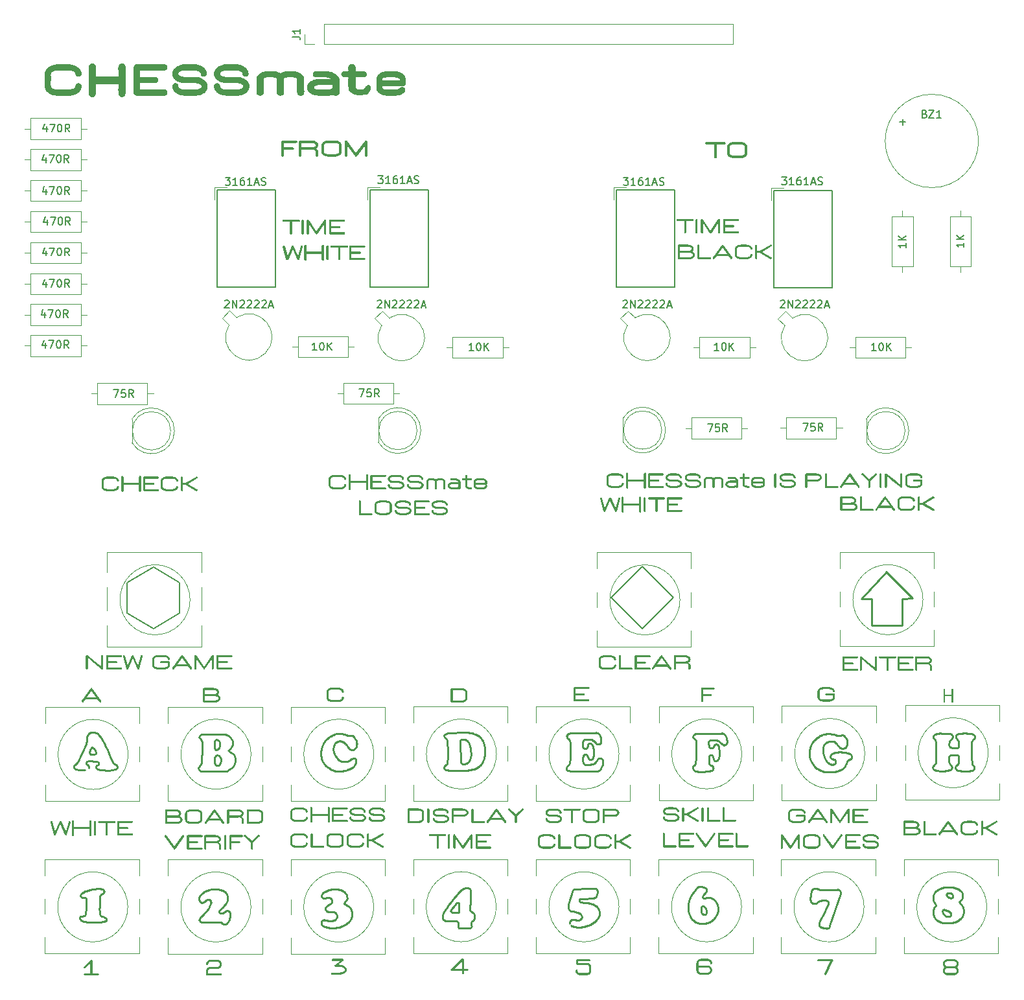
<source format=gto>
%TF.GenerationSoftware,KiCad,Pcbnew,7.0.6*%
%TF.CreationDate,2024-01-22T18:50:27-05:00*%
%TF.ProjectId,CHESSmate PCB,43484553-536d-4617-9465-205043422e6b,rev?*%
%TF.SameCoordinates,Original*%
%TF.FileFunction,Legend,Top*%
%TF.FilePolarity,Positive*%
%FSLAX46Y46*%
G04 Gerber Fmt 4.6, Leading zero omitted, Abs format (unit mm)*
G04 Created by KiCad (PCBNEW 7.0.6) date 2024-01-22 18:50:27*
%MOMM*%
%LPD*%
G01*
G04 APERTURE LIST*
%ADD10C,0.264583*%
%ADD11C,0.000000*%
%ADD12C,0.200004*%
%ADD13C,0.006225*%
%ADD14C,0.200000*%
%ADD15C,0.232813*%
%ADD16C,0.150000*%
%ADD17C,0.300000*%
%ADD18C,0.120000*%
%ADD19O,1.600000X1.200000*%
%ADD20O,1.200000X1.200000*%
%ADD21R,1.700000X1.700000*%
%ADD22O,1.700000X1.700000*%
%ADD23R,2.000000X2.000000*%
%ADD24C,2.000000*%
%ADD25O,3.048000X1.850000*%
%ADD26C,1.600000*%
%ADD27O,1.600000X1.600000*%
%ADD28R,1.600000X1.600000*%
%ADD29O,3.000000X2.500000*%
%ADD30R,1.800000X1.800000*%
%ADD31C,1.800000*%
G04 APERTURE END LIST*
D10*
X124150222Y-125989823D02*
X124338706Y-125988070D01*
X124338706Y-125988070D02*
X124527078Y-125988454D01*
X155857707Y-121315920D02*
X155937494Y-121280736D01*
X155305004Y-141364176D02*
X155276007Y-141354760D01*
X91507442Y-142498229D02*
X91498886Y-142501129D01*
X126672332Y-124399756D02*
X126654397Y-124422423D01*
X154436286Y-124455185D02*
X154405206Y-124369551D01*
X141653389Y-124019133D02*
X141636551Y-123986586D01*
X108903660Y-125029494D02*
X108912901Y-125035084D01*
X140766216Y-141269516D02*
X140458709Y-141166745D01*
X125818918Y-142618334D02*
X125676259Y-142628774D01*
X59311592Y-141917325D02*
X59341134Y-141897189D01*
X62155274Y-141656914D02*
X62159454Y-141671846D01*
X170893338Y-125916979D02*
X170843967Y-125905883D01*
X157700367Y-124939185D02*
X157702981Y-124930891D01*
X79278696Y-124817368D02*
X79258929Y-124894871D01*
X157295294Y-124398095D02*
X157260519Y-124381502D01*
X77343507Y-145717504D02*
X77334195Y-145715118D01*
X159345460Y-124593434D02*
X159317492Y-124625978D01*
X111129467Y-125392201D02*
X111069718Y-125439598D01*
X61602459Y-142589767D02*
X61602459Y-142589768D01*
X126297294Y-120979015D02*
X126258671Y-120983944D01*
X92998395Y-124643956D02*
X92980151Y-124636807D01*
X170551525Y-143008842D02*
X170534493Y-142936811D01*
X90714713Y-122626666D02*
X90684919Y-122697874D01*
X171707464Y-121065302D02*
X171855553Y-121069299D01*
X142072011Y-124666151D02*
X142053047Y-124665613D01*
X158556987Y-121299991D02*
X158587499Y-121297666D01*
X76977677Y-123164849D02*
X76984523Y-123160135D01*
X154811182Y-143297609D02*
X154819910Y-143300382D01*
X108524677Y-144169365D02*
X108530269Y-143834736D01*
X124103775Y-144491040D02*
X124078047Y-144480736D01*
X172866436Y-141992579D02*
X172862236Y-141989393D01*
X78960256Y-122312219D02*
X78955285Y-122367887D01*
X123972298Y-144445848D02*
X123945100Y-144438820D01*
X156694949Y-146530258D02*
X156711965Y-146526747D01*
X139429902Y-125042307D02*
X139433603Y-125032588D01*
X108344373Y-145668167D02*
X108336844Y-145658012D01*
X107185630Y-143480389D02*
X107422707Y-143164073D01*
X175834146Y-125477691D02*
X175837614Y-125500949D01*
X79308234Y-124342967D02*
X79313580Y-124400907D01*
X172010083Y-141166961D02*
X172064975Y-141158795D01*
X125668906Y-122352868D02*
X125662312Y-122349473D01*
X173717026Y-122886755D02*
X173730583Y-122874063D01*
X141714952Y-142694983D02*
X141694562Y-142682691D01*
X58963743Y-145228300D02*
X58961591Y-145219718D01*
X79316580Y-124455870D02*
X79317422Y-124508097D01*
X172782543Y-144562393D02*
X172784195Y-144568840D01*
X126836277Y-144920564D02*
X126814529Y-144978416D01*
X156525407Y-146542113D02*
X156553753Y-146543602D01*
X170830721Y-143552071D02*
X170832181Y-143542577D01*
X59137077Y-142090309D02*
X59147016Y-142075593D01*
X126046991Y-122862803D02*
X126036473Y-122810161D01*
X58963124Y-145124626D02*
X58966614Y-145111300D01*
X156551511Y-126115288D02*
X156437747Y-126102632D01*
X123011094Y-145856509D02*
X123010672Y-145843753D01*
X126635239Y-122491187D02*
X126649349Y-122492843D01*
X124780279Y-122018203D02*
X124793461Y-121999369D01*
X158052351Y-122675667D02*
X158037128Y-122651432D01*
X157367462Y-124427528D02*
X157331018Y-124413337D01*
X108493915Y-144388033D02*
X108496295Y-144378950D01*
X126532596Y-142177847D02*
X126519649Y-142215772D01*
X106993036Y-125029709D02*
X107011428Y-124829764D01*
X125374361Y-124171484D02*
X125381951Y-124193121D01*
X106602802Y-144328960D02*
X106645097Y-144261259D01*
X94507597Y-124431419D02*
X94490762Y-124440784D01*
X159246335Y-122042652D02*
X159261361Y-122074391D01*
X159500308Y-123705739D02*
X159549618Y-123727192D01*
X157657631Y-125001603D02*
X157664454Y-124996009D01*
X92109557Y-123042752D02*
X92115864Y-122997345D01*
X123018106Y-145778481D02*
X123019083Y-145761094D01*
X109411548Y-121908122D02*
X109398780Y-121902440D01*
X139497440Y-122014946D02*
X139491384Y-122003933D01*
X170499381Y-142716295D02*
X170493512Y-142641940D01*
D11*
G36*
X79320429Y-33647781D02*
G01*
X79423654Y-33651325D01*
X79526637Y-33657488D01*
X79629332Y-33666731D01*
X79731691Y-33679515D01*
X79833670Y-33696298D01*
X79935220Y-33717542D01*
X80032969Y-33744952D01*
X80130541Y-33778451D01*
X80227164Y-33817913D01*
X80322063Y-33863212D01*
X80414466Y-33914221D01*
X80503599Y-33970813D01*
X80588687Y-34032864D01*
X80668959Y-34100246D01*
X80707046Y-34135897D01*
X80743640Y-34172834D01*
X80778642Y-34211040D01*
X80811956Y-34250501D01*
X80843486Y-34291199D01*
X80873135Y-34333120D01*
X80900806Y-34376248D01*
X80926402Y-34420567D01*
X80949828Y-34466060D01*
X80970985Y-34512713D01*
X80989778Y-34560510D01*
X81006109Y-34609434D01*
X81019883Y-34659470D01*
X81031002Y-34710602D01*
X81039370Y-34762815D01*
X81044889Y-34816092D01*
X81049377Y-34841903D01*
X81051949Y-34867543D01*
X81052669Y-34892956D01*
X81051601Y-34918085D01*
X81048808Y-34942873D01*
X81044354Y-34967263D01*
X81038303Y-34991199D01*
X81030718Y-35014624D01*
X81021663Y-35037480D01*
X81011202Y-35059711D01*
X80999399Y-35081260D01*
X80986317Y-35102071D01*
X80972019Y-35122086D01*
X80956570Y-35141248D01*
X80940034Y-35159501D01*
X80922473Y-35176788D01*
X80903952Y-35193052D01*
X80884535Y-35208236D01*
X80864284Y-35222284D01*
X80843265Y-35235137D01*
X80821539Y-35246741D01*
X80799172Y-35257037D01*
X80776227Y-35265969D01*
X80752767Y-35273481D01*
X80728857Y-35279514D01*
X80704559Y-35284013D01*
X80679938Y-35286921D01*
X80655058Y-35288180D01*
X80629981Y-35287734D01*
X80604772Y-35285526D01*
X80579495Y-35281500D01*
X80554212Y-35275597D01*
X80533627Y-35271547D01*
X80513734Y-35266417D01*
X80494531Y-35260249D01*
X80476017Y-35253080D01*
X80458189Y-35244950D01*
X80441047Y-35235898D01*
X80424589Y-35225963D01*
X80408812Y-35215184D01*
X80393715Y-35203600D01*
X80379296Y-35191250D01*
X80365554Y-35178173D01*
X80352487Y-35164408D01*
X80340093Y-35149995D01*
X80328370Y-35134972D01*
X80306932Y-35103253D01*
X80288159Y-35069564D01*
X80272037Y-35034217D01*
X80258552Y-34997525D01*
X80247691Y-34959801D01*
X80239439Y-34921356D01*
X80233783Y-34882503D01*
X80230709Y-34843555D01*
X80230203Y-34804825D01*
X80217411Y-34783047D01*
X80203623Y-34762297D01*
X80188883Y-34742546D01*
X80173234Y-34723763D01*
X80156720Y-34705919D01*
X80139384Y-34688985D01*
X80121270Y-34672929D01*
X80102422Y-34657724D01*
X80062696Y-34629743D01*
X80020554Y-34604805D01*
X79976345Y-34582672D01*
X79930417Y-34563106D01*
X79883118Y-34545869D01*
X79834797Y-34530724D01*
X79785802Y-34517434D01*
X79736481Y-34505760D01*
X79638255Y-34486312D01*
X79542906Y-34470479D01*
X79157493Y-34461650D01*
X78771615Y-34456221D01*
X78578671Y-34455815D01*
X78385816Y-34457501D01*
X78193115Y-34461692D01*
X78000639Y-34468801D01*
X77904856Y-34486425D01*
X77855111Y-34496593D01*
X77804780Y-34508032D01*
X77754350Y-34521014D01*
X77704311Y-34535814D01*
X77655150Y-34552707D01*
X77607354Y-34571965D01*
X77584121Y-34582567D01*
X77561412Y-34593863D01*
X77539289Y-34605888D01*
X77517812Y-34618676D01*
X77497042Y-34632261D01*
X77477041Y-34646677D01*
X77457869Y-34661959D01*
X77439587Y-34678140D01*
X77422257Y-34695256D01*
X77405939Y-34713340D01*
X77390694Y-34732427D01*
X77376584Y-34752550D01*
X77363668Y-34773745D01*
X77352009Y-34796045D01*
X77341668Y-34819484D01*
X77332704Y-34844098D01*
X77331672Y-34869524D01*
X77332612Y-34893918D01*
X77335439Y-34917306D01*
X77340067Y-34939712D01*
X77346412Y-34961161D01*
X77354388Y-34981678D01*
X77363910Y-35001287D01*
X77374892Y-35020013D01*
X77387251Y-35037881D01*
X77400900Y-35054916D01*
X77415753Y-35071142D01*
X77431727Y-35086584D01*
X77448736Y-35101266D01*
X77466694Y-35115215D01*
X77505117Y-35141006D01*
X77546316Y-35164157D01*
X77589609Y-35184864D01*
X77634313Y-35203326D01*
X77679748Y-35219740D01*
X77725231Y-35234305D01*
X77770081Y-35247217D01*
X77855154Y-35268878D01*
X77943251Y-35281123D01*
X78031551Y-35290568D01*
X78120031Y-35297518D01*
X78208669Y-35302275D01*
X78386330Y-35306424D01*
X78564353Y-35305444D01*
X78920764Y-35297799D01*
X79098793Y-35295988D01*
X79276464Y-35298754D01*
X79386384Y-35294253D01*
X79497123Y-35294042D01*
X79608257Y-35298334D01*
X79719358Y-35307341D01*
X79829999Y-35321276D01*
X79939754Y-35340351D01*
X80048196Y-35364778D01*
X80154899Y-35394769D01*
X80259435Y-35430537D01*
X80361379Y-35472294D01*
X80460303Y-35520253D01*
X80555781Y-35574626D01*
X80647386Y-35635624D01*
X80734691Y-35703461D01*
X80776598Y-35740010D01*
X80817271Y-35778349D01*
X80856654Y-35818503D01*
X80894697Y-35860499D01*
X80926318Y-35894401D01*
X80955925Y-35929718D01*
X80983517Y-35966354D01*
X81009091Y-36004217D01*
X81032646Y-36043212D01*
X81054182Y-36083247D01*
X81073697Y-36124227D01*
X81091189Y-36166058D01*
X81106658Y-36208647D01*
X81120101Y-36251899D01*
X81131518Y-36295722D01*
X81140906Y-36340022D01*
X81148266Y-36384704D01*
X81153595Y-36429675D01*
X81156892Y-36474841D01*
X81158156Y-36520109D01*
X81157385Y-36565384D01*
X81154578Y-36610573D01*
X81149734Y-36655583D01*
X81142851Y-36700318D01*
X81133928Y-36744687D01*
X81122964Y-36788594D01*
X81109957Y-36831947D01*
X81094906Y-36874651D01*
X81077810Y-36916612D01*
X81058667Y-36957738D01*
X81037475Y-36997933D01*
X81014235Y-37037105D01*
X80988943Y-37075160D01*
X80961600Y-37112004D01*
X80932203Y-37147542D01*
X80900751Y-37181682D01*
X80823140Y-37266369D01*
X80740090Y-37343515D01*
X80652051Y-37413346D01*
X80559478Y-37476085D01*
X80462822Y-37531955D01*
X80362538Y-37581179D01*
X80259077Y-37623982D01*
X80152893Y-37660587D01*
X80044438Y-37691217D01*
X79934166Y-37716097D01*
X79822528Y-37735449D01*
X79709979Y-37749497D01*
X79596970Y-37758465D01*
X79483955Y-37762576D01*
X79371387Y-37762054D01*
X79259718Y-37757122D01*
X79050081Y-37751696D01*
X78839601Y-37752633D01*
X78417945Y-37757874D01*
X78207684Y-37754315D01*
X78102896Y-37749271D01*
X77998412Y-37741395D01*
X77894290Y-37730197D01*
X77790588Y-37715184D01*
X77687361Y-37695866D01*
X77584669Y-37671751D01*
X77486147Y-37641036D01*
X77387996Y-37603848D01*
X77291057Y-37560367D01*
X77196171Y-37510772D01*
X77104177Y-37455245D01*
X77015918Y-37393966D01*
X76932233Y-37327116D01*
X76853964Y-37254875D01*
X76817122Y-37216789D01*
X76781950Y-37177423D01*
X76748553Y-37136800D01*
X76717034Y-37094941D01*
X76687500Y-37051871D01*
X76660055Y-37007610D01*
X76634806Y-36962183D01*
X76611855Y-36915610D01*
X76591310Y-36867916D01*
X76573274Y-36819122D01*
X76557853Y-36769251D01*
X76545153Y-36718325D01*
X76535277Y-36666368D01*
X76528332Y-36613402D01*
X76524422Y-36559448D01*
X76523653Y-36504531D01*
X76523990Y-36473486D01*
X76526944Y-36443452D01*
X76532389Y-36414472D01*
X76540197Y-36386589D01*
X76550242Y-36359845D01*
X76562397Y-36334283D01*
X76576534Y-36309946D01*
X76592527Y-36286876D01*
X76610249Y-36265116D01*
X76629572Y-36244709D01*
X76650371Y-36225697D01*
X76672517Y-36208123D01*
X76695885Y-36192030D01*
X76720346Y-36177461D01*
X76745775Y-36164457D01*
X76772043Y-36153063D01*
X76799025Y-36143320D01*
X76826593Y-36135271D01*
X76854621Y-36128959D01*
X76882980Y-36124426D01*
X76911545Y-36121716D01*
X76940189Y-36120870D01*
X76968783Y-36121933D01*
X76997203Y-36124945D01*
X77025320Y-36129950D01*
X77053007Y-36136991D01*
X77080138Y-36146111D01*
X77106586Y-36157351D01*
X77132223Y-36170755D01*
X77156924Y-36186365D01*
X77180560Y-36204224D01*
X77203005Y-36224375D01*
X77219311Y-36236670D01*
X77233923Y-36249776D01*
X77246954Y-36263637D01*
X77258520Y-36278198D01*
X77268733Y-36293402D01*
X77277709Y-36309193D01*
X77285562Y-36325517D01*
X77292406Y-36342317D01*
X77298355Y-36359537D01*
X77303523Y-36377121D01*
X77311976Y-36413160D01*
X77318678Y-36449986D01*
X77324544Y-36487155D01*
X77330488Y-36524218D01*
X77337423Y-36560729D01*
X77346265Y-36596242D01*
X77351686Y-36613485D01*
X77357926Y-36630311D01*
X77365100Y-36646664D01*
X77373322Y-36662488D01*
X77382707Y-36677728D01*
X77393367Y-36692327D01*
X77405418Y-36706231D01*
X77418975Y-36719383D01*
X77434150Y-36731726D01*
X77451059Y-36743207D01*
X77494311Y-36770998D01*
X77538232Y-36796326D01*
X77582789Y-36819299D01*
X77627947Y-36840025D01*
X77719940Y-36875172D01*
X77813948Y-36902635D01*
X77909706Y-36923279D01*
X78006950Y-36937973D01*
X78105418Y-36947584D01*
X78204844Y-36952979D01*
X79003114Y-36948429D01*
X79170801Y-36947451D01*
X79343311Y-36948267D01*
X79517545Y-36945200D01*
X79604342Y-36940437D01*
X79690408Y-36932574D01*
X79775357Y-36920902D01*
X79858801Y-36904711D01*
X79940353Y-36883291D01*
X80019626Y-36855933D01*
X80058287Y-36839806D01*
X80096233Y-36821928D01*
X80133416Y-36802210D01*
X80169787Y-36780564D01*
X80205297Y-36756902D01*
X80239899Y-36731134D01*
X80273545Y-36703172D01*
X80306185Y-36672927D01*
X80319163Y-36654819D01*
X80330063Y-36636631D01*
X80338956Y-36618398D01*
X80345917Y-36600152D01*
X80351017Y-36581926D01*
X80354329Y-36563753D01*
X80355927Y-36545666D01*
X80355883Y-36527698D01*
X80354271Y-36509882D01*
X80351163Y-36492252D01*
X80346632Y-36474840D01*
X80340751Y-36457680D01*
X80333593Y-36440804D01*
X80325231Y-36424245D01*
X80315738Y-36408037D01*
X80305186Y-36392213D01*
X80293650Y-36376806D01*
X80281200Y-36361848D01*
X80267911Y-36347373D01*
X80253856Y-36333414D01*
X80239107Y-36320004D01*
X80223737Y-36307175D01*
X80191426Y-36283397D01*
X80157507Y-36262343D01*
X80122564Y-36244279D01*
X80087178Y-36229467D01*
X80069502Y-36223364D01*
X80051935Y-36218174D01*
X79966211Y-36186752D01*
X79879472Y-36161481D01*
X79791827Y-36141741D01*
X79703384Y-36126911D01*
X79614250Y-36116373D01*
X79524533Y-36109506D01*
X79434342Y-36105689D01*
X79343783Y-36104304D01*
X79161996Y-36106347D01*
X78980035Y-36110674D01*
X78798763Y-36112326D01*
X78708655Y-36110599D01*
X78619043Y-36106343D01*
X78406521Y-36109905D01*
X78299102Y-36109373D01*
X78191335Y-36106664D01*
X78083535Y-36101300D01*
X77976020Y-36092805D01*
X77869107Y-36080700D01*
X77763113Y-36064510D01*
X77658354Y-36043758D01*
X77555148Y-36017965D01*
X77453811Y-35986656D01*
X77354660Y-35949352D01*
X77258013Y-35905578D01*
X77164186Y-35854855D01*
X77073497Y-35796708D01*
X77029427Y-35764701D01*
X76986261Y-35730658D01*
X76918020Y-35679136D01*
X76854068Y-35622224D01*
X76794731Y-35560402D01*
X76740337Y-35494149D01*
X76691213Y-35423946D01*
X76647686Y-35350274D01*
X76610082Y-35273612D01*
X76578729Y-35194441D01*
X76553955Y-35113241D01*
X76536085Y-35030491D01*
X76525448Y-34946673D01*
X76522944Y-34904513D01*
X76522370Y-34862266D01*
X76523768Y-34819992D01*
X76527178Y-34777751D01*
X76532642Y-34735602D01*
X76540200Y-34693607D01*
X76549893Y-34651824D01*
X76561762Y-34610315D01*
X76575848Y-34569139D01*
X76592191Y-34528355D01*
X76619329Y-34472668D01*
X76648891Y-34418880D01*
X76680785Y-34366983D01*
X76714918Y-34316973D01*
X76751199Y-34268841D01*
X76789536Y-34222583D01*
X76872009Y-34135656D01*
X76961602Y-34056140D01*
X77057578Y-33983983D01*
X77159202Y-33919131D01*
X77265739Y-33861533D01*
X77376451Y-33811135D01*
X77490604Y-33767885D01*
X77607461Y-33731730D01*
X77726287Y-33702617D01*
X77846345Y-33680495D01*
X77966901Y-33665310D01*
X78087218Y-33657009D01*
X78206560Y-33655540D01*
X78206545Y-33655541D01*
X78285005Y-33655158D01*
X78491441Y-33658502D01*
X78698571Y-33655754D01*
X79113435Y-33646711D01*
X79320429Y-33647781D01*
G37*
D10*
X92341019Y-122363665D02*
X92355866Y-122344397D01*
X109889830Y-122490896D02*
X109872359Y-122445519D01*
X94944011Y-123033510D02*
X95007262Y-122965242D01*
X175797820Y-121781314D02*
X175761448Y-121818164D01*
X126565674Y-120984052D02*
X126557082Y-120983120D01*
X110490449Y-145363208D02*
X110479541Y-145388207D01*
X91075384Y-142598614D02*
X91038398Y-142612462D01*
X59118648Y-142132517D02*
X59127147Y-142111199D01*
X156236417Y-122536894D02*
X156227919Y-122553517D01*
X91281232Y-125399441D02*
X91309998Y-125424364D01*
X141985340Y-122520415D02*
X142003517Y-122511569D01*
X172139935Y-144938537D02*
X172123489Y-144931514D01*
X143492145Y-121754168D02*
X143502576Y-121795493D01*
X60222577Y-121053533D02*
X60235994Y-121043432D01*
X126541894Y-145390198D02*
X126471798Y-145474734D01*
X158222871Y-121362882D02*
X158343046Y-121335579D01*
X173389397Y-125604196D02*
X173386519Y-125586300D01*
X76986367Y-141432105D02*
X77067944Y-141443555D01*
X94127506Y-124660493D02*
X94079162Y-124681932D01*
X90564191Y-146033652D02*
X90562029Y-146025614D01*
X125036809Y-121838643D02*
X125057583Y-121837436D01*
X91704205Y-142564525D02*
X91677096Y-142546088D01*
X157642091Y-125011556D02*
X157650187Y-125006793D01*
X106840777Y-121763100D02*
X106821012Y-121738903D01*
X140201097Y-144452237D02*
X140207579Y-144467231D01*
X124714649Y-146350144D02*
X124642587Y-146360680D01*
X142343621Y-144345689D02*
X142356652Y-144273175D01*
X92237538Y-123709197D02*
X92230942Y-123686078D01*
X108440625Y-143202976D02*
X108435851Y-143199751D01*
X159838322Y-124151945D02*
X159838395Y-124174322D01*
X122626161Y-125834860D02*
X122639100Y-125845298D01*
X139218763Y-125244236D02*
X139233330Y-125234398D01*
X159254252Y-122424045D02*
X159248595Y-122455472D01*
X123265421Y-145413258D02*
X123284299Y-145408089D01*
X173029404Y-142448025D02*
X173033207Y-142435190D01*
X125276190Y-146201302D02*
X125171800Y-146232093D01*
X108418014Y-145953175D02*
X108419549Y-145919820D01*
X171789807Y-145807686D02*
X171731347Y-145803550D01*
X108736741Y-121908330D02*
X108729339Y-121917597D01*
X173403687Y-125656849D02*
X173397968Y-125639508D01*
X123010852Y-145830899D02*
X123011660Y-145817946D01*
X125416730Y-122458946D02*
X125406758Y-122475109D01*
X90809335Y-122414859D02*
X90745917Y-122555947D01*
X156791633Y-146493405D02*
X156798964Y-146488213D01*
X91136471Y-143769767D02*
X91141648Y-143760367D01*
X123565890Y-146321366D02*
X123516658Y-146310400D01*
X109931591Y-146515793D02*
X109919540Y-146519587D01*
X174090144Y-142878088D02*
X174078522Y-142888854D01*
X156677682Y-146533038D02*
X156694949Y-146530258D01*
X172486222Y-124465744D02*
X172489518Y-124531044D01*
X59255162Y-141960414D02*
X59282882Y-141938359D01*
X79317422Y-124508097D02*
X79316294Y-124557830D01*
X76955929Y-123176573D02*
X76963371Y-123173050D01*
X139224380Y-141747973D02*
X139167607Y-141819346D01*
X139594572Y-126045280D02*
X139552924Y-126040998D01*
X157369458Y-123675777D02*
X157392015Y-123669660D01*
X59123897Y-142359333D02*
X59119440Y-142349240D01*
X141247319Y-122912751D02*
X141261231Y-122919033D01*
X141472670Y-142578837D02*
X141450233Y-142568551D01*
X106961928Y-125067707D02*
X106977986Y-125049006D01*
X172329757Y-142366443D02*
X172329757Y-142366442D01*
X94734268Y-125456929D02*
X94743045Y-125449776D01*
X77543285Y-144580062D02*
X77559350Y-144580673D01*
X143529547Y-122265545D02*
X143523063Y-122297627D01*
X75127500Y-141876069D02*
X75183566Y-141833544D01*
X171768238Y-144546422D02*
X171754364Y-144523388D01*
X94621236Y-123195072D02*
X94638505Y-123190980D01*
X59622414Y-144882128D02*
X59632951Y-144874570D01*
X62408091Y-145541252D02*
X62396829Y-145552321D01*
X141141789Y-122451120D02*
X141158759Y-122621533D01*
X140735966Y-143880584D02*
X140725690Y-143865467D01*
X170777398Y-122003394D02*
X170764780Y-121973522D01*
X172458773Y-142459496D02*
X172503597Y-142487655D01*
X91875545Y-142743394D02*
X91861348Y-142714505D01*
X62470384Y-145382988D02*
X62469412Y-145399042D01*
X108830193Y-124965211D02*
X108845001Y-124981477D01*
X139149318Y-121643984D02*
X139140566Y-121631646D01*
X143318226Y-122557149D02*
X143302368Y-122564026D01*
X110150087Y-146313646D02*
X110137005Y-146334487D01*
X61715364Y-144876661D02*
X61722375Y-144883520D01*
X171698769Y-144252940D02*
X171699737Y-144246477D01*
X142395180Y-124464867D02*
X142372776Y-124494291D01*
X91902928Y-143140799D02*
X91904745Y-143133793D01*
X125041162Y-123814207D02*
X125051384Y-123813732D01*
X77393033Y-124847253D02*
X77397450Y-124829647D01*
X122792179Y-143699320D02*
X122791924Y-143652369D01*
X59341134Y-141897189D02*
X59371346Y-141877826D01*
X123013641Y-145881730D02*
X123012092Y-145869167D01*
X78609291Y-144948164D02*
X78604615Y-145005039D01*
X141629611Y-142651488D02*
X141606510Y-142643264D01*
X94667966Y-121377415D02*
X94654718Y-121366992D01*
X173637910Y-125151397D02*
X173653926Y-125136440D01*
X156133083Y-122781052D02*
X156126875Y-122803685D01*
X92735292Y-124455320D02*
X92709854Y-124426133D01*
X77296068Y-145709219D02*
X77276568Y-145708081D01*
X59945928Y-121923008D02*
X59945250Y-121857857D01*
X126388681Y-122287833D02*
X126425612Y-122333038D01*
X126141100Y-125037244D02*
X126080420Y-125055944D01*
X122949820Y-144135613D02*
X122941568Y-144123036D01*
X110193017Y-145646436D02*
X110186219Y-145655714D01*
X141561766Y-142622244D02*
X141517265Y-142600379D01*
X142446043Y-122747688D02*
X142459900Y-122789640D01*
X91012124Y-125128337D02*
X91118158Y-125238674D01*
X141788137Y-124402783D02*
X141764483Y-124332593D01*
X109606395Y-124932076D02*
X109629856Y-124918258D01*
X142260816Y-143379350D02*
X142245939Y-143341264D01*
X75818427Y-143921259D02*
X75868384Y-143835803D01*
X78936856Y-122517364D02*
X78934933Y-122542414D01*
X157055785Y-122081789D02*
X157040858Y-122080934D01*
X92609463Y-122166352D02*
X92655088Y-122147659D01*
X141686016Y-122919297D02*
X141696225Y-122912596D01*
X108457771Y-144458637D02*
X108462152Y-144454674D01*
X122971513Y-121937344D02*
X122987679Y-121963343D01*
X92911005Y-124602441D02*
X92878601Y-124582089D01*
X159393224Y-124562315D02*
X159368991Y-124577382D01*
X75612986Y-142800311D02*
X75582716Y-142814091D01*
X173019275Y-121526542D02*
X173016306Y-121548625D01*
X170634409Y-141923095D02*
X170671810Y-141857803D01*
X172953266Y-121693969D02*
X172942554Y-121710349D01*
X106390195Y-145137156D02*
X106388291Y-145117254D01*
X155559622Y-146015801D02*
X155561490Y-146048886D01*
X74762604Y-125210457D02*
X74767794Y-125206756D01*
X106634288Y-121239883D02*
X106640148Y-121234816D01*
X172582125Y-124006933D02*
X172568982Y-124025190D01*
X141167834Y-122809709D02*
X141167244Y-122817940D01*
X92041545Y-125869688D02*
X92172284Y-125917617D01*
X173016306Y-121548625D02*
X173011738Y-121570619D01*
X109844333Y-141309529D02*
X109851177Y-141313133D01*
X91705135Y-121474989D02*
X91674690Y-121493013D01*
X173419882Y-125373372D02*
X173427911Y-125356897D01*
X59235654Y-142481365D02*
X59217359Y-142469967D01*
X75729793Y-141554164D02*
X75837714Y-141521762D01*
X90872349Y-124969501D02*
X90892513Y-124998336D01*
X141741078Y-122871746D02*
X141748940Y-122862312D01*
X124426057Y-144693010D02*
X124408453Y-144673747D01*
X158155922Y-141514877D02*
X158141406Y-141507145D01*
X172723598Y-144474531D02*
X172728912Y-144480634D01*
X110459341Y-145424214D02*
X110451460Y-145435771D01*
X155561490Y-146048886D02*
X155565517Y-146082130D01*
X109662174Y-122084734D02*
X109639597Y-122061546D01*
X125949595Y-121031816D02*
X125910730Y-121034864D01*
X124655616Y-122677602D02*
X124652675Y-122644034D01*
X91248757Y-121828476D02*
X91225236Y-121851044D01*
X61672697Y-142233598D02*
X61667686Y-142244716D01*
X94244892Y-121385013D02*
X94235594Y-121384268D01*
X125289624Y-122897801D02*
X125281448Y-122914400D01*
X90761149Y-142582180D02*
X90752851Y-142578098D01*
X94093734Y-121350244D02*
X94042470Y-121335897D01*
X140847567Y-144280029D02*
X140841217Y-144239666D01*
X123130322Y-145486942D02*
X123136842Y-145480635D01*
X156102337Y-146467399D02*
X156214031Y-146493026D01*
X59099806Y-145427856D02*
X59067852Y-145395088D01*
X124110536Y-145485588D02*
X124143142Y-145479101D01*
X108502731Y-146472129D02*
X108483718Y-146463553D01*
X109954746Y-146506848D02*
X109943324Y-146511541D01*
X126960039Y-122397366D02*
X126975085Y-122386495D01*
X108449594Y-143209570D02*
X108445204Y-143206252D01*
X110013783Y-122939206D02*
X109990015Y-122815544D01*
X94249102Y-123101684D02*
X94268163Y-123122325D01*
X124640303Y-142688200D02*
X124479779Y-142698886D01*
X125867797Y-122459188D02*
X125859009Y-122453253D01*
X122800402Y-143536316D02*
X122804006Y-143513383D01*
X59504038Y-144926339D02*
X59529226Y-144921282D01*
X92174434Y-122760290D02*
X92184077Y-122731949D01*
X138746100Y-144983618D02*
X138781605Y-145049852D01*
X172971855Y-142106685D02*
X172963592Y-142092935D01*
X77686549Y-145948101D02*
X77662388Y-145929651D01*
X106623577Y-121250565D02*
X106628755Y-121245127D01*
X125467437Y-122396536D02*
X125462392Y-122402091D01*
X77158392Y-125215770D02*
X77163600Y-125212646D01*
X59163225Y-144953674D02*
X59189961Y-144947845D01*
X170764780Y-121973522D02*
X170751128Y-121944324D01*
X139702250Y-141196190D02*
X139702252Y-141196190D01*
X91889313Y-142772674D02*
X91875545Y-142743394D01*
X108530269Y-143834736D02*
X108534412Y-143500114D01*
X155565063Y-141456695D02*
X155535726Y-141448044D01*
X141749590Y-125610531D02*
X141747623Y-125632123D01*
X94492738Y-145146794D02*
X94480377Y-145201683D01*
X170681109Y-145144819D02*
X170659318Y-145109848D01*
X125892263Y-122478805D02*
X125884454Y-122471935D01*
X74616603Y-142871739D02*
X74604680Y-142831984D01*
X175863075Y-121311822D02*
X175876363Y-121329479D01*
X77412980Y-124418155D02*
X77411954Y-124404079D01*
X93647945Y-141875979D02*
X93677485Y-141906856D01*
X94545808Y-144640328D02*
X94545668Y-144697090D01*
X109329746Y-141270881D02*
X109387063Y-141266189D01*
X93374721Y-121148226D02*
X93332912Y-121140015D01*
X140071415Y-145888679D02*
X140139107Y-145897783D01*
X172325667Y-142363044D02*
X172329754Y-142366447D01*
X172721527Y-141146579D02*
X172789585Y-141150942D01*
X126030428Y-124298871D02*
X126032706Y-124290863D01*
X125115506Y-123018629D02*
X125090118Y-123023480D01*
X173142967Y-123881822D02*
X173052075Y-123880061D01*
X159598077Y-123750752D02*
X159616743Y-123762899D01*
X108684247Y-122016282D02*
X108682744Y-122031860D01*
X172769671Y-121138432D02*
X172790681Y-121147438D01*
X91444675Y-145536239D02*
X91483305Y-145543710D01*
X172775313Y-144839070D02*
X172769093Y-144851594D01*
X172955426Y-142530977D02*
X172961990Y-142527167D01*
X77899594Y-144406122D02*
X77937704Y-144373579D01*
X170719842Y-121888618D02*
X170701770Y-121862441D01*
X122824634Y-125947575D02*
X122846305Y-125950652D01*
X171810892Y-144621411D02*
X171803166Y-144608710D01*
X141300279Y-121968184D02*
X141278390Y-121978418D01*
X90533011Y-123254006D02*
X90528481Y-123283321D01*
X61602459Y-142589766D02*
X61602459Y-142589767D01*
X155377392Y-125696053D02*
X155283873Y-125630353D01*
X124510939Y-144825509D02*
X124498879Y-144801896D01*
X77222286Y-122878610D02*
X77232460Y-122841028D01*
X158082386Y-141480241D02*
X158067304Y-141474904D01*
X156409973Y-122345821D02*
X156380543Y-122369334D01*
X93095918Y-122083409D02*
X93174744Y-122105869D01*
X123401611Y-144315435D02*
X123361579Y-144314711D01*
X77910213Y-146009139D02*
X77890218Y-146010928D01*
X94490762Y-124440784D02*
X94403527Y-124500291D01*
X78945048Y-122039918D02*
X78948443Y-122054481D01*
X159830305Y-124084551D02*
X159834233Y-124107002D01*
X75018356Y-141964487D02*
X75072363Y-141919641D01*
X108500885Y-143266279D02*
X108497398Y-143261075D01*
X92583100Y-144855417D02*
X92570601Y-144803778D01*
X156174471Y-122670681D02*
X156164899Y-122692406D01*
X173804045Y-124861981D02*
X173807893Y-124840999D01*
X140380806Y-142358741D02*
X140382954Y-142345996D01*
X109965867Y-146501729D02*
X109954746Y-146506848D01*
X142146533Y-143159341D02*
X142114846Y-143104663D01*
X95180774Y-122470421D02*
X95183174Y-122443294D01*
X74939902Y-142034638D02*
X74965679Y-142010832D01*
X156393582Y-124439078D02*
X156418333Y-124489878D01*
X61823601Y-142076102D02*
X61802867Y-142089992D01*
X155897064Y-146402312D02*
X155921677Y-146413058D01*
X77299783Y-125048133D02*
X77305951Y-125040356D01*
X140889552Y-141551552D02*
X140891058Y-141535887D01*
X92237817Y-125940812D02*
X92303689Y-125962417D01*
X62123336Y-141584615D02*
X62131070Y-141598668D01*
X158374283Y-141796617D02*
X158369958Y-141788464D01*
X139702261Y-141196192D02*
X139702268Y-141196193D01*
X91975995Y-125846569D02*
X92041545Y-125869688D01*
X106603389Y-121355119D02*
X106600777Y-121345447D01*
X142372168Y-144052308D02*
X142368843Y-143977856D01*
X122609951Y-121378334D02*
X122609565Y-121389327D01*
X124860467Y-125041547D02*
X124831719Y-125019627D01*
X140382934Y-142436426D02*
X140381104Y-142423304D01*
X173819637Y-122266955D02*
X173815755Y-122241488D01*
X140517391Y-144734787D02*
X140574120Y-144737220D01*
X61100399Y-125462404D02*
X61101327Y-125421653D01*
X74758082Y-125213214D02*
X74762604Y-125210457D01*
X58958799Y-145147905D02*
X58960508Y-145138534D01*
X142854077Y-122424208D02*
X142794206Y-122368134D01*
X59294780Y-142506900D02*
X59274451Y-142499683D01*
X110021145Y-124300590D02*
X110031000Y-124261238D01*
X59052148Y-145000668D02*
X59063253Y-144993652D01*
X94521260Y-121312417D02*
X94512784Y-121312783D01*
X141193686Y-125008146D02*
X141200972Y-125023354D01*
X172860481Y-142568477D02*
X172870058Y-142567425D01*
X140826841Y-141309571D02*
X140815108Y-141301340D01*
X91916697Y-145545744D02*
X91994766Y-145533284D01*
X109761693Y-124799397D02*
X109787370Y-124768034D01*
X75790182Y-142768393D02*
X75773447Y-142767731D01*
X91245267Y-144280200D02*
X91227259Y-144269022D01*
X158286020Y-141623608D02*
X158273069Y-141608748D01*
X155477539Y-143043290D02*
X155506813Y-143023323D01*
X94725074Y-125463645D02*
X94734268Y-125456929D01*
X125540448Y-122349951D02*
X125525405Y-122356147D01*
X171239942Y-145626113D02*
X171188734Y-145596720D01*
X143040938Y-121069011D02*
X143055240Y-121074440D01*
X126402307Y-141340965D02*
X126430880Y-141357643D01*
X125873178Y-124462715D02*
X125879007Y-124455236D01*
X172561467Y-122660060D02*
X172571876Y-122698538D01*
X75095998Y-143149332D02*
X75079975Y-143154157D01*
X139332737Y-125158358D02*
X139348818Y-125145169D01*
X140848569Y-141327005D02*
X140838049Y-141318096D01*
X143069191Y-121080776D02*
X143082777Y-121088049D01*
X157066795Y-124191856D02*
X157060374Y-124169195D01*
X126593708Y-143782199D02*
X126630347Y-143824638D01*
X63811530Y-125652632D02*
X63794613Y-125667820D01*
X127259793Y-124449637D02*
X127255392Y-124441891D01*
X157650187Y-125006793D02*
X157657631Y-125001603D01*
X170522505Y-144145566D02*
X170524889Y-144122021D01*
X91098527Y-144078981D02*
X91094085Y-144057650D01*
X157156546Y-122085920D02*
X157121377Y-122084949D01*
X126080420Y-125055944D02*
X126019442Y-125072929D01*
X106586484Y-125591004D02*
X106585039Y-125580857D01*
X74910542Y-144945640D02*
X75132746Y-144718055D01*
X140870786Y-141351565D02*
X140866891Y-141346346D01*
X173703255Y-145534436D02*
X173647957Y-145567029D01*
X78734507Y-122961234D02*
X78699061Y-123012728D01*
X156297605Y-142884110D02*
X156392056Y-142889364D01*
X143095986Y-121096292D02*
X143108807Y-121105536D01*
X59987602Y-121365194D02*
X59996446Y-121341326D01*
X157664454Y-124996009D02*
X157670687Y-124990029D01*
X159209079Y-124808801D02*
X159191684Y-124848123D01*
X159181974Y-122680299D02*
X159173301Y-122700041D01*
X61650221Y-142304547D02*
X61648379Y-142317390D01*
X61730044Y-141371909D02*
X61776069Y-141377563D01*
X142232648Y-124620871D02*
X142216755Y-124630403D01*
X107485696Y-144126092D02*
X107472370Y-144152031D01*
X141184622Y-122049207D02*
X141177155Y-122058399D01*
X108769380Y-124870827D02*
X108779765Y-124891167D01*
X172245991Y-144980601D02*
X172232466Y-144976121D01*
X122557790Y-125641990D02*
X122558167Y-125652175D01*
X127270648Y-124474075D02*
X127263784Y-124457592D01*
X172257262Y-142276583D02*
X172264721Y-142289421D01*
X142053047Y-124665613D02*
X142034184Y-124663973D01*
X74782489Y-125193862D02*
X74786837Y-125189370D01*
X141135683Y-122365965D02*
X141141789Y-122451120D01*
X173822960Y-122292469D02*
X173819637Y-122266955D01*
X109991352Y-144167670D02*
X109996505Y-144185713D01*
X106606760Y-121365204D02*
X106603389Y-121355119D01*
X63819708Y-125644571D02*
X63811530Y-125652632D01*
X171781322Y-144569778D02*
X171778215Y-144563872D01*
X93991428Y-121320455D02*
X93889621Y-121288426D01*
X124457996Y-144734341D02*
X124442546Y-144713241D01*
X171702506Y-144340691D02*
X171700452Y-144327164D01*
X155686508Y-146274470D02*
X155696985Y-146287470D01*
X172728542Y-122885249D02*
X172741785Y-122891423D01*
X108689724Y-121989631D02*
X108686136Y-122000694D01*
X110513599Y-145284491D02*
X110507232Y-145311254D01*
X140442522Y-142584591D02*
X140436520Y-142579205D01*
X76970623Y-123169148D02*
X76977677Y-123164849D01*
X170653529Y-121243810D02*
X170672412Y-121233873D01*
X139129407Y-121388615D02*
X139135456Y-121375988D01*
X158932961Y-122960989D02*
X158910215Y-122972658D01*
X123097305Y-145527678D02*
X123108522Y-145514465D01*
X125231343Y-123855267D02*
X125237375Y-123859671D01*
X154631397Y-143179359D02*
X154646758Y-143190348D01*
X155564844Y-146099623D02*
X155565443Y-146107993D01*
X156392056Y-142889364D02*
X156485790Y-142896461D01*
X141605534Y-125311495D02*
X141624098Y-125324594D01*
X142307275Y-122533650D02*
X142322945Y-122545890D01*
X107561629Y-144001032D02*
X107545569Y-144025558D01*
X77302259Y-144541167D02*
X77314896Y-144549423D01*
X155420337Y-143086063D02*
X155448754Y-143064302D01*
X173517806Y-125241398D02*
X173532048Y-125229550D01*
X158816596Y-123012327D02*
X158792343Y-123019988D01*
X155570598Y-146131748D02*
X155573331Y-146139257D01*
X125015799Y-125138399D02*
X124974931Y-125129529D01*
X75203199Y-143100096D02*
X75173435Y-143116610D01*
X158121357Y-122765269D02*
X158102999Y-122743869D01*
X172753689Y-125803907D02*
X172738157Y-125815891D01*
X174212353Y-121065935D02*
X174308083Y-121058853D01*
X155339124Y-121634197D02*
X155409011Y-121581983D01*
X108326321Y-143167595D02*
X108320611Y-143170094D01*
X108470044Y-144446078D02*
X108473517Y-144441438D01*
X77976531Y-144342212D02*
X77996314Y-144327191D01*
X111774318Y-122384933D02*
X111799374Y-122468472D01*
X95162976Y-122280980D02*
X95144828Y-122171238D01*
X78821747Y-121818967D02*
X78860426Y-121872750D01*
X94625491Y-125520426D02*
X94683629Y-125485614D01*
X156552855Y-142901797D02*
X156573885Y-142906004D01*
X110535036Y-145146634D02*
X110527556Y-145202202D01*
X77236953Y-145708361D02*
X77156705Y-145713153D01*
X110813373Y-125601709D02*
X110745507Y-125635431D01*
X155593162Y-146174318D02*
X155603380Y-146187422D01*
X143502576Y-121795493D02*
X143511849Y-121837019D01*
X76078272Y-142930477D02*
X76068078Y-142914179D01*
X158621883Y-123046654D02*
X158610534Y-123045870D01*
X170715856Y-125098760D02*
X170736274Y-125078704D01*
X175899772Y-121366729D02*
X175909788Y-121386178D01*
D12*
X68602676Y-99341644D02*
X72029736Y-101346374D01*
D10*
X140786664Y-144648426D02*
X140797285Y-144633212D01*
X154334497Y-124106004D02*
X154318597Y-124016473D01*
X175839739Y-125524264D02*
X175840533Y-125547567D01*
X61647131Y-142330535D02*
X61632483Y-142394718D01*
X90737325Y-142568966D02*
X90730053Y-142563951D01*
X122616407Y-121333965D02*
X122614007Y-121345120D01*
X111907248Y-123553329D02*
X111902554Y-123702919D01*
X173436684Y-125340789D02*
X173446188Y-125325085D01*
X77290676Y-125060985D02*
X77293696Y-125056477D01*
X172310011Y-142348679D02*
X172313818Y-142352382D01*
X171697120Y-144286594D02*
X171697188Y-144273080D01*
X108972806Y-125060937D02*
X108983529Y-125063869D01*
X156665811Y-126122315D02*
X156551511Y-126115288D01*
X122682993Y-121666532D02*
X122731886Y-121703634D01*
X156781589Y-141469452D02*
X156202872Y-141471658D01*
X141173596Y-122852820D02*
X141176517Y-122858682D01*
X123616273Y-141429382D02*
X123644194Y-141427060D01*
X124718885Y-124200745D02*
X124724137Y-124173205D01*
X140930203Y-142513670D02*
X140910213Y-142521110D01*
X162430233Y-106957351D02*
X162481441Y-103526100D01*
X109385910Y-121897037D02*
X109372927Y-121891936D01*
X172974794Y-142519157D02*
X172980962Y-142514915D01*
X170729268Y-143316498D02*
X170665348Y-143215952D01*
X138949414Y-145299069D02*
X138997587Y-145356675D01*
X94692682Y-124316100D02*
X94675043Y-124324072D01*
X126319260Y-145630415D02*
X126237358Y-145701763D01*
X109815603Y-141298406D02*
X109822997Y-141300654D01*
X106944960Y-125085855D02*
X106961928Y-125067707D01*
X173794363Y-122140901D02*
X173787481Y-122116278D01*
X62165307Y-141701959D02*
X62166905Y-141717086D01*
X61095895Y-125354267D02*
X61226432Y-125223728D01*
X125573623Y-124481453D02*
X125579900Y-124485275D01*
X94784371Y-123172577D02*
X94801419Y-123168079D01*
X126597831Y-141904005D02*
X126583192Y-141983283D01*
X62167567Y-141732222D02*
X62167256Y-141747340D01*
X156798964Y-146488213D02*
X156806155Y-146482615D01*
X75393780Y-142954300D02*
X75342336Y-142998837D01*
X159686550Y-123821479D02*
X159702565Y-123838337D01*
X156891675Y-146391491D02*
X156899334Y-146374788D01*
X106597373Y-121310588D02*
X106598148Y-121302758D01*
X126104538Y-123931466D02*
X126111176Y-123848566D01*
X173419613Y-145682853D02*
X173360630Y-145707004D01*
X59336870Y-142518192D02*
X59315615Y-142513020D01*
X170522324Y-121678988D02*
X170513266Y-121660637D01*
X175886992Y-121691602D02*
X175871544Y-121709588D01*
X143121227Y-121115812D02*
X143133233Y-121127152D01*
X140865745Y-142530559D02*
X140821513Y-142541116D01*
X141523563Y-122976968D02*
X141542056Y-122974762D01*
X77679637Y-121185206D02*
X77775794Y-121189546D01*
X108077236Y-143376541D02*
X107835367Y-143664185D01*
X108534412Y-143500114D02*
X108510761Y-143281234D01*
X140631676Y-144737178D02*
X140645884Y-144736048D01*
X155778577Y-125916012D02*
X155674650Y-125867718D01*
X106685838Y-121609062D02*
X106674490Y-121595881D01*
X59643188Y-144866312D02*
X59653110Y-144857321D01*
X63740350Y-125707530D02*
X63721455Y-125719422D01*
X122698711Y-125894756D02*
X122707073Y-125901728D01*
X159267768Y-122297187D02*
X159265690Y-122329027D01*
X141218359Y-122016546D02*
X141200757Y-122032082D01*
X122780497Y-121741424D02*
X122804413Y-121760779D01*
X141718576Y-125442815D02*
X141726970Y-125462584D01*
X75063769Y-143158336D02*
X75047378Y-143161837D01*
X108881575Y-141509168D02*
X108918042Y-141479508D01*
X94804715Y-124293893D02*
X94795628Y-124294152D01*
X90799043Y-124848614D02*
X90834536Y-124909933D01*
X123651169Y-145424675D02*
X123740733Y-145439183D01*
X173669699Y-122920213D02*
X173686624Y-122909869D01*
X170439023Y-125458471D02*
X170442491Y-125435365D01*
X174023955Y-143299656D02*
X174039623Y-143311393D01*
X91663517Y-142536968D02*
X91649862Y-142528175D01*
X124375720Y-143101054D02*
X124382839Y-143102165D01*
X141179918Y-122864221D02*
X141183770Y-122869456D01*
X92132189Y-122928523D02*
X92139615Y-122905376D01*
X110548442Y-145064131D02*
X110543354Y-145091391D01*
X93904518Y-142355376D02*
X93907917Y-142391100D01*
X172942554Y-121710349D02*
X172919515Y-121741973D01*
X90538279Y-123224790D02*
X90533011Y-123254006D01*
X140466887Y-143646102D02*
X140456128Y-143641793D01*
X125860830Y-124475562D02*
X125867115Y-124469480D01*
X60016465Y-121294431D02*
X60027835Y-121271458D01*
X126420204Y-142419991D02*
X126411492Y-142429966D01*
X175749810Y-125801118D02*
X175734200Y-125817977D01*
X126305605Y-124902204D02*
X126286773Y-124921723D01*
X172890074Y-125637735D02*
X172881625Y-125655572D01*
X141194127Y-124014096D02*
X141184782Y-124029252D01*
X155448813Y-141417715D02*
X155391350Y-141395781D01*
X143333538Y-122549626D02*
X143318226Y-122557149D01*
X62408032Y-145200154D02*
X62418477Y-145213379D01*
X170832635Y-122157061D02*
X170811233Y-122095397D01*
X175921624Y-121634121D02*
X175911980Y-121653796D01*
X108508836Y-143278518D02*
X108506570Y-143275072D01*
X170815602Y-124963907D02*
X170820771Y-124950807D01*
X77147722Y-125221333D02*
X77153103Y-125218665D01*
X158878872Y-121416266D02*
X158898469Y-121432828D01*
X124207178Y-145461759D02*
X124238405Y-145450887D01*
X125165653Y-123005164D02*
X125140697Y-123012523D01*
X79192794Y-125118036D02*
X79177902Y-125151434D01*
X90524782Y-123312747D02*
X90522005Y-123342297D01*
X59175532Y-142433755D02*
X59167923Y-142425041D01*
X141358565Y-142534045D02*
X141334958Y-142527806D01*
X77407668Y-124342570D02*
X77405423Y-124325279D01*
X155848498Y-146379177D02*
X155872679Y-146390999D01*
X141154237Y-142505516D02*
X141113140Y-142500563D01*
X94424856Y-144052779D02*
X94441988Y-144093565D01*
X62395316Y-122807678D02*
X62599554Y-123247061D01*
X127324842Y-124815139D02*
X127324205Y-124783502D01*
X91138562Y-142571315D02*
X91116550Y-142583717D01*
X171855553Y-121069299D02*
X172067783Y-121077393D01*
X140187852Y-143719220D02*
X140180411Y-143730755D01*
X156440292Y-122323168D02*
X156409973Y-122345821D01*
X77136652Y-125225990D02*
X77142242Y-125223774D01*
X62187285Y-145081744D02*
X62241364Y-145105009D01*
X126813533Y-125958135D02*
X126828439Y-125953841D01*
X126053727Y-143408202D02*
X126091509Y-143426757D01*
X78141184Y-144253772D02*
X78154842Y-144250174D01*
X123279733Y-146231309D02*
X123234995Y-146209229D01*
X58966614Y-145111300D02*
X58970941Y-145098548D01*
X175823145Y-125431625D02*
X175829327Y-125454561D01*
X124961677Y-125117925D02*
X124947929Y-125106605D01*
X170964197Y-121103263D02*
X171035797Y-121086305D01*
X123644194Y-141427060D02*
X123672065Y-141424266D01*
X143456353Y-122443718D02*
X143436232Y-122468827D01*
X78744627Y-121711820D02*
X78763047Y-121738684D01*
X93481306Y-141741650D02*
X93516955Y-141765860D01*
X140152768Y-143796587D02*
X140149167Y-143810495D01*
X143212913Y-122586735D02*
X143200087Y-122587612D01*
X173608275Y-125881417D02*
X173592099Y-125873385D01*
X173765147Y-122831922D02*
X173774764Y-122816652D01*
X141657441Y-125354013D02*
X141672213Y-125370182D01*
X172299038Y-142337127D02*
X172302619Y-142341051D01*
X140798302Y-144025940D02*
X140794213Y-144010536D01*
X126928233Y-122417322D02*
X126960039Y-122397366D01*
X61938758Y-142003772D02*
X61921254Y-142014925D01*
X110396115Y-145499734D02*
X110387443Y-145506900D01*
X141010947Y-142497883D02*
X140990656Y-142499974D01*
X141511122Y-123896799D02*
X141492486Y-123894402D01*
X157566008Y-125070502D02*
X157586263Y-125058419D01*
X122792636Y-121127617D02*
X122771555Y-121142141D01*
X173813216Y-124798289D02*
X173814686Y-124776590D01*
X109616971Y-122038426D02*
X109605490Y-122027097D01*
X125140697Y-123012523D02*
X125115506Y-123018629D01*
X106600347Y-125402427D02*
X106608499Y-125387042D01*
X141359482Y-125191337D02*
X141388348Y-125209198D01*
X172850820Y-142569054D02*
X172860481Y-142568477D01*
X156700044Y-142965315D02*
X156714767Y-142977569D01*
X74853603Y-125044174D02*
X74856410Y-125028345D01*
X61101302Y-145772330D02*
X60902507Y-145772604D01*
X140121183Y-126068608D02*
X139959391Y-126065419D01*
X90709945Y-142547319D02*
X90703739Y-142541305D01*
X78763047Y-121738684D02*
X78782262Y-121765462D01*
X74817635Y-142161132D02*
X74841122Y-142134744D01*
X172913368Y-142036771D02*
X172909368Y-142033167D01*
X61835526Y-144943987D02*
X61854986Y-144950604D01*
X140417714Y-144689737D02*
X140434247Y-144697792D01*
X109919031Y-141367766D02*
X109930164Y-141379489D01*
X138570777Y-142985094D02*
X138540268Y-143093988D01*
X173033207Y-142435190D02*
X173036178Y-142422135D01*
X127016192Y-122350267D02*
X127028385Y-122336973D01*
X172805430Y-144639366D02*
X172806922Y-144645834D01*
X107466919Y-144312335D02*
X107468563Y-144319966D01*
X172923327Y-125512632D02*
X172921411Y-125529160D01*
X159248595Y-122455472D02*
X159241962Y-122486737D01*
X61782772Y-142104706D02*
X61763467Y-142120278D01*
X140880996Y-141597941D02*
X140884511Y-141582578D01*
X94235594Y-121384268D02*
X94226196Y-121382796D01*
X172881625Y-125655572D02*
X172872167Y-125672841D01*
X79258929Y-124894871D02*
X79217570Y-125047953D01*
X170541864Y-144029305D02*
X170548484Y-144006593D01*
X91780358Y-141475767D02*
X91864329Y-141459321D01*
X90675081Y-124636635D02*
X90694066Y-124663524D01*
X171893900Y-144086351D02*
X171909842Y-144089674D01*
X61571471Y-143098152D02*
X61570596Y-143268036D01*
X139377380Y-145676389D02*
X139420025Y-145700551D01*
X92883618Y-126034568D02*
X92917869Y-126035226D01*
X59203343Y-142008077D02*
X59228596Y-141983612D01*
X126267611Y-124940756D02*
X126248035Y-124959170D01*
X109996505Y-144185713D02*
X110002305Y-144202701D01*
X92405246Y-122292180D02*
X92423178Y-122276501D01*
X126673887Y-121025714D02*
X126659660Y-121016994D01*
X141542026Y-125902667D02*
X141500943Y-125919428D01*
X94226196Y-121382796D02*
X94216690Y-121380546D01*
X172646877Y-144944349D02*
X172642681Y-144945320D01*
X91400305Y-142510268D02*
X91351075Y-142515065D01*
X124671255Y-122338402D02*
X124677339Y-122270356D01*
X140560406Y-142617202D02*
X140552617Y-142618905D01*
X173911842Y-125949173D02*
X173794778Y-125929089D01*
X140858238Y-141336391D02*
X140853521Y-141331633D01*
X90632774Y-122842865D02*
X90621875Y-122879852D01*
X170508269Y-142790351D02*
X170499381Y-142716295D01*
X125979812Y-122632334D02*
X125968201Y-122608067D01*
X94322955Y-125669195D02*
X94384792Y-125642305D01*
X77668517Y-143752405D02*
X77283569Y-144146690D01*
X172729320Y-141926696D02*
X172682219Y-141917410D01*
X124680566Y-122202550D02*
X124722905Y-122119067D01*
X106896045Y-121839064D02*
X106878258Y-121813231D01*
X77156705Y-145713153D02*
X77136731Y-145713985D01*
X109593818Y-122016031D02*
X109581897Y-122005309D01*
X170701770Y-121862441D02*
X170681787Y-121837603D01*
X94801374Y-125380084D02*
X94813592Y-125360182D01*
X94513923Y-145035824D02*
X94503936Y-145091491D01*
X110539200Y-144763821D02*
X110544100Y-144790638D01*
X92182938Y-144399841D02*
X92082050Y-144394064D01*
X91906299Y-143126649D02*
X91907586Y-143119365D01*
X172123489Y-144931514D02*
X172107526Y-144923678D01*
X122590862Y-125801918D02*
X122601815Y-125813275D01*
X94963069Y-121747980D02*
X94919499Y-121678831D01*
X123045226Y-124551550D02*
X123029633Y-124683938D01*
X61773445Y-121581127D02*
X61982758Y-121969745D01*
X159549618Y-123727192D02*
X159598077Y-123750752D01*
X125453386Y-122413724D02*
X125439965Y-122428214D01*
X77312217Y-125032750D02*
X77318601Y-125024920D01*
X141830384Y-124527595D02*
X141823675Y-124509902D01*
X91864329Y-141459321D02*
X91948687Y-141445448D01*
X59086611Y-144981019D02*
X59098791Y-144975383D01*
X124276428Y-143017243D02*
X124284473Y-143029462D01*
X91765941Y-125744844D02*
X91793873Y-125762660D01*
X74675628Y-143003372D02*
X74665448Y-142985795D01*
X94748626Y-123178513D02*
X94766726Y-123175967D01*
X109857894Y-141317028D02*
X109870965Y-141325614D01*
X91498886Y-142501129D02*
X91449667Y-142505976D01*
X123773154Y-125994657D02*
X124150222Y-125989823D01*
X126961205Y-121389734D02*
X126937755Y-121335300D01*
X123913888Y-146377281D02*
X123715223Y-146348187D01*
X91179410Y-144231096D02*
X91165454Y-144216327D01*
X139293396Y-121782277D02*
X139277091Y-121763395D01*
X155781074Y-142925270D02*
X155826943Y-142914553D01*
X124268727Y-143004832D02*
X124276428Y-143017243D01*
X123060793Y-145587430D02*
X123068719Y-145571594D01*
X122561130Y-125602497D02*
X122559617Y-125612196D01*
X124511339Y-143126815D02*
X124568444Y-143136348D01*
X173178771Y-145764187D02*
X173116442Y-145777378D01*
X109615242Y-141264702D02*
X109643588Y-141267325D01*
X172875807Y-122933173D02*
X172926581Y-122946414D01*
X173956305Y-142993811D02*
X173945623Y-143005003D01*
X173623975Y-123907617D02*
X173603045Y-123901966D01*
X59680822Y-144825630D02*
X59693598Y-144799438D01*
X140141179Y-143888454D02*
X140141167Y-143888453D01*
X76004153Y-143571422D02*
X76043761Y-143480749D01*
X139405048Y-125086414D02*
X139410789Y-125078140D01*
X92833443Y-121113985D02*
X92546537Y-121133495D01*
X109800367Y-141295089D02*
X109808061Y-141296544D01*
X63857246Y-125598676D02*
X63850231Y-125608676D01*
X91908606Y-143111941D02*
X91909355Y-143104374D01*
X125628816Y-124499670D02*
X125645259Y-124499356D01*
X90558491Y-145990150D02*
X90551198Y-145968864D01*
X93444617Y-141718757D02*
X93481306Y-141741650D01*
X109894451Y-146525741D02*
X109864817Y-146530152D01*
X124236325Y-142821571D02*
X124233712Y-142829602D01*
X140763672Y-144677504D02*
X140775442Y-144663197D01*
X141547332Y-123904627D02*
X141529432Y-123900204D01*
X156828339Y-146465496D02*
X156836084Y-146460442D01*
X106489062Y-144537706D02*
X106505528Y-144501738D01*
X77240277Y-144485147D02*
X77248573Y-144495437D01*
X93569115Y-143354055D02*
X93575719Y-143359648D01*
X62076441Y-141518790D02*
X62086792Y-141531271D01*
X171941351Y-144097876D02*
X171956952Y-144102611D01*
X141708330Y-121922313D02*
X141463524Y-121920403D01*
X140455283Y-142594457D02*
X140448783Y-142589682D01*
X110189669Y-121023993D02*
X110275976Y-121040171D01*
X139321059Y-125957579D02*
X139287046Y-125934611D01*
X158679197Y-123041623D02*
X158667651Y-123043945D01*
X125375980Y-122544134D02*
X125364941Y-122580714D01*
X111042582Y-121351270D02*
X111098594Y-121387930D01*
X171699737Y-144246477D02*
X171700853Y-144240162D01*
X93887773Y-142741773D02*
X93850195Y-142802296D01*
X109864817Y-146530152D02*
X109834955Y-146533538D01*
X154570356Y-122480137D02*
X154604980Y-122413286D01*
X94181747Y-143688049D02*
X94212536Y-143719745D01*
X175597429Y-122016086D02*
X175570462Y-122059069D01*
X154298773Y-123563380D02*
X154307079Y-123472792D01*
X124368838Y-143099482D02*
X124375720Y-143101054D01*
X143148998Y-122585787D02*
X143123703Y-122581881D01*
X172253444Y-142046749D02*
X172246613Y-142061170D01*
X125821865Y-121859443D02*
X125862695Y-121867605D01*
X122771555Y-121142141D02*
X122716364Y-121174920D01*
X141997118Y-124657409D02*
X141979092Y-124652492D01*
X61888126Y-142039047D02*
X61866382Y-142050663D01*
X108465334Y-143223085D02*
X108461663Y-143219688D01*
X76328174Y-141419104D02*
X76410459Y-141413396D01*
X139702293Y-141196197D02*
X139702297Y-141196197D01*
D11*
G36*
X100120521Y-34552753D02*
G01*
X100224729Y-34557579D01*
X100328815Y-34566230D01*
X100432354Y-34579079D01*
X100534922Y-34596499D01*
X100636091Y-34618862D01*
X100735438Y-34646542D01*
X100832536Y-34679911D01*
X100926961Y-34719342D01*
X101018288Y-34765208D01*
X101106091Y-34817882D01*
X101148538Y-34846888D01*
X101189944Y-34877736D01*
X101230257Y-34910472D01*
X101269423Y-34945143D01*
X101307389Y-34981796D01*
X101344103Y-35020477D01*
X101367313Y-35042979D01*
X101388982Y-35066203D01*
X101409161Y-35090119D01*
X101427902Y-35114693D01*
X101445257Y-35139893D01*
X101461276Y-35165688D01*
X101489515Y-35218931D01*
X101513033Y-35274165D01*
X101532242Y-35331132D01*
X101547553Y-35389574D01*
X101559381Y-35449233D01*
X101568137Y-35509854D01*
X101574234Y-35571176D01*
X101578084Y-35632944D01*
X101580101Y-35694900D01*
X101580280Y-35818343D01*
X101578073Y-35939445D01*
X101581184Y-35962108D01*
X101583542Y-35985110D01*
X101585135Y-36008390D01*
X101585954Y-36031886D01*
X101585985Y-36055535D01*
X101585220Y-36079275D01*
X101583645Y-36103045D01*
X101581250Y-36126781D01*
X101578024Y-36150423D01*
X101573956Y-36173907D01*
X101569034Y-36197171D01*
X101563247Y-36220155D01*
X101556584Y-36242794D01*
X101549033Y-36265028D01*
X101540584Y-36286795D01*
X101531226Y-36308031D01*
X101520947Y-36328675D01*
X101509735Y-36348664D01*
X101497580Y-36367938D01*
X101484471Y-36386432D01*
X101470396Y-36404087D01*
X101455345Y-36420838D01*
X101439305Y-36436625D01*
X101422266Y-36451384D01*
X101404216Y-36465054D01*
X101385145Y-36477573D01*
X101365041Y-36488879D01*
X101343893Y-36498909D01*
X101321690Y-36507602D01*
X101298420Y-36514894D01*
X101274072Y-36520725D01*
X101248636Y-36525032D01*
X100610387Y-36534341D01*
X99971593Y-36534950D01*
X98693861Y-36533816D01*
X98675997Y-36528346D01*
X98659427Y-36524226D01*
X98644108Y-36521403D01*
X98629997Y-36519829D01*
X98617051Y-36519451D01*
X98605225Y-36520221D01*
X98594477Y-36522086D01*
X98584763Y-36524998D01*
X98576039Y-36528904D01*
X98568263Y-36533755D01*
X98561391Y-36539501D01*
X98555380Y-36546090D01*
X98550186Y-36553472D01*
X98545765Y-36561596D01*
X98542075Y-36570413D01*
X98539072Y-36579871D01*
X98536713Y-36589920D01*
X98534954Y-36600509D01*
X98533063Y-36623107D01*
X98533053Y-36647261D01*
X98534576Y-36672565D01*
X98537285Y-36698617D01*
X98540833Y-36725012D01*
X98549059Y-36777212D01*
X98578726Y-36800226D01*
X98609110Y-36821225D01*
X98640175Y-36840295D01*
X98671884Y-36857525D01*
X98704202Y-36873005D01*
X98737092Y-36886821D01*
X98804447Y-36909818D01*
X98873662Y-36927224D01*
X98944449Y-36939744D01*
X99016520Y-36948087D01*
X99089588Y-36952958D01*
X99675508Y-36951774D01*
X99749796Y-36949130D01*
X99825695Y-36948333D01*
X99980821Y-36949291D01*
X100137874Y-36948670D01*
X100216181Y-36945899D01*
X100293840Y-36940490D01*
X100370475Y-36931698D01*
X100445708Y-36918774D01*
X100519164Y-36900971D01*
X100555108Y-36890006D01*
X100590466Y-36877542D01*
X100625191Y-36863484D01*
X100659236Y-36847739D01*
X100692555Y-36830214D01*
X100725099Y-36810816D01*
X100756823Y-36789450D01*
X100787679Y-36766024D01*
X100817619Y-36740444D01*
X100846597Y-36712617D01*
X100870117Y-36690627D01*
X100894875Y-36671333D01*
X100920731Y-36654673D01*
X100947547Y-36640582D01*
X100975184Y-36629000D01*
X101003501Y-36619861D01*
X101032361Y-36613105D01*
X101061625Y-36608667D01*
X101091152Y-36606486D01*
X101120804Y-36606497D01*
X101150442Y-36608639D01*
X101179927Y-36612849D01*
X101209120Y-36619063D01*
X101237881Y-36627218D01*
X101266071Y-36637253D01*
X101293552Y-36649103D01*
X101320184Y-36662707D01*
X101345828Y-36678001D01*
X101370345Y-36694923D01*
X101393596Y-36713409D01*
X101415442Y-36733397D01*
X101435744Y-36754824D01*
X101454362Y-36777626D01*
X101471157Y-36801742D01*
X101485991Y-36827109D01*
X101498724Y-36853663D01*
X101509218Y-36881341D01*
X101517332Y-36910081D01*
X101522928Y-36939820D01*
X101525868Y-36970495D01*
X101526010Y-37002043D01*
X101523218Y-37034402D01*
X101525018Y-37054681D01*
X101525491Y-37074308D01*
X101524690Y-37093304D01*
X101522667Y-37111688D01*
X101519477Y-37129479D01*
X101515170Y-37146698D01*
X101509800Y-37163362D01*
X101503420Y-37179493D01*
X101496081Y-37195109D01*
X101487838Y-37210230D01*
X101478741Y-37224875D01*
X101468845Y-37239064D01*
X101458202Y-37252817D01*
X101446864Y-37266153D01*
X101422315Y-37291653D01*
X101395621Y-37315718D01*
X101367201Y-37338507D01*
X101337478Y-37360174D01*
X101306873Y-37380875D01*
X101244703Y-37420009D01*
X101184061Y-37457155D01*
X101136829Y-37491233D01*
X101088719Y-37522732D01*
X100990029Y-37578388D01*
X100888324Y-37624910D01*
X100783937Y-37663086D01*
X100677203Y-37693704D01*
X100568453Y-37717551D01*
X100458022Y-37735416D01*
X100346243Y-37748086D01*
X100233448Y-37756348D01*
X100119972Y-37760990D01*
X99892309Y-37762568D01*
X99443468Y-37756946D01*
X99341889Y-37760072D01*
X99239119Y-37760262D01*
X99135622Y-37757157D01*
X99031861Y-37750397D01*
X98928300Y-37739624D01*
X98825403Y-37724477D01*
X98723634Y-37704599D01*
X98623455Y-37679628D01*
X98525332Y-37649207D01*
X98429726Y-37612976D01*
X98337103Y-37570576D01*
X98247926Y-37521647D01*
X98204775Y-37494622D01*
X98162659Y-37465831D01*
X98121636Y-37435227D01*
X98081764Y-37402767D01*
X98043102Y-37368405D01*
X98005707Y-37332097D01*
X97969637Y-37293797D01*
X97934950Y-37253462D01*
X97909815Y-37225813D01*
X97886883Y-37197420D01*
X97866056Y-37168317D01*
X97847236Y-37138541D01*
X97830324Y-37108129D01*
X97815222Y-37077116D01*
X97801832Y-37045539D01*
X97790056Y-37013435D01*
X97770953Y-36947786D01*
X97757126Y-36880462D01*
X97747789Y-36811750D01*
X97742158Y-36741942D01*
X97739445Y-36671328D01*
X97738866Y-36600196D01*
X97740964Y-36457544D01*
X97742165Y-36316305D01*
X97740466Y-36246941D01*
X97736185Y-36178799D01*
X97738909Y-36123742D01*
X97739969Y-36068390D01*
X97738575Y-35957038D01*
X97732067Y-35733401D01*
X97731819Y-35677642D01*
X97732316Y-35651114D01*
X98542099Y-35651114D01*
X98542144Y-35676735D01*
X98543360Y-35702422D01*
X98545550Y-35727924D01*
X98548517Y-35752986D01*
X100717684Y-35757525D01*
X100726244Y-35757012D01*
X100734177Y-35755038D01*
X100741485Y-35751695D01*
X100748166Y-35747076D01*
X100754224Y-35741271D01*
X100759657Y-35734373D01*
X100764468Y-35726473D01*
X100768656Y-35717662D01*
X100772223Y-35708033D01*
X100775170Y-35697676D01*
X100777497Y-35686684D01*
X100779205Y-35675149D01*
X100780295Y-35663161D01*
X100780767Y-35650813D01*
X100780623Y-35638196D01*
X100779864Y-35625402D01*
X100778490Y-35612522D01*
X100776502Y-35599649D01*
X100773900Y-35586873D01*
X100770686Y-35574287D01*
X100766861Y-35561981D01*
X100762424Y-35550049D01*
X100757378Y-35538581D01*
X100751723Y-35527668D01*
X100745459Y-35517404D01*
X100738588Y-35507879D01*
X100731110Y-35499185D01*
X100723026Y-35491413D01*
X100714337Y-35484656D01*
X100705044Y-35479004D01*
X100695148Y-35474550D01*
X100684648Y-35471386D01*
X100595948Y-35441431D01*
X100506330Y-35417309D01*
X100415891Y-35398432D01*
X100324730Y-35384210D01*
X100232943Y-35374054D01*
X100140628Y-35367376D01*
X100047884Y-35363586D01*
X99954808Y-35362097D01*
X99768050Y-35363662D01*
X99581137Y-35367360D01*
X99394850Y-35368480D01*
X99302185Y-35366601D01*
X99209970Y-35362311D01*
X99145710Y-35363606D01*
X99081586Y-35367177D01*
X99017685Y-35373103D01*
X98954094Y-35381464D01*
X98890900Y-35392341D01*
X98859480Y-35398747D01*
X98828192Y-35405812D01*
X98797047Y-35413546D01*
X98766056Y-35421959D01*
X98735230Y-35431060D01*
X98704580Y-35440860D01*
X98689442Y-35443009D01*
X98675211Y-35445965D01*
X98661865Y-35449697D01*
X98649377Y-35454171D01*
X98637724Y-35459357D01*
X98626881Y-35465224D01*
X98616822Y-35471739D01*
X98607524Y-35478871D01*
X98598963Y-35486589D01*
X98591112Y-35494860D01*
X98583948Y-35503654D01*
X98577446Y-35512938D01*
X98571582Y-35522682D01*
X98566330Y-35532852D01*
X98561666Y-35543419D01*
X98557566Y-35554349D01*
X98550959Y-35577177D01*
X98546309Y-35601082D01*
X98543422Y-35625812D01*
X98542099Y-35651114D01*
X97732316Y-35651114D01*
X97732861Y-35622061D01*
X97735562Y-35566718D01*
X97740291Y-35511671D01*
X97747418Y-35456980D01*
X97757312Y-35402704D01*
X97770343Y-35348902D01*
X97786878Y-35295632D01*
X97810299Y-35246240D01*
X97835978Y-35198764D01*
X97863824Y-35153184D01*
X97893748Y-35109478D01*
X97925660Y-35067625D01*
X97959471Y-35027604D01*
X97995091Y-34989394D01*
X98032429Y-34952975D01*
X98111906Y-34885423D01*
X98197181Y-34824780D01*
X98287540Y-34770877D01*
X98382262Y-34723547D01*
X98480631Y-34682621D01*
X98581929Y-34647930D01*
X98685438Y-34619308D01*
X98790441Y-34596585D01*
X98896219Y-34579593D01*
X99002055Y-34568165D01*
X99107232Y-34562133D01*
X99211031Y-34561327D01*
X99211038Y-34561328D01*
X99811418Y-34557500D01*
X99913440Y-34553086D01*
X100016616Y-34551380D01*
X100120521Y-34552753D01*
G37*
D10*
X173384071Y-125513967D02*
X173385659Y-125495882D01*
X125989499Y-121957735D02*
X126051074Y-122004744D01*
X122562822Y-125757400D02*
X122565619Y-125764319D01*
X106623644Y-125671816D02*
X106617781Y-125663591D01*
X59169126Y-145484885D02*
X59133616Y-145457725D01*
X157450175Y-126089160D02*
X157338481Y-126099385D01*
X140885258Y-141439659D02*
X140887061Y-141431249D01*
X140692799Y-143821451D02*
X140681125Y-143807322D01*
X94859159Y-125277109D02*
X94870750Y-125256549D01*
X94254096Y-121385082D02*
X94244892Y-121385013D01*
X156906311Y-146357511D02*
X156912808Y-146339830D01*
X124833475Y-123002599D02*
X124824180Y-122999044D01*
X155735599Y-142937797D02*
X155781074Y-142925270D01*
X123092226Y-123925742D02*
X123085146Y-124019948D01*
X94569377Y-121319409D02*
X94561661Y-121317250D01*
X172313818Y-142352382D02*
X172317698Y-142356011D01*
X154459558Y-122761067D02*
X154483449Y-122689152D01*
X62450683Y-145271335D02*
X62456347Y-145286788D01*
X110179922Y-145665519D02*
X110174161Y-145675887D01*
X90954318Y-142633736D02*
X90945921Y-142634241D01*
X124572220Y-145000721D02*
X124572198Y-144971901D01*
X109031871Y-141397331D02*
X109071458Y-141372871D01*
X106647854Y-145501015D02*
X106626907Y-145487823D01*
X78098097Y-143282571D02*
X78083050Y-143307088D01*
X157939129Y-141464119D02*
X156781589Y-141469452D01*
X124702847Y-124472867D02*
X124702982Y-124433160D01*
X78699061Y-123012728D02*
X78363395Y-123298663D01*
X155011253Y-141336032D02*
X154962239Y-141338253D01*
X60081334Y-141575123D02*
X60182428Y-141546739D01*
X59936726Y-121600205D02*
X59937979Y-121570399D01*
X59099508Y-142264315D02*
X59098746Y-142242339D01*
X123523738Y-141440027D02*
X123538118Y-141435403D01*
X90846008Y-141823285D02*
X90858874Y-141815422D01*
X139086859Y-125445956D02*
X139095439Y-125414660D01*
X122915592Y-121865394D02*
X122935357Y-121888450D01*
X124642587Y-146360680D02*
X124570161Y-146369098D01*
X173005996Y-121395491D02*
X173011690Y-121416862D01*
X141529432Y-123900204D02*
X141511122Y-123896799D01*
X125237375Y-123859671D02*
X125243149Y-123864403D01*
X61894050Y-144963634D02*
X61913339Y-144970456D01*
X127218838Y-124400610D02*
X127210797Y-124394726D01*
X60592550Y-141454693D02*
X60800056Y-141420355D01*
X172238481Y-142236312D02*
X172244086Y-142250002D01*
X109059069Y-121828254D02*
X109043022Y-121828830D01*
X173815228Y-122714925D02*
X173819466Y-122696655D01*
X94825555Y-123158670D02*
X94833147Y-123154692D01*
X172884303Y-125348501D02*
X172891448Y-125362327D01*
X158838256Y-121384719D02*
X158858786Y-121400247D01*
X60198918Y-121073734D02*
X60210272Y-121063634D01*
X74573120Y-142583361D02*
X74574951Y-142564948D01*
X77318464Y-124128656D02*
X77312410Y-124119783D01*
X126094430Y-124013886D02*
X126099955Y-123972751D01*
X111725017Y-124558021D02*
X111689554Y-124647907D01*
X172329757Y-142366442D02*
X172329758Y-142366442D01*
X140385209Y-142449631D02*
X140382934Y-142436426D01*
X173983467Y-143258319D02*
X173995879Y-143273036D01*
X126335963Y-120975208D02*
X126297294Y-120979015D01*
X126362051Y-142473416D02*
X126351144Y-142480953D01*
X58958387Y-145202290D02*
X58957369Y-145193445D01*
X170531682Y-144075330D02*
X170536298Y-144052224D01*
X175457264Y-123432668D02*
X175460789Y-123689916D01*
X108358218Y-145689684D02*
X108344373Y-145668167D01*
X90649835Y-142472684D02*
X90629409Y-142443362D01*
X91026269Y-141738821D02*
X91040063Y-141732333D01*
X156919026Y-146321914D02*
X156931435Y-146286060D01*
X78221817Y-145881535D02*
X78205956Y-145893789D01*
X140552617Y-142618905D02*
X140544792Y-142620017D01*
X94575109Y-123205670D02*
X94586540Y-123204014D01*
X94522650Y-144979846D02*
X94513923Y-145035824D01*
X95057206Y-124686733D02*
X95058252Y-124669661D01*
X74927276Y-143164732D02*
X74909328Y-143161682D01*
X76991153Y-123154989D02*
X76997558Y-123149394D01*
X125826428Y-124496864D02*
X125833670Y-124493711D01*
X170568971Y-125794878D02*
X170551460Y-125782545D01*
X142360950Y-143903129D02*
X142353938Y-143821499D01*
X74869979Y-121197650D02*
X75177867Y-121145083D01*
X91856562Y-143219909D02*
X91861560Y-143214577D01*
X90703739Y-142541305D02*
X90691945Y-142528674D01*
X172451355Y-141892100D02*
X172440272Y-141893707D01*
X140779783Y-143965138D02*
X140774058Y-143950372D01*
X93843163Y-142151951D02*
X93851928Y-142167928D01*
X108509881Y-144285058D02*
X108510853Y-144266105D01*
X111757322Y-124466758D02*
X111725017Y-124558021D01*
X139702278Y-141196195D02*
X139702281Y-141196196D01*
X110925685Y-121285537D02*
X110984874Y-121317233D01*
X77730081Y-141626562D02*
X77791203Y-141658652D01*
X170536298Y-144052224D02*
X170541864Y-144029305D01*
X107835367Y-143664185D02*
X107714520Y-143808077D01*
X91561305Y-145554570D02*
X91600596Y-145558057D01*
X140852867Y-144320500D02*
X140847567Y-144280029D01*
X170602361Y-144999254D02*
X170586422Y-144960418D01*
X122856493Y-125202232D02*
X122838055Y-125221442D01*
X127202127Y-124389165D02*
X127190688Y-124378665D01*
X110091608Y-123689797D02*
X110087207Y-123563993D01*
X139247010Y-121723335D02*
X139232377Y-121715110D01*
X155872679Y-146390999D02*
X155897064Y-146402312D01*
X141708901Y-125423614D02*
X141718576Y-125442815D01*
X173395481Y-125442206D02*
X173400397Y-125424631D01*
X171877810Y-144083642D02*
X171893900Y-144086351D01*
X140411074Y-142548530D02*
X140407035Y-142541783D01*
X94386998Y-143972893D02*
X94406539Y-144012527D01*
X140889004Y-141415362D02*
X140889186Y-141407861D01*
D12*
X65175617Y-101346374D02*
X68602676Y-99341644D01*
D10*
X110087207Y-123563993D02*
X110079150Y-123438385D01*
X123262284Y-144310536D02*
X123232930Y-144305676D01*
X154540180Y-143104295D02*
X154550683Y-143116816D01*
X143532242Y-122133614D02*
X143535077Y-122166781D01*
X172849780Y-121181530D02*
X172868022Y-121195055D01*
X63880248Y-125354226D02*
X63887840Y-125376531D01*
X122743114Y-125923921D02*
X122752701Y-125928204D01*
X173535259Y-145628317D02*
X173477816Y-145656546D01*
X157719993Y-124639630D02*
X157711542Y-124625112D01*
X172782799Y-122906719D02*
X172796837Y-122910692D01*
X170526546Y-121380650D02*
X170536552Y-121362186D01*
X173917965Y-145396530D02*
X173811863Y-145466523D01*
X125439965Y-122428214D02*
X125427773Y-122443302D01*
X123727704Y-141417696D02*
X123838883Y-141403641D01*
X108255810Y-143194538D02*
X108250177Y-143197159D01*
X127022924Y-124283252D02*
X127007768Y-124279361D01*
X174275274Y-145021479D02*
X174253338Y-145054265D01*
X172644547Y-122050523D02*
X172634368Y-122067242D01*
X172998284Y-142165579D02*
X172992517Y-142150390D01*
X141450233Y-142568551D02*
X141427646Y-142558783D01*
X94416935Y-145345840D02*
X94378265Y-145413466D01*
X77370600Y-124208848D02*
X77364760Y-124196045D01*
X173922818Y-143117646D02*
X173926667Y-143136692D01*
X93911793Y-142463322D02*
X93913945Y-142535997D01*
X125633905Y-122340313D02*
X125626400Y-122339080D01*
X172777821Y-141948246D02*
X172761748Y-141940779D01*
X122941568Y-144123036D02*
X122933796Y-144109993D01*
X173917980Y-143040573D02*
X173917612Y-143059810D01*
X125988375Y-121027494D02*
X125949595Y-121031816D01*
X143177881Y-121162308D02*
X143188198Y-121170538D01*
X173457921Y-121543741D02*
X173454792Y-121522929D01*
X159215882Y-122579320D02*
X159210531Y-122599760D01*
X75896424Y-142789422D02*
X75875248Y-142784378D01*
X143519819Y-121878750D02*
X143526343Y-121920688D01*
X75006732Y-122167353D02*
X74857550Y-121856555D01*
X173686624Y-122909869D02*
X173702386Y-122898703D01*
X159793611Y-123974764D02*
X159803076Y-123996203D01*
X154753495Y-143269336D02*
X154769455Y-143278773D01*
X93943066Y-122690407D02*
X93987233Y-122759387D01*
X90842269Y-142610248D02*
X90831208Y-142604838D01*
X170803529Y-124989125D02*
X170809845Y-124976675D01*
X126609916Y-141824447D02*
X126597831Y-141904005D01*
X170736221Y-121915968D02*
X170719842Y-121888618D01*
X107895922Y-120974695D02*
X108486273Y-120961214D01*
X94872670Y-123119645D02*
X94878085Y-123111632D01*
X157135449Y-124295647D02*
X157121864Y-124282106D01*
X141157393Y-122088645D02*
X141151751Y-122099662D01*
X174066499Y-142899440D02*
X174054172Y-142909888D01*
X156668001Y-142943441D02*
X156684447Y-142953925D01*
X122558691Y-125742885D02*
X122560503Y-125750260D01*
X154700687Y-141451513D02*
X154687393Y-141464275D01*
X124258895Y-142775889D02*
X124254349Y-142783161D01*
X173566557Y-125206086D02*
X173585481Y-125193213D01*
X175515566Y-122172659D02*
X175507058Y-122196523D01*
X154471041Y-124539446D02*
X154436286Y-124455185D01*
X175546194Y-122103406D02*
X175535175Y-122126112D01*
X173800618Y-122165775D02*
X173794363Y-122140901D01*
X78378800Y-144255836D02*
X78443462Y-144290962D01*
X140229777Y-144510645D02*
X140238303Y-144524439D01*
X139688231Y-145817865D02*
X139734744Y-145832413D01*
X141473604Y-123893006D02*
X141454559Y-123892602D01*
X60210272Y-121063634D02*
X60222577Y-121053533D01*
X172956352Y-123879448D02*
X172908035Y-123880925D01*
D13*
X76590864Y-125035953D02*
X76591284Y-125036002D01*
X76591707Y-125036081D01*
X76592135Y-125036192D01*
X76592564Y-125036332D01*
X76592996Y-125036500D01*
X76593429Y-125036697D01*
X76593862Y-125036921D01*
X76594295Y-125037171D01*
X76594727Y-125037448D01*
X76595157Y-125037748D01*
X76595584Y-125038073D01*
X76596007Y-125038422D01*
X76596426Y-125038792D01*
X76597249Y-125039597D01*
X76598046Y-125040482D01*
X76598811Y-125041441D01*
X76599537Y-125042466D01*
X76600219Y-125043552D01*
X76600851Y-125044693D01*
X76601426Y-125045880D01*
X76601938Y-125047109D01*
X76602169Y-125047737D01*
X76602382Y-125048373D01*
X76602803Y-125049637D01*
X76603272Y-125050866D01*
X76603781Y-125052053D01*
X76604327Y-125053194D01*
X76604904Y-125054280D01*
X76605507Y-125055305D01*
X76606131Y-125056264D01*
X76606771Y-125057149D01*
X76607422Y-125057954D01*
X76608079Y-125058673D01*
X76608736Y-125059298D01*
X76609389Y-125059825D01*
X76610032Y-125060246D01*
X76610660Y-125060554D01*
X76610968Y-125060664D01*
X76611269Y-125060744D01*
X76611565Y-125060793D01*
X76611853Y-125060809D01*
X76612142Y-125060836D01*
X76612437Y-125060917D01*
X76612738Y-125061050D01*
X76613044Y-125061234D01*
X76613355Y-125061467D01*
X76613669Y-125061749D01*
X76613987Y-125062078D01*
X76614308Y-125062452D01*
X76614631Y-125062870D01*
X76614955Y-125063331D01*
X76615280Y-125063834D01*
X76615606Y-125064377D01*
X76616256Y-125065579D01*
X76616900Y-125066925D01*
X76617534Y-125068405D01*
X76618152Y-125070009D01*
X76618751Y-125071726D01*
X76619324Y-125073545D01*
X76619868Y-125075456D01*
X76620377Y-125077447D01*
X76620846Y-125079508D01*
X76621272Y-125081630D01*
X76621589Y-125083109D01*
X76621990Y-125084625D01*
X76623057Y-125087777D01*
X76624499Y-125091116D01*
X76626339Y-125094674D01*
X76628603Y-125098479D01*
X76631314Y-125102564D01*
X76634496Y-125106957D01*
X76638174Y-125111689D01*
X76642373Y-125116792D01*
X76647116Y-125122294D01*
X76652429Y-125128227D01*
X76658334Y-125134621D01*
X76664857Y-125141507D01*
X76672023Y-125148914D01*
X76679854Y-125156874D01*
X76688376Y-125165416D01*
X76751571Y-125228358D01*
X76847918Y-125256411D01*
X76917615Y-125276972D01*
X76937854Y-125283492D01*
X76944746Y-125286020D01*
X76949649Y-125288140D01*
X76952684Y-125289911D01*
X76953539Y-125290684D01*
X76953973Y-125291393D01*
X76954001Y-125292044D01*
X76953637Y-125292645D01*
X76951798Y-125293726D01*
X76948577Y-125294697D01*
X76944095Y-125295617D01*
X76931838Y-125297541D01*
X76921347Y-125298981D01*
X76911202Y-125300140D01*
X76901366Y-125301018D01*
X76891804Y-125301610D01*
X76882483Y-125301915D01*
X76873366Y-125301928D01*
X76864419Y-125301648D01*
X76855607Y-125301071D01*
X76846894Y-125300194D01*
X76838247Y-125299015D01*
X76829629Y-125297531D01*
X76821006Y-125295738D01*
X76812343Y-125293634D01*
X76803604Y-125291216D01*
X76794755Y-125288481D01*
X76785762Y-125285426D01*
X76785766Y-125285434D01*
X76761325Y-125276406D01*
X76750351Y-125272026D01*
X76740085Y-125267660D01*
X76730434Y-125263251D01*
X76721306Y-125258744D01*
X76712608Y-125254082D01*
X76704247Y-125249209D01*
X76696131Y-125244069D01*
X76688168Y-125238604D01*
X76680263Y-125232760D01*
X76672326Y-125226479D01*
X76664264Y-125219705D01*
X76655983Y-125212382D01*
X76647391Y-125204454D01*
X76638396Y-125195864D01*
X76622564Y-125180416D01*
X76616156Y-125173898D01*
X76610644Y-125167927D01*
X76608199Y-125165086D01*
X76605948Y-125162309D01*
X76603881Y-125159572D01*
X76601986Y-125156851D01*
X76600256Y-125154122D01*
X76598678Y-125151361D01*
X76597243Y-125148543D01*
X76595941Y-125145644D01*
X76594762Y-125142640D01*
X76593696Y-125139508D01*
X76592731Y-125136222D01*
X76591859Y-125132758D01*
X76591069Y-125129094D01*
X76590351Y-125125203D01*
X76589091Y-125116649D01*
X76587996Y-125106902D01*
X76586986Y-125095770D01*
X76584895Y-125068576D01*
X76584363Y-125060367D01*
X76584222Y-125056761D01*
X76584164Y-125053475D01*
X76584192Y-125050502D01*
X76584307Y-125047832D01*
X76584509Y-125045456D01*
X76584800Y-125043367D01*
X76585180Y-125041556D01*
X76585652Y-125040014D01*
X76586215Y-125038733D01*
X76586871Y-125037703D01*
X76587622Y-125036918D01*
X76588468Y-125036367D01*
X76589410Y-125036043D01*
X76590449Y-125035937D01*
X76590864Y-125035953D01*
G36*
X76590864Y-125035953D02*
G01*
X76591284Y-125036002D01*
X76591707Y-125036081D01*
X76592135Y-125036192D01*
X76592564Y-125036332D01*
X76592996Y-125036500D01*
X76593429Y-125036697D01*
X76593862Y-125036921D01*
X76594295Y-125037171D01*
X76594727Y-125037448D01*
X76595157Y-125037748D01*
X76595584Y-125038073D01*
X76596007Y-125038422D01*
X76596426Y-125038792D01*
X76597249Y-125039597D01*
X76598046Y-125040482D01*
X76598811Y-125041441D01*
X76599537Y-125042466D01*
X76600219Y-125043552D01*
X76600851Y-125044693D01*
X76601426Y-125045880D01*
X76601938Y-125047109D01*
X76602169Y-125047737D01*
X76602382Y-125048373D01*
X76602803Y-125049637D01*
X76603272Y-125050866D01*
X76603781Y-125052053D01*
X76604327Y-125053194D01*
X76604904Y-125054280D01*
X76605507Y-125055305D01*
X76606131Y-125056264D01*
X76606771Y-125057149D01*
X76607422Y-125057954D01*
X76608079Y-125058673D01*
X76608736Y-125059298D01*
X76609389Y-125059825D01*
X76610032Y-125060246D01*
X76610660Y-125060554D01*
X76610968Y-125060664D01*
X76611269Y-125060744D01*
X76611565Y-125060793D01*
X76611853Y-125060809D01*
X76612142Y-125060836D01*
X76612437Y-125060917D01*
X76612738Y-125061050D01*
X76613044Y-125061234D01*
X76613355Y-125061467D01*
X76613669Y-125061749D01*
X76613987Y-125062078D01*
X76614308Y-125062452D01*
X76614631Y-125062870D01*
X76614955Y-125063331D01*
X76615280Y-125063834D01*
X76615606Y-125064377D01*
X76616256Y-125065579D01*
X76616900Y-125066925D01*
X76617534Y-125068405D01*
X76618152Y-125070009D01*
X76618751Y-125071726D01*
X76619324Y-125073545D01*
X76619868Y-125075456D01*
X76620377Y-125077447D01*
X76620846Y-125079508D01*
X76621272Y-125081630D01*
X76621589Y-125083109D01*
X76621990Y-125084625D01*
X76623057Y-125087777D01*
X76624499Y-125091116D01*
X76626339Y-125094674D01*
X76628603Y-125098479D01*
X76631314Y-125102564D01*
X76634496Y-125106957D01*
X76638174Y-125111689D01*
X76642373Y-125116792D01*
X76647116Y-125122294D01*
X76652429Y-125128227D01*
X76658334Y-125134621D01*
X76664857Y-125141507D01*
X76672023Y-125148914D01*
X76679854Y-125156874D01*
X76688376Y-125165416D01*
X76751571Y-125228358D01*
X76847918Y-125256411D01*
X76917615Y-125276972D01*
X76937854Y-125283492D01*
X76944746Y-125286020D01*
X76949649Y-125288140D01*
X76952684Y-125289911D01*
X76953539Y-125290684D01*
X76953973Y-125291393D01*
X76954001Y-125292044D01*
X76953637Y-125292645D01*
X76951798Y-125293726D01*
X76948577Y-125294697D01*
X76944095Y-125295617D01*
X76931838Y-125297541D01*
X76921347Y-125298981D01*
X76911202Y-125300140D01*
X76901366Y-125301018D01*
X76891804Y-125301610D01*
X76882483Y-125301915D01*
X76873366Y-125301928D01*
X76864419Y-125301648D01*
X76855607Y-125301071D01*
X76846894Y-125300194D01*
X76838247Y-125299015D01*
X76829629Y-125297531D01*
X76821006Y-125295738D01*
X76812343Y-125293634D01*
X76803604Y-125291216D01*
X76794755Y-125288481D01*
X76785762Y-125285426D01*
X76785766Y-125285434D01*
X76761325Y-125276406D01*
X76750351Y-125272026D01*
X76740085Y-125267660D01*
X76730434Y-125263251D01*
X76721306Y-125258744D01*
X76712608Y-125254082D01*
X76704247Y-125249209D01*
X76696131Y-125244069D01*
X76688168Y-125238604D01*
X76680263Y-125232760D01*
X76672326Y-125226479D01*
X76664264Y-125219705D01*
X76655983Y-125212382D01*
X76647391Y-125204454D01*
X76638396Y-125195864D01*
X76622564Y-125180416D01*
X76616156Y-125173898D01*
X76610644Y-125167927D01*
X76608199Y-125165086D01*
X76605948Y-125162309D01*
X76603881Y-125159572D01*
X76601986Y-125156851D01*
X76600256Y-125154122D01*
X76598678Y-125151361D01*
X76597243Y-125148543D01*
X76595941Y-125145644D01*
X76594762Y-125142640D01*
X76593696Y-125139508D01*
X76592731Y-125136222D01*
X76591859Y-125132758D01*
X76591069Y-125129094D01*
X76590351Y-125125203D01*
X76589091Y-125116649D01*
X76587996Y-125106902D01*
X76586986Y-125095770D01*
X76584895Y-125068576D01*
X76584363Y-125060367D01*
X76584222Y-125056761D01*
X76584164Y-125053475D01*
X76584192Y-125050502D01*
X76584307Y-125047832D01*
X76584509Y-125045456D01*
X76584800Y-125043367D01*
X76585180Y-125041556D01*
X76585652Y-125040014D01*
X76586215Y-125038733D01*
X76586871Y-125037703D01*
X76587622Y-125036918D01*
X76588468Y-125036367D01*
X76589410Y-125036043D01*
X76590449Y-125035937D01*
X76590864Y-125035953D01*
G37*
D10*
X123015261Y-145791738D02*
X123018106Y-145778481D01*
X157633358Y-125020597D02*
X157642091Y-125011556D01*
X90590246Y-142218479D02*
X90595324Y-142185203D01*
X59792417Y-142581367D02*
X59779718Y-142573520D01*
X156850181Y-146449160D02*
X156856582Y-146442974D01*
X122913442Y-144076933D02*
X122900974Y-144056919D01*
X110547822Y-144817755D02*
X110550527Y-144845105D01*
X59814297Y-143970482D02*
X59828290Y-143771021D01*
X175460789Y-123689916D02*
X175470450Y-123946944D01*
X60188352Y-121083835D02*
X60198918Y-121073734D01*
X125088144Y-143182064D02*
X125203903Y-143190340D01*
X172870536Y-141995925D02*
X172866436Y-141992579D01*
X90672479Y-142020716D02*
X90685145Y-141999047D01*
X91021000Y-142618576D02*
X91004083Y-142623927D01*
X142360513Y-124508356D02*
X142347506Y-124521960D01*
X74914532Y-142058904D02*
X74939902Y-142034638D01*
X74610665Y-145406099D02*
X74613836Y-145392837D01*
X110022900Y-144247154D02*
X110030600Y-144259742D01*
X154354264Y-124194801D02*
X154334497Y-124106004D01*
X92336805Y-125972370D02*
X92370071Y-125981623D01*
X159818905Y-124039971D02*
X159825181Y-124062188D01*
X175475441Y-122403184D02*
X175462806Y-122917855D01*
X59936847Y-121662169D02*
X59936409Y-121630837D01*
X140774058Y-143950372D02*
X140767779Y-143935837D01*
X175789389Y-125745357D02*
X175777414Y-125764740D01*
X175521661Y-124514554D02*
X175527172Y-124570430D01*
X140888041Y-141455970D02*
X140885258Y-141439659D01*
X139636612Y-126046654D02*
X139594572Y-126045280D01*
X156996590Y-122082147D02*
X156967457Y-122085750D01*
X125539108Y-124451647D02*
X125550054Y-124462728D01*
X106869870Y-125153806D02*
X106889535Y-125137426D01*
X90540680Y-124130075D02*
X90551469Y-124173809D01*
X109784504Y-141293472D02*
X109792516Y-141294058D01*
X124757440Y-124946973D02*
X124734691Y-124789132D01*
X172686238Y-125076244D02*
X172727135Y-125127908D01*
X79088857Y-125302432D02*
X79051312Y-125355572D01*
X158977928Y-122936260D02*
X158932961Y-122960989D01*
X157732739Y-124669828D02*
X157730142Y-124662132D01*
X139702289Y-141196197D02*
X139702293Y-141196197D01*
X156048986Y-146456197D02*
X156075464Y-146462290D01*
X109544037Y-121976030D02*
X109530521Y-121967504D01*
X139213803Y-145563700D02*
X139273512Y-145608839D01*
X154867488Y-141354064D02*
X154844911Y-141361859D01*
X122581027Y-125790043D02*
X122585790Y-125796051D01*
X141582119Y-125883207D02*
X141542026Y-125902667D01*
X126570625Y-122469337D02*
X126582819Y-122475347D01*
X108239276Y-143202963D02*
X108234043Y-143206199D01*
X59693598Y-144799438D02*
X59704441Y-144772589D01*
X124285945Y-142742055D02*
X124279983Y-142748456D01*
X92305550Y-146459831D02*
X92229049Y-146468887D01*
X140204630Y-143698801D02*
X140200199Y-143703535D01*
X172364590Y-141913673D02*
X172351756Y-141923166D01*
X156088866Y-123505115D02*
X156096301Y-123564248D01*
X110164394Y-145698463D02*
X110154150Y-145733716D01*
X124240083Y-142956741D02*
X124268727Y-143004832D01*
X157430422Y-122136432D02*
X157362882Y-122118498D01*
X139420025Y-145700551D02*
X139463301Y-145723466D01*
X142195016Y-143240571D02*
X142178518Y-143213774D01*
X142461597Y-122063305D02*
X142428482Y-122039330D01*
X140385440Y-144672367D02*
X140401416Y-144681287D01*
X170586307Y-143910746D02*
X170595965Y-143880878D01*
X141216408Y-123986335D02*
X141204697Y-123999788D01*
X156660212Y-146535225D02*
X156677682Y-146533038D01*
X108412925Y-146020019D02*
X108418014Y-145953175D01*
X127210797Y-124394726D02*
X127202127Y-124389165D01*
X123097220Y-123831550D02*
X123092226Y-123925742D01*
X173683750Y-125105085D02*
X173697550Y-125088717D01*
X62109658Y-145650364D02*
X62048098Y-145662700D01*
X172588955Y-144356659D02*
X172596947Y-144362076D01*
X172999013Y-121374446D02*
X173005996Y-121395491D01*
X125390108Y-124214522D02*
X125398942Y-124235645D01*
X170573541Y-142058773D02*
X170601704Y-141990147D01*
X157338682Y-125138020D02*
X157385839Y-125128156D01*
X141393001Y-121936821D02*
X141369363Y-121943437D01*
X94185313Y-145656988D02*
X94129232Y-145711703D01*
X109937025Y-124528197D02*
X109953958Y-124491447D01*
X158243123Y-122883165D02*
X158221723Y-122864516D01*
X124397821Y-143102921D02*
X124454456Y-143115733D01*
X124657103Y-122474687D02*
X124671255Y-122338402D01*
X127059733Y-122293381D02*
X127068273Y-122277602D01*
X158085341Y-122721836D02*
X158068440Y-122699119D01*
X142216755Y-124630403D02*
X142200166Y-124638801D01*
X142286775Y-143457072D02*
X142274406Y-143417971D01*
X140445213Y-143637919D02*
X140434160Y-143634510D01*
X106612272Y-125655213D02*
X106607149Y-125646666D01*
X157735329Y-124734932D02*
X157737035Y-124726447D01*
X142065105Y-143024473D02*
X142047303Y-142998753D01*
X106578828Y-125493184D02*
X106578808Y-125484558D01*
X94850251Y-121577858D02*
X94825835Y-121545142D01*
X172659034Y-144940648D02*
X172655051Y-144942007D01*
X158648218Y-121296021D02*
X158678372Y-121296886D01*
X77989288Y-145995311D02*
X77949976Y-146003545D01*
X170773240Y-125035979D02*
X170781509Y-125024683D01*
X123396333Y-125992791D02*
X123584684Y-125995197D01*
X156909929Y-122098394D02*
X156881458Y-122106869D01*
X140425370Y-142567625D02*
X140420261Y-142561470D01*
X108760954Y-121882525D02*
X108752576Y-121890773D01*
X172784195Y-144568840D02*
X172785985Y-144575269D01*
X125066987Y-146259804D02*
X124997823Y-146283454D01*
X74658540Y-145565331D02*
X74653338Y-145556717D01*
X90522005Y-123342297D02*
X90520244Y-123371984D01*
X139108236Y-121455006D02*
X139111153Y-121441279D01*
X126582480Y-120986850D02*
X126574139Y-120985299D01*
X106817367Y-125830736D02*
X106794599Y-125824776D01*
X108680257Y-122125201D02*
X108681259Y-122156310D01*
X91053642Y-141725586D02*
X91053635Y-141725593D01*
X122826218Y-143422783D02*
X122833936Y-143400447D01*
X139254822Y-125909213D02*
X139224561Y-125881444D01*
X138997587Y-145356675D02*
X139048157Y-145412094D01*
X126435028Y-124763257D02*
X126416223Y-124782415D01*
X92197510Y-145485091D02*
X92239336Y-145467070D01*
X155506601Y-141438535D02*
X155448813Y-141417715D01*
X139136512Y-121625252D02*
X139132679Y-121618704D01*
X124250107Y-142790582D02*
X124246177Y-142798142D01*
X142537596Y-123770133D02*
X142532740Y-123859917D01*
X90883234Y-142626020D02*
X90873438Y-142622915D01*
X91840217Y-143235196D02*
X91845887Y-143230217D01*
X93290911Y-121132828D02*
X93248694Y-121126795D01*
X157838959Y-122401963D02*
X157786931Y-122350914D01*
X78951082Y-122069172D02*
X78952923Y-122083998D01*
X142447405Y-124367827D02*
X142432274Y-124401459D01*
X78308881Y-142450100D02*
X78314649Y-142496039D01*
X74664289Y-145262922D02*
X74694631Y-145213951D01*
X173037066Y-142314159D02*
X173035202Y-142300770D01*
X122813466Y-143467843D02*
X122819409Y-143445250D01*
X143055240Y-121074440D02*
X143069191Y-121080776D01*
X142508976Y-123143840D02*
X142515736Y-123233431D01*
X124932259Y-121868155D02*
X124940776Y-121863145D01*
X172329238Y-144998810D02*
X172315089Y-144997012D01*
X124332079Y-143081606D02*
X124337706Y-143085482D01*
X158971042Y-121505522D02*
X158987501Y-121525562D01*
X141817993Y-122741664D02*
X141857560Y-122649315D01*
X127166186Y-124358343D02*
X127153214Y-124348621D01*
X63887949Y-125541390D02*
X63882437Y-125553895D01*
X91895926Y-143160999D02*
X91898516Y-143154401D01*
X159803076Y-123996203D02*
X159811522Y-124017957D01*
X59315615Y-142513020D02*
X59294780Y-142506900D01*
X141718103Y-125736875D02*
X141708240Y-125756653D01*
X61652639Y-142292001D02*
X61650221Y-142304547D01*
X110369253Y-145520378D02*
X110350175Y-145532969D01*
X59714966Y-145677559D02*
X59627633Y-145658973D01*
X175876363Y-121329479D02*
X175888612Y-121347805D01*
X158716935Y-123035937D02*
X158690789Y-123038571D01*
X94566463Y-125553348D02*
X94625491Y-125520426D01*
X170832916Y-143533028D02*
X170832884Y-143523432D01*
X172092016Y-144915093D02*
X172076926Y-144905822D01*
X108162883Y-144492120D02*
X108322048Y-144496467D01*
X59736970Y-144631005D02*
X59740606Y-144601725D01*
X74862133Y-124975440D02*
X74863013Y-124955928D01*
X90894447Y-146288683D02*
X90870403Y-146280485D01*
X140379781Y-142410260D02*
X140379027Y-142397287D01*
X174003777Y-142951188D02*
X173979286Y-142972158D01*
X123575770Y-141428497D02*
X123583626Y-141428005D01*
X59697284Y-125839107D02*
X58926494Y-125857761D01*
X90911173Y-142632272D02*
X90902078Y-142630677D01*
X78612614Y-144891296D02*
X78609291Y-144948164D01*
X108282537Y-145607844D02*
X108271868Y-145601617D01*
X138491175Y-144153424D02*
X138505882Y-144247528D01*
X63827273Y-125262948D02*
X63844184Y-125286101D01*
X141845940Y-142798667D02*
X141810039Y-142766754D01*
X90831792Y-122354569D02*
X90819669Y-122384158D01*
X173498692Y-121297593D02*
X173511288Y-121277884D01*
X92460998Y-122247492D02*
X92480801Y-122234080D01*
X140681125Y-143807322D02*
X140669085Y-143793514D01*
X74644136Y-145538389D02*
X74640177Y-145528638D01*
X111878564Y-122805839D02*
X111890181Y-122954779D01*
X156939253Y-125033279D02*
X156987691Y-125056479D01*
X79295848Y-124736647D02*
X79287693Y-124777530D01*
X154914121Y-141343589D02*
X154890582Y-141348058D01*
X93540560Y-122285654D02*
X93606893Y-122333726D01*
X125528657Y-124439680D02*
X125539108Y-124451647D01*
X155536697Y-143004700D02*
X155567312Y-142987716D01*
X126564676Y-141480072D02*
X126567975Y-141487584D01*
X158309853Y-141654903D02*
X158298302Y-141638995D01*
X106606385Y-145473989D02*
X106586294Y-145459552D01*
X92144351Y-122875797D02*
X92150333Y-122846532D01*
X123441394Y-144317961D02*
X123401611Y-144315435D01*
X60281593Y-123657283D02*
X60443210Y-123781604D01*
X170493512Y-142641940D02*
X170490814Y-142567472D01*
X172503502Y-144301701D02*
X172520702Y-144312481D01*
X126574139Y-120985299D02*
X126565674Y-120984052D01*
X174213032Y-141808484D02*
X174235247Y-141843238D01*
X93048948Y-121111472D02*
X93013098Y-121110165D01*
X126626593Y-141642860D02*
X126628696Y-141656974D01*
X106396559Y-144846417D02*
X106399964Y-144823608D01*
X126682726Y-125971525D02*
X126715843Y-125968934D01*
X93884572Y-142250800D02*
X93893171Y-142285139D01*
X91649219Y-143386952D02*
X91672337Y-143371150D01*
X124681294Y-122801367D02*
X124675865Y-122781980D01*
X124858810Y-123010389D02*
X124833475Y-123002599D01*
X172313801Y-144223396D02*
X172347904Y-144235450D01*
X92701518Y-122130366D02*
X92748417Y-122114150D01*
X126678910Y-122493033D02*
X126694398Y-122491466D01*
X173480956Y-125783623D02*
X173469236Y-125769366D01*
X61219450Y-125696657D02*
X61202939Y-125681680D01*
X109516457Y-121959733D02*
X109509202Y-121956155D01*
X94878930Y-124313812D02*
X94871242Y-124309956D01*
X78475188Y-144308967D02*
X78490604Y-144318298D01*
X175840533Y-125547567D02*
X175840004Y-125570789D01*
X122762488Y-125932045D02*
X122782610Y-125938525D01*
X124815206Y-122994981D02*
X124806547Y-122990431D01*
X107585387Y-144436040D02*
X107596007Y-144441599D01*
X140143910Y-143838037D02*
X140142257Y-143851416D01*
X173386519Y-125586300D02*
X173384561Y-125568292D01*
X155364120Y-143130643D02*
X155420337Y-143086063D01*
X173794132Y-124102152D02*
X173789818Y-124068300D01*
X108432269Y-144475244D02*
X108443114Y-144469230D01*
X172588707Y-122178316D02*
X172573550Y-122256665D01*
X173228071Y-123889554D02*
X173184212Y-123887101D01*
X110034753Y-123063385D02*
X110013783Y-122939206D01*
X175926181Y-121426362D02*
X175932452Y-121446951D01*
X61578617Y-144406268D02*
X61583007Y-144463320D01*
X141908128Y-145194021D02*
X141955522Y-145136244D01*
X127239454Y-124420053D02*
X127233138Y-124413287D01*
X58292459Y-125646412D02*
X58230299Y-125497234D01*
X126849918Y-121183743D02*
X126831178Y-121161511D01*
X170631082Y-143795873D02*
X170639388Y-143783542D01*
X170887809Y-141642618D02*
X170927497Y-141610723D01*
X154437916Y-122833814D02*
X154459558Y-122761067D01*
X173340563Y-122967625D02*
X173444728Y-122957253D01*
X175932452Y-121446951D02*
X175937369Y-121467774D01*
X90730050Y-124724473D02*
X90764628Y-124786482D01*
X139925015Y-145874753D02*
X139973506Y-145881164D01*
X141720072Y-124190753D02*
X141696096Y-124120735D01*
X78443462Y-144290962D02*
X78475188Y-144308967D01*
X172809570Y-144679202D02*
X172809206Y-144693047D01*
X172585367Y-122736187D02*
X172593345Y-122754662D01*
X91129299Y-144162851D02*
X91119088Y-144141306D01*
X125064568Y-123027073D02*
X125038894Y-123029409D01*
X143389305Y-122513510D02*
X143376189Y-122523397D01*
X140858098Y-144381423D02*
X140856774Y-144361086D01*
X158765405Y-123533704D02*
X158978021Y-123570584D01*
X140238303Y-144524439D02*
X140247497Y-144537818D01*
X91956254Y-121342380D02*
X91829781Y-121407286D01*
X62294506Y-145130015D02*
X62320619Y-145143351D01*
X77215271Y-144425985D02*
X77216377Y-144432555D01*
X126969924Y-125798177D02*
X126998557Y-125756497D01*
X76575305Y-141408100D02*
X76657751Y-141408578D01*
X77248573Y-144495437D02*
X77257786Y-144505297D01*
X109040277Y-125072006D02*
X109060036Y-125073947D01*
X94123201Y-122945946D02*
X94158085Y-122991966D01*
X125408563Y-124256445D02*
X125419081Y-124276878D01*
X157588518Y-124507383D02*
X157552528Y-124493207D01*
X140314677Y-143634081D02*
X140304893Y-143636176D01*
X123002418Y-121990485D02*
X123015619Y-122018850D01*
X125247123Y-142650420D02*
X125104178Y-142658518D01*
X170747067Y-125877415D02*
X170699721Y-125859488D01*
X141378368Y-123900737D02*
X141359727Y-123905165D01*
X110427137Y-145467355D02*
X110420003Y-145476082D01*
X143156203Y-121146818D02*
X143167221Y-121154397D01*
X170832884Y-143523432D02*
X170832042Y-143513793D01*
X58981958Y-145074730D02*
X58988575Y-145063647D01*
X75971699Y-142821297D02*
X75954283Y-142811677D01*
X174184335Y-143463527D02*
X174205208Y-143491705D01*
X126555502Y-142100872D02*
X126544529Y-142139532D01*
X125120583Y-141369823D02*
X125761421Y-141353502D01*
X156776579Y-146502637D02*
X156791633Y-146493405D01*
X92389194Y-144514193D02*
X92369040Y-144497080D01*
X156121419Y-122826522D02*
X156116739Y-122849568D01*
X110133646Y-145912212D02*
X110134441Y-145948201D01*
X94956498Y-125109520D02*
X94969925Y-125078780D01*
X92809892Y-141455909D02*
X92871316Y-141467412D01*
X123209381Y-145434121D02*
X123227756Y-145426271D01*
X92463528Y-145299825D02*
X92492964Y-145264156D01*
X94268382Y-124585677D02*
X94222092Y-124612119D01*
X142493929Y-122964110D02*
X142502554Y-123053767D01*
X59752566Y-144483793D02*
X59759928Y-144425348D01*
X141504952Y-122977654D02*
X141523563Y-122976968D01*
X126032706Y-124290863D02*
X126034559Y-124282572D01*
X124949537Y-121858710D02*
X124958526Y-121854813D01*
X155060574Y-141334904D02*
X155011253Y-141336032D01*
X140403391Y-142534879D02*
X140400163Y-142527836D01*
X158313173Y-125878878D02*
X158210021Y-125921203D01*
X94767140Y-125425971D02*
X94774511Y-125417343D01*
X139484998Y-121993198D02*
X139478300Y-121982721D01*
X90657338Y-122769847D02*
X90644629Y-122806208D01*
X93222050Y-141590659D02*
X93276275Y-141622385D01*
X109075036Y-121828357D02*
X109059069Y-121828254D01*
X75047378Y-143161837D02*
X75030799Y-143164629D01*
X125739959Y-121846446D02*
X125780951Y-121852417D01*
X157722828Y-124786065D02*
X157725890Y-124768763D01*
X108497398Y-143261075D02*
X108493437Y-143255429D01*
X94986603Y-124394111D02*
X94958453Y-124371041D01*
X106505528Y-144501738D02*
X106523246Y-144466376D01*
X172492002Y-121101267D02*
X172597766Y-121109667D01*
X122585790Y-125796051D02*
X122590862Y-125801918D01*
X124568444Y-143136348D02*
X124625746Y-143144510D01*
X155586920Y-145821626D02*
X155578399Y-145853380D01*
X62396625Y-145187553D02*
X62408032Y-145200154D01*
X92685716Y-141438581D02*
X92747980Y-141446376D01*
X106690993Y-145525309D02*
X106669218Y-145513523D01*
X74697849Y-143036725D02*
X74686424Y-143020371D01*
X140223684Y-143677435D02*
X140220320Y-143681423D01*
X158864009Y-122994095D02*
X158840472Y-123003662D01*
X92291976Y-123840654D02*
X92271257Y-123798097D01*
X139416168Y-125069607D02*
X139421161Y-125060801D01*
X110015572Y-144233440D02*
X110022900Y-144247154D01*
X140141144Y-143888451D02*
X140141138Y-143888450D01*
X90720188Y-146187347D02*
X90707309Y-146176820D01*
X95160260Y-122606175D02*
X95169758Y-122551856D01*
X122577979Y-125546297D02*
X122571046Y-125564692D01*
X95144828Y-122171238D02*
X95134743Y-122116753D01*
X141747623Y-125632123D02*
X141744348Y-125653602D01*
X107594288Y-143952430D02*
X107561629Y-144001032D01*
X122833936Y-143400447D02*
X122842607Y-143378250D01*
X126882780Y-144741278D02*
X126870498Y-144801879D01*
X173603045Y-123901966D02*
X173581455Y-123897380D01*
X110741359Y-121201694D02*
X110803713Y-121228049D01*
X171718478Y-144174009D02*
X171721798Y-144161254D01*
X126523029Y-141422851D02*
X126533920Y-141434144D01*
X61101327Y-125421653D02*
X61101810Y-125402998D01*
X142628514Y-121122323D02*
X142650978Y-121118625D01*
X157226565Y-126107307D02*
X157002815Y-126117765D01*
X141897571Y-124611700D02*
X141883609Y-124600327D01*
X143238573Y-122583279D02*
X143225745Y-122585296D01*
X172616011Y-122102076D02*
X172607934Y-122120261D01*
X78321986Y-142588226D02*
X78323207Y-142634281D01*
X140498039Y-143661361D02*
X140487860Y-143655915D01*
X172702692Y-144916802D02*
X172695832Y-144921530D01*
X74850411Y-125059136D02*
X74853603Y-125044174D01*
X141763705Y-122842413D02*
X141770644Y-122832008D01*
X172586707Y-124907813D02*
X172616051Y-124965968D01*
X123838922Y-141403648D02*
X125120583Y-141369823D01*
X110029288Y-142916591D02*
X109981686Y-143987495D01*
X75961531Y-143660847D02*
X76004153Y-143571422D01*
X140448783Y-142589682D02*
X140442522Y-142584591D01*
X141322844Y-121959013D02*
X141300279Y-121968184D01*
X157729898Y-124752202D02*
X157732959Y-124743517D01*
D12*
X65175617Y-105355835D02*
X65175617Y-101346374D01*
D10*
X171399224Y-125979082D02*
X170993471Y-125934284D01*
X141411236Y-145644360D02*
X141473331Y-145603402D01*
X59865686Y-142771713D02*
X59867695Y-142750420D01*
X127037704Y-121570207D02*
X127022992Y-121534063D01*
X107456931Y-144273453D02*
X107458254Y-144276623D01*
X63893446Y-125398656D02*
X63897205Y-125420613D01*
X78613861Y-144628481D02*
X78617875Y-144660991D01*
X75946469Y-141492070D02*
X76164162Y-141436477D01*
X77243205Y-125130531D02*
X77253702Y-125115870D01*
X94175142Y-124637140D02*
X94127506Y-124660493D01*
X172229524Y-142208271D02*
X172233609Y-142222393D01*
X110532962Y-144737375D02*
X110539200Y-144763821D01*
X157713128Y-124877776D02*
X157715137Y-124859303D01*
X172611909Y-123975031D02*
X172596456Y-123990236D01*
X143535566Y-122199945D02*
X143533719Y-122232925D01*
X108420322Y-143190475D02*
X108408576Y-143187660D01*
X124343522Y-143089029D02*
X124349535Y-143092224D01*
X74965679Y-142010832D02*
X75018356Y-141964487D01*
X77097250Y-145713713D02*
X77077846Y-145712181D01*
X90758925Y-146222220D02*
X90739043Y-146205797D01*
X90726314Y-141936585D02*
X90741486Y-141916928D01*
X157143690Y-123829622D02*
X157158436Y-123812111D01*
X123100082Y-123454914D02*
X123101699Y-123643209D01*
X63644744Y-125765102D02*
X63625827Y-125776958D01*
X91747191Y-142588573D02*
X91739523Y-142585114D01*
X59804353Y-142590057D02*
X59792417Y-142581367D01*
X74780311Y-143117759D02*
X74764848Y-143106608D01*
X157640204Y-123587345D02*
X157724803Y-123566801D01*
X170832042Y-143513793D02*
X170830350Y-143504116D01*
X77637721Y-144567137D02*
X77653032Y-144561928D01*
X172744958Y-125153510D02*
X172763861Y-125178974D01*
X59936409Y-121630837D02*
X59936726Y-121600205D01*
X140673796Y-144731759D02*
X140687417Y-144728405D01*
X158992058Y-125292351D02*
X158968255Y-125336003D01*
X158792942Y-125574583D02*
X158758111Y-125609328D01*
X108419549Y-145919820D02*
X108420139Y-145886528D01*
X140846622Y-141688118D02*
X140853882Y-141673319D01*
X172593345Y-122754662D02*
X172602183Y-122772883D01*
X139112301Y-121568352D02*
X139110356Y-121560484D01*
X74767794Y-125206756D02*
X74774525Y-125201281D01*
X90941287Y-141775218D02*
X90998201Y-141751227D01*
X125803784Y-124503515D02*
X125811474Y-124501734D01*
X77213171Y-125168551D02*
X77223012Y-125156862D01*
X170791092Y-121168197D02*
X170824950Y-121152367D01*
X159443441Y-124534610D02*
X159418070Y-124548102D01*
X110067608Y-123313039D02*
X110052751Y-123188017D01*
X126165630Y-143466731D02*
X126202021Y-143487993D01*
X171052274Y-141522686D02*
X171095671Y-141496030D01*
X93705619Y-141939085D02*
X93732287Y-141972669D01*
X92115864Y-122997345D02*
X92125781Y-122951564D01*
X170501378Y-125286509D02*
X170514739Y-125268277D01*
X143535104Y-122090586D02*
X143532242Y-122133614D01*
X173935610Y-143016498D02*
X173926364Y-143028340D01*
X125910730Y-121034864D02*
X125910745Y-121034811D01*
X157471912Y-121192886D02*
X157546085Y-121208242D01*
X94776835Y-124296491D02*
X94767110Y-124298625D01*
X154615443Y-141569458D02*
X154607708Y-141586321D01*
X93923500Y-142679908D02*
X93887773Y-142741773D01*
X90707309Y-146176820D02*
X90693915Y-146166628D01*
X108845001Y-124981477D02*
X108860680Y-124996681D01*
X175659946Y-125874919D02*
X175638479Y-125886187D01*
X60902507Y-145772604D02*
X60703710Y-145768987D01*
X154400691Y-122981111D02*
X154418352Y-122907220D01*
X125457701Y-122407824D02*
X125453386Y-122413724D01*
X75072363Y-141919641D02*
X75127500Y-141876069D01*
X170843967Y-125905883D02*
X170795179Y-125892787D01*
X139932499Y-141073592D02*
X139909242Y-141078817D01*
X109666597Y-120947677D02*
X109753464Y-120961640D01*
X74596469Y-125412127D02*
X74758082Y-125213214D01*
X140507987Y-143667130D02*
X140498039Y-143661361D01*
X74604680Y-142831984D02*
X74594770Y-142792212D01*
X125265884Y-125153935D02*
X125223782Y-125154850D01*
X140883005Y-141374323D02*
X140880495Y-141368328D01*
X127028385Y-122336973D02*
X127039739Y-122323063D01*
X173013292Y-142212171D02*
X173003618Y-142180978D01*
X172302619Y-142341051D02*
X172306277Y-142344901D01*
X78059707Y-141870702D02*
X78104166Y-141922748D01*
X155270605Y-121688292D02*
X155339124Y-121634197D01*
X156627076Y-122196897D02*
X156502611Y-122279842D01*
X140076703Y-141064571D02*
X140052383Y-141063894D01*
X93163514Y-121118703D02*
X93120504Y-121116901D01*
X77067944Y-141443555D02*
X77149177Y-141457299D01*
X125013134Y-123030485D02*
X124987323Y-123030299D01*
X142510109Y-124112865D02*
X142497707Y-124187439D01*
X90540947Y-145925904D02*
X90537719Y-145904254D01*
X74858793Y-125011627D02*
X74860713Y-124993999D01*
X173607358Y-121827574D02*
X173580281Y-121792182D01*
X127079744Y-121719329D02*
X127071611Y-121681465D01*
X156774427Y-143050393D02*
X156783397Y-143066987D01*
X90521974Y-123461986D02*
X90521812Y-123551289D01*
X175492836Y-122245493D02*
X175487203Y-122270622D01*
X173444728Y-122957253D02*
X173548507Y-122944038D01*
X77356650Y-124960167D02*
X77360421Y-124951076D01*
X62106111Y-141557314D02*
X62115004Y-141570821D01*
X172874551Y-141999408D02*
X172870536Y-141995925D01*
X172062228Y-144895929D02*
X172047890Y-144885478D01*
X61678170Y-142222753D02*
X61672697Y-142233598D01*
X142964570Y-121054361D02*
X142980450Y-121055730D01*
X123552870Y-141431798D02*
X123560396Y-141430405D01*
X106757191Y-121670391D02*
X106734291Y-121649083D01*
X171861349Y-144694908D02*
X171843801Y-144670906D01*
X61655613Y-142279750D02*
X61652639Y-142292001D01*
X94901382Y-124327175D02*
X94886509Y-124317986D01*
X124572198Y-144971901D02*
X124553383Y-144922851D01*
X127178692Y-124368374D02*
X127166186Y-124358343D01*
X123637264Y-144351785D02*
X123598427Y-144342752D01*
X122997697Y-144191658D02*
X122977292Y-144170592D01*
X175806655Y-125386619D02*
X175815591Y-125408955D01*
X91140418Y-144182404D02*
X91129299Y-144162851D01*
X172327728Y-141944006D02*
X172316532Y-141955281D01*
X141246660Y-125092622D02*
X141257465Y-125105177D01*
X172805614Y-144775795D02*
X172799363Y-144788296D01*
X171476113Y-141314468D02*
X171527693Y-141293876D01*
X173830702Y-122621253D02*
X173833441Y-122582712D01*
X171736009Y-144134543D02*
X171739407Y-144130641D01*
X60940494Y-120934650D02*
X61332105Y-121114917D01*
X62115331Y-141879681D02*
X62108742Y-141887347D01*
X94403527Y-124500291D02*
X94314034Y-124558061D01*
X94384792Y-125642305D02*
X94446039Y-125614135D01*
X91768524Y-142600478D02*
X91761681Y-142596264D01*
X127038065Y-124287951D02*
X127022924Y-124283252D01*
X108810746Y-121848214D02*
X108796907Y-121853554D01*
X92371548Y-122326087D02*
X92388022Y-122308695D01*
X126595358Y-122480587D02*
X126608262Y-122485008D01*
X77173385Y-122059336D02*
X77006354Y-121909892D01*
X141684534Y-125794432D02*
X141670684Y-125812281D01*
X175699416Y-125848684D02*
X175680262Y-125862395D01*
X123584684Y-125995197D02*
X123773154Y-125994657D01*
X91502473Y-121617152D02*
X91476049Y-121641330D01*
X109756440Y-141286330D02*
X109784504Y-141293472D01*
X123419674Y-145397885D02*
X123467417Y-145401494D01*
X126063640Y-145831977D02*
X125972364Y-145891048D01*
X172484815Y-141889160D02*
X172473635Y-141889825D01*
X172879533Y-142565823D02*
X172888886Y-142563597D01*
X140141204Y-143888457D02*
X140141191Y-143888455D01*
X172905435Y-142029474D02*
X172897708Y-142021907D01*
X62087179Y-141908611D02*
X62079461Y-141915187D01*
X74786837Y-125189370D02*
X74791378Y-125184329D01*
X124348184Y-144622726D02*
X124300931Y-144592760D01*
X171846483Y-141198219D02*
X171900798Y-141186643D01*
X173918293Y-143079122D02*
X173920028Y-143098428D01*
X172970773Y-121313866D02*
X172981358Y-121333574D01*
X77397450Y-124829647D02*
X77401950Y-124810847D01*
X141166335Y-122706716D02*
X141171112Y-122791832D01*
X126731887Y-145144622D02*
X126698859Y-145197189D01*
X127139821Y-124339258D02*
X127126053Y-124330303D01*
X139478300Y-121982721D02*
X139464052Y-121962475D01*
X61590574Y-141363829D02*
X61637248Y-141365245D01*
X110353468Y-144497736D02*
X110380430Y-144518094D01*
X124321361Y-143072949D02*
X124326633Y-143077420D01*
X60505062Y-145761050D02*
X60306712Y-145748366D01*
X110034213Y-141587359D02*
X110042324Y-141612416D01*
X92579750Y-145086546D02*
X92583851Y-145065635D01*
X125259054Y-123880408D02*
X125263925Y-123886291D01*
X173663566Y-123922511D02*
X173644174Y-123914433D01*
X108703815Y-121957432D02*
X108698591Y-121967979D01*
X62149791Y-141821686D02*
X62142853Y-141836113D01*
X90785406Y-145444001D02*
X90796530Y-145443094D01*
X58957369Y-145193445D02*
X58956763Y-145184512D01*
X172924158Y-125496416D02*
X172923327Y-125512632D01*
X127226275Y-124406802D02*
X127218838Y-124400610D01*
X110431095Y-144562422D02*
X110454397Y-144586859D01*
X77253702Y-125115870D02*
X77264563Y-125100199D01*
X125171800Y-146232093D02*
X125066987Y-146259804D01*
X142497707Y-124187439D02*
X142490292Y-124224560D01*
X156655635Y-122189061D02*
X156627076Y-122196897D01*
X74945023Y-143166854D02*
X74927276Y-143164732D01*
X90532073Y-124086158D02*
X90540680Y-124130075D01*
X172825356Y-122916856D02*
X172825386Y-122916864D01*
X62048098Y-145662700D02*
X61924147Y-145683746D01*
X95082770Y-122878201D02*
X95096693Y-122860227D01*
X74863013Y-124955928D02*
X74863314Y-124935443D01*
X59539661Y-145638640D02*
X59495822Y-145627344D01*
X170838112Y-124848833D02*
X170852825Y-124520048D01*
X122900974Y-144056919D02*
X122889122Y-144036473D01*
X142086790Y-144957110D02*
X142125436Y-144893839D01*
X172385785Y-141906419D02*
X172375136Y-141909892D01*
X60325429Y-120992928D02*
X60348919Y-120982827D01*
X108397106Y-146320352D02*
X108395572Y-146287199D01*
X126557196Y-141465812D02*
X126561079Y-141472817D01*
X157191455Y-122088381D02*
X157156546Y-122085920D01*
X76110364Y-143001179D02*
X76103631Y-142982780D01*
X140141259Y-143864363D02*
X140140916Y-143876753D01*
X140411602Y-145915010D02*
X140479795Y-145914190D01*
X171733124Y-144481834D02*
X171730816Y-144475601D01*
X124702051Y-122859650D02*
X124694341Y-122840376D01*
X74613836Y-145392837D02*
X74621354Y-145366164D01*
X170736274Y-125078704D02*
X170755478Y-125057809D01*
X109978588Y-144085305D02*
X109980464Y-144107389D01*
X61116028Y-125556833D02*
X61111805Y-125544134D01*
X90928826Y-142634096D02*
X90920081Y-142633404D01*
X77996314Y-144327191D02*
X78016399Y-144312728D01*
X78490604Y-144318298D02*
X78505608Y-144327930D01*
X111890181Y-122954779D02*
X111899179Y-123104147D01*
X110462277Y-125743462D02*
X110389086Y-125763818D01*
X141934615Y-122553673D02*
X141950808Y-122541479D01*
X91846087Y-142686588D02*
X91837859Y-142673176D01*
X77235511Y-144238210D02*
X77230317Y-144251696D01*
X174503721Y-126004510D02*
X174384782Y-125999486D01*
X139432718Y-121924320D02*
X139415958Y-121906131D01*
X123430689Y-141493197D02*
X123443401Y-141484013D01*
X138820759Y-142354011D02*
X138770278Y-142455246D01*
X74676300Y-145589202D02*
X74670042Y-145581555D01*
X140859035Y-144442619D02*
X140859272Y-144422189D01*
X78878633Y-121899876D02*
X78895641Y-121927226D01*
X124327724Y-145409373D02*
X124355707Y-145392540D01*
X175939795Y-121572880D02*
X175935479Y-121593590D01*
X154674931Y-141477673D02*
X154663263Y-141491674D01*
X77791203Y-141658652D02*
X77850197Y-141694312D01*
X172329761Y-142366440D02*
X172329762Y-142366440D01*
X141694562Y-142682691D02*
X141673580Y-142671287D01*
X123158559Y-145463086D02*
X123174577Y-145452525D01*
X173791378Y-122784509D02*
X173798454Y-122767717D01*
X141641401Y-125338792D02*
X141657441Y-125354013D01*
D14*
X128420000Y-103290000D02*
X132492532Y-99217467D01*
D10*
X124767814Y-122037599D02*
X124780279Y-122018203D01*
X92244906Y-123731941D02*
X92237538Y-123709197D01*
X91118158Y-125238674D02*
X91171283Y-125293717D01*
X94576984Y-121321919D02*
X94569377Y-121319409D01*
X61609615Y-144631470D02*
X61624256Y-144686150D01*
X126619933Y-141615013D02*
X126623650Y-141628877D01*
X107545569Y-144025558D02*
X107529836Y-144050288D01*
X108338005Y-143169185D02*
X108332157Y-143168286D01*
X124730503Y-124145877D02*
X124737814Y-124118728D01*
X142247756Y-124610201D02*
X142232648Y-124620871D01*
X171987934Y-144112993D02*
X172049505Y-144135396D01*
X62384640Y-145562578D02*
X62371525Y-145571962D01*
X107533628Y-144400929D02*
X107543824Y-144409074D01*
X141705996Y-122905366D02*
X141715349Y-122897637D01*
X77955537Y-121204513D02*
X78037356Y-121216024D01*
X140858580Y-144461321D02*
X140859035Y-144442619D01*
X77325179Y-124137917D02*
X77318464Y-124128656D01*
X59217359Y-142469967D02*
X59208526Y-142463644D01*
X62320619Y-145143351D02*
X62346372Y-145157339D01*
X127276203Y-124491228D02*
X127270648Y-124474075D01*
X126539503Y-120982237D02*
X126530512Y-120982305D01*
X154844911Y-141361859D02*
X154833840Y-141366507D01*
X171108479Y-121073696D02*
X171182062Y-121064903D01*
X108197208Y-145580383D02*
X108023398Y-145574928D01*
X108465061Y-146454050D02*
X108446791Y-146443539D01*
X60182428Y-141546739D02*
X60284168Y-141520591D01*
X94909280Y-125198810D02*
X94926214Y-125169571D01*
X59713558Y-144745154D02*
X59721160Y-144717207D01*
X154474867Y-142972185D02*
X154485514Y-143003980D01*
X173945623Y-143005003D02*
X173935610Y-143016498D01*
X106794599Y-125824776D02*
X106772214Y-125818119D01*
X140393167Y-142506075D02*
X140391796Y-142498676D01*
X74635349Y-145312950D02*
X74664289Y-145262922D01*
X126019442Y-125072929D02*
X125958127Y-125087984D01*
X94623727Y-124353631D02*
X94590406Y-124376162D01*
X172803773Y-144632919D02*
X172805430Y-144639366D01*
X125016392Y-121840693D02*
X125036809Y-121838643D01*
X158330513Y-141688259D02*
X158320611Y-141671327D01*
X126701316Y-121045227D02*
X126687765Y-121035151D01*
X173385659Y-125495882D02*
X173388098Y-125477868D01*
X95178967Y-122362379D02*
X95173146Y-122335433D01*
X170565296Y-143961872D02*
X170575695Y-143939903D01*
X59600505Y-144895274D02*
X59611594Y-144889019D01*
X157972676Y-141460425D02*
X157956048Y-141461650D01*
X170447194Y-125412521D02*
X170453133Y-125390037D01*
X92408569Y-144532243D02*
X92389194Y-144514193D01*
X174092495Y-143358073D02*
X174116984Y-143383105D01*
X175800607Y-121249347D02*
X175817517Y-121263598D01*
X77006354Y-121909892D02*
X76848121Y-121857150D01*
X174303999Y-143637447D02*
X174343505Y-143695751D01*
X141715349Y-122897637D02*
X141724301Y-122889438D01*
X172646037Y-142544953D02*
X172662322Y-142549854D01*
X109841390Y-125862400D02*
X109758263Y-125874365D01*
X91677197Y-144377004D02*
X91576389Y-144369837D01*
X78301942Y-142404390D02*
X78308881Y-142450100D01*
X91672337Y-143371150D02*
X91695063Y-143354776D01*
X172448879Y-144275238D02*
X172458421Y-144278798D01*
X142428482Y-122039330D02*
X142371564Y-122015595D01*
X77253875Y-124039426D02*
X77243161Y-124028446D01*
X172756382Y-144520958D02*
X172764821Y-144535005D01*
X93542852Y-143313583D02*
X93545728Y-143321024D01*
X141954292Y-121930968D02*
X141831497Y-121924691D01*
X125676259Y-142628774D02*
X125533310Y-142636780D01*
X61711806Y-142172476D02*
X61697174Y-142191814D01*
X164543747Y-100158126D02*
X164936862Y-100564112D01*
X173780957Y-124044423D02*
X173770635Y-124022696D01*
X172473635Y-141889825D02*
X172462479Y-141890806D01*
X91225409Y-125347579D02*
X91253065Y-125373812D01*
X109422838Y-125887825D02*
X108274289Y-125888154D01*
X124818498Y-123877225D02*
X124980153Y-123824752D01*
X157501426Y-125098534D02*
X157523510Y-125090388D01*
X125926796Y-121911910D02*
X125989499Y-121957735D01*
X76742652Y-123940547D02*
X76670192Y-124029513D01*
X124238405Y-145450887D02*
X124268973Y-145438538D01*
X172234413Y-125942851D02*
X172151458Y-125954619D01*
X74872227Y-145730888D02*
X74856032Y-145718961D01*
X92243170Y-121217143D02*
X92205737Y-121228834D01*
X125938330Y-122549420D02*
X125934444Y-122538807D01*
X139734744Y-145832413D02*
X139781705Y-145845418D01*
X171759803Y-144113446D02*
X171764444Y-144110465D01*
X140217078Y-143685665D02*
X140213963Y-143690170D01*
X125592958Y-124491717D02*
X125599750Y-124494288D01*
X140854144Y-144498068D02*
X140856931Y-144479811D01*
X122627800Y-121266010D02*
X122625259Y-121273215D01*
X92109222Y-123177066D02*
X92106543Y-123132579D01*
X78102784Y-145955366D02*
X78065866Y-145971163D01*
X140379027Y-142397287D02*
X140378905Y-142384381D01*
X139058402Y-141965174D02*
X139006401Y-142039899D01*
X93718869Y-124757671D02*
X93676435Y-124767800D01*
X138469283Y-143582516D02*
X138465400Y-143677915D01*
X122623133Y-121280700D02*
X122621440Y-121288479D01*
X107606734Y-144446775D02*
X107617575Y-144451612D01*
X109924365Y-125848639D02*
X109841390Y-125862400D01*
X91822191Y-125779719D02*
X91850958Y-125795894D01*
X110123381Y-146354961D02*
X110109150Y-146374940D01*
X95015306Y-124415554D02*
X95000847Y-124405147D01*
X122646069Y-121233788D02*
X122641735Y-121239766D01*
X109715894Y-124850640D02*
X109734979Y-124829933D01*
X75142988Y-143131292D02*
X75111840Y-143143892D01*
X124399614Y-142705464D02*
X124319543Y-142713226D01*
X91209309Y-141655821D02*
X91288603Y-141623735D01*
X107714520Y-143808077D02*
X107594288Y-143952430D01*
X126899164Y-144555827D02*
X126897209Y-144618136D01*
X143251390Y-122580671D02*
X143238573Y-122583279D01*
X94878085Y-123111632D02*
X94883119Y-123102909D01*
X77241289Y-144224867D02*
X77235511Y-144238210D01*
X172989086Y-145793556D02*
X172847017Y-145801669D01*
X170506322Y-125737370D02*
X170493742Y-125719917D01*
X159702565Y-123838337D02*
X159717917Y-123855967D01*
X127087462Y-122226460D02*
X127091549Y-122208132D01*
X77352938Y-124968559D02*
X77356650Y-124960167D01*
X172547166Y-122459520D02*
X172545801Y-122500305D01*
X142948411Y-121053710D02*
X142964570Y-121054361D01*
X123053627Y-145603751D02*
X123060793Y-145587430D01*
X61844823Y-142063004D02*
X61823601Y-142076102D01*
X124268873Y-142761824D02*
X124263739Y-142768774D01*
X142332591Y-143657847D02*
X142325346Y-143617172D01*
X156977131Y-146182701D02*
X158352566Y-142049026D01*
X172329762Y-142366440D02*
X172329763Y-142366440D01*
X173388098Y-125477868D02*
X173391377Y-125459964D01*
X140313452Y-144618061D02*
X140326507Y-144630468D01*
X126515613Y-124646259D02*
X126485644Y-124696311D01*
X107126009Y-125885170D02*
X107079142Y-125875677D01*
X91134030Y-145468079D02*
X91211646Y-145485628D01*
X94926214Y-125169571D02*
X94941941Y-125139796D01*
X61932256Y-144977756D02*
X61950643Y-144985737D01*
X127280669Y-124508938D02*
X127276203Y-124491228D01*
X126659660Y-121016994D02*
X126645060Y-121009068D01*
X173545719Y-141333871D02*
X173639235Y-141372420D01*
X171715008Y-144186268D02*
X171718478Y-144174009D01*
X140887366Y-141567115D02*
X140889552Y-141551552D01*
X157478891Y-125105711D02*
X157501426Y-125098534D01*
X171764444Y-144110465D02*
X171769234Y-144107634D01*
X158347505Y-141723627D02*
X158339499Y-141705695D01*
X172747799Y-144507035D02*
X172756382Y-144520958D01*
X123361579Y-144314711D02*
X123321275Y-144315956D01*
X140400985Y-142295374D02*
X140408165Y-142282778D01*
X106403118Y-145195303D02*
X106397744Y-145176151D01*
X75567296Y-144253012D02*
X75618703Y-144192397D01*
X158683452Y-125673427D02*
X158643581Y-125702540D01*
X92205737Y-121228834D02*
X92168626Y-121241336D01*
X170520024Y-142863919D02*
X170508269Y-142790351D01*
X157291955Y-125148809D02*
X157338682Y-125138020D01*
X58956586Y-145175492D02*
X58956855Y-145166384D01*
X94860762Y-123133677D02*
X94866889Y-123126983D01*
X154819910Y-143300382D02*
X154828786Y-143302773D01*
X93599705Y-143373939D02*
X93744722Y-143452438D01*
X159825181Y-124062188D02*
X159830305Y-124084551D01*
X155971679Y-146432610D02*
X155997117Y-146441297D01*
X126625155Y-145297377D02*
X126584671Y-145344766D01*
X61101810Y-125402998D02*
X61101478Y-125385528D01*
X125791681Y-122417279D02*
X125751267Y-122398599D01*
X173546688Y-125844937D02*
X173532566Y-125834037D01*
X94529858Y-144414291D02*
X94536419Y-144470545D01*
X139460933Y-141469613D02*
X139341195Y-141607636D01*
X174310778Y-142053731D02*
X174312519Y-142074850D01*
X91119088Y-144141306D02*
X91109764Y-144117569D01*
X91309998Y-125424364D02*
X91339449Y-125448479D01*
X142326978Y-144417511D02*
X142343621Y-144345689D01*
X170548484Y-144006593D02*
X170556260Y-143984109D01*
X92505770Y-126002028D02*
X92574481Y-126008182D01*
X154498472Y-142013043D02*
X154482528Y-142111103D01*
X170490814Y-142567472D02*
X170491441Y-142493078D01*
X91615064Y-121530993D02*
X91585997Y-121551126D01*
X59183408Y-142441954D02*
X59175532Y-142433755D01*
X172107526Y-144923678D02*
X172092016Y-144915093D01*
X141744432Y-125524547D02*
X141747670Y-125545834D01*
X109236885Y-146536447D02*
X109066215Y-146538402D01*
X91328107Y-144322905D02*
X91284487Y-144301556D01*
X90612044Y-124490418D02*
X90621183Y-124520942D01*
X139167937Y-125288986D02*
X139179540Y-125277037D01*
X109652631Y-124903348D02*
X109674625Y-124887204D01*
X156728592Y-142990647D02*
X156741495Y-143004509D01*
X156508783Y-142896985D02*
X156531147Y-142898777D01*
X171560903Y-145768585D02*
X171505650Y-145750483D01*
X124292169Y-142735854D02*
X124285945Y-142742055D01*
X108420742Y-144480453D02*
X108432269Y-144475244D01*
X158767673Y-123026544D02*
X158742550Y-123031894D01*
X106610316Y-121465048D02*
X106607500Y-121449123D01*
X92359398Y-145394792D02*
X92396374Y-145365364D01*
X106645442Y-121554733D02*
X106637444Y-121540475D01*
X143011325Y-121060746D02*
X143026295Y-121064457D01*
X108443114Y-144469230D02*
X108448233Y-144465912D01*
X94529968Y-123206528D02*
X94541172Y-123207114D01*
X90859379Y-145440037D02*
X90899064Y-145439033D01*
X62418477Y-145213379D02*
X62427964Y-145227170D01*
X110067073Y-141713870D02*
X110070503Y-141739675D01*
X91909949Y-143080804D02*
X91909588Y-143072653D01*
X94290008Y-123129066D02*
X94311761Y-123136714D01*
X172715544Y-122878564D02*
X172728542Y-122885249D01*
X140415489Y-142555099D02*
X140411074Y-142548530D01*
X172942154Y-142538311D02*
X172955426Y-142530977D01*
X173952698Y-143209522D02*
X173961879Y-143226479D01*
X93859894Y-142184119D02*
X93873588Y-142217098D01*
X107499789Y-144100515D02*
X107485696Y-144126092D01*
X106580093Y-125467509D02*
X106581362Y-125459092D01*
X157244488Y-123736009D02*
X157263877Y-123723392D01*
X126621549Y-122488559D02*
X126635239Y-122491187D01*
X74572386Y-142639614D02*
X74571814Y-142620699D01*
X140390614Y-142483778D02*
X140390842Y-142476318D01*
X141581579Y-123916560D02*
X141564742Y-123910076D01*
X94451087Y-145275284D02*
X94434597Y-145310936D01*
X174205208Y-143491705D02*
X174225525Y-143520368D01*
X58193002Y-125335613D02*
X58292459Y-125198864D01*
X156873503Y-146422493D02*
X156878465Y-146415096D01*
X170559784Y-121327226D02*
X170572962Y-121310888D01*
X90514370Y-123819786D02*
X90515218Y-123909003D01*
X91851336Y-143225122D02*
X91856562Y-143219909D01*
X125202676Y-121828207D02*
X125368507Y-121826901D01*
X138466451Y-143868717D02*
X138471533Y-143963918D01*
X124571604Y-145092077D02*
X124572486Y-145076781D01*
X172329754Y-142366445D02*
X172329755Y-142366445D01*
X122794000Y-143746498D02*
X122792179Y-143699320D01*
X94307813Y-121374164D02*
X94290143Y-121379622D01*
X91556024Y-142492450D02*
X91548225Y-142492152D01*
X78958116Y-122140820D02*
X78960842Y-122179809D01*
X124059070Y-146382836D02*
X123913888Y-146377281D01*
X106607149Y-125646666D02*
X106602449Y-125637936D01*
X106388291Y-145117254D02*
X106387814Y-145097043D01*
X78319326Y-145780788D02*
X78306997Y-145796733D01*
X140884511Y-141582578D02*
X140887366Y-141567115D01*
X106707361Y-144158699D02*
X106727032Y-144123840D01*
X125263925Y-123886291D02*
X125268602Y-123892422D01*
X93772853Y-124756542D02*
X93718869Y-124757671D01*
X78214209Y-125971568D02*
X77741790Y-125996432D01*
X124712393Y-124256587D02*
X124714915Y-124228528D01*
X110745507Y-125635431D02*
X110676353Y-125666454D01*
X141606510Y-142643264D02*
X141561766Y-142622244D01*
X77320601Y-144554169D02*
X77326498Y-144558408D01*
X122891471Y-125162147D02*
X122874336Y-125182500D01*
X141284659Y-125972983D02*
X141195193Y-125985745D01*
X159771803Y-123933065D02*
X159783172Y-123953700D01*
X172981358Y-121333574D02*
X172990786Y-121353787D01*
X91696845Y-141494702D02*
X91780358Y-141475767D01*
X92024658Y-121302667D02*
X91990105Y-121321635D01*
X172503597Y-142487655D02*
X172566186Y-142514647D01*
X173008015Y-142490507D02*
X173012417Y-142484840D01*
X141587668Y-122961295D02*
X141596669Y-122957038D01*
X158369958Y-141788464D02*
X158365025Y-141780342D01*
X78144938Y-141977778D02*
X78181762Y-142035693D01*
X155559792Y-145982891D02*
X155559622Y-146015801D01*
X94536126Y-144867162D02*
X94530067Y-144923608D01*
X59452278Y-144932588D02*
X59478346Y-144930021D01*
X158286807Y-122919665D02*
X158243123Y-122883165D01*
X74856410Y-125028345D02*
X74858793Y-125011627D01*
X173532048Y-125229550D02*
X173546913Y-125218400D01*
X74815625Y-125150138D02*
X74820513Y-125141354D01*
X139147302Y-125784507D02*
X139126639Y-125747851D01*
X155448754Y-143064302D02*
X155477539Y-143043290D01*
X126888056Y-124281811D02*
X126870604Y-124284669D01*
X170532843Y-121696695D02*
X170522324Y-121678988D01*
X126822697Y-122463194D02*
X126859162Y-122450206D01*
X78970929Y-125471042D02*
X78959254Y-125491244D01*
X174116984Y-143383105D02*
X174140362Y-143409106D01*
X111648072Y-122060740D02*
X111683868Y-122139844D01*
X95058297Y-124652622D02*
X95057451Y-124635614D01*
X59770445Y-144368019D02*
X59795405Y-144169523D01*
X77331795Y-125007005D02*
X77335197Y-125001767D01*
X170523430Y-144724440D02*
X170519497Y-144683504D01*
X170478370Y-125325744D02*
X170489255Y-125305698D01*
X124204143Y-144537912D02*
X124179412Y-144525391D01*
X173467587Y-121584524D02*
X173462207Y-121564270D01*
X158298302Y-141638995D02*
X158286020Y-141623608D01*
X122792491Y-143628994D02*
X122793580Y-143605695D01*
X141682960Y-124086309D02*
X141668792Y-124052408D01*
X170827764Y-143494407D02*
X170824242Y-143484672D01*
X172642560Y-125852276D02*
X172562025Y-125874826D01*
X95053525Y-124601673D02*
X95050664Y-124584733D01*
X172821514Y-142568685D02*
X172831318Y-142569083D01*
X171842399Y-144083421D02*
X171852253Y-144082244D01*
X141748940Y-122862312D02*
X141756476Y-122852525D01*
X106727039Y-144123840D02*
X106953926Y-143800552D01*
X171739407Y-144130641D02*
X171743055Y-144126895D01*
X126114936Y-123765426D02*
X126116410Y-123682286D01*
X108769605Y-121874658D02*
X108760954Y-121882525D01*
X90598303Y-145570028D02*
X90612871Y-145552658D01*
X172811065Y-121157662D02*
X172830779Y-121169046D01*
X126446678Y-143653272D02*
X126514115Y-143703415D01*
X175476704Y-122348728D02*
X175475472Y-122375710D01*
X154435545Y-142606358D02*
X154425716Y-142705284D01*
X156803947Y-143120097D02*
X156808595Y-143138775D01*
X175782924Y-121236129D02*
X175800607Y-121249347D01*
X75916651Y-142795687D02*
X75896424Y-142789422D01*
X93109433Y-141537713D02*
X93166391Y-141562511D01*
X172268741Y-142018740D02*
X172260820Y-142032593D01*
X172399188Y-125913151D02*
X172317011Y-125929048D01*
X175524952Y-122149193D02*
X175515566Y-122172659D01*
X170760512Y-143367078D02*
X170729268Y-143316498D01*
X172655051Y-144942007D02*
X172651000Y-144943243D01*
X139261574Y-121743795D02*
X139247010Y-121723335D01*
X77870175Y-146012035D02*
X77850108Y-146012453D01*
X124741859Y-122931163D02*
X124736039Y-122922940D01*
X170581194Y-143925469D02*
X170586307Y-143910746D01*
X126749259Y-125966881D02*
X126765809Y-125965568D01*
X141675351Y-122925440D02*
X141686016Y-122919297D01*
X106547428Y-145429034D02*
X106528667Y-145413033D01*
X93789228Y-122498626D02*
X93843896Y-122559829D01*
X126328493Y-142495024D02*
X126304875Y-142507884D01*
X141286621Y-142519215D02*
X141261808Y-142517154D01*
X170828577Y-143561506D02*
X170830721Y-143552071D01*
X143108807Y-121105536D02*
X143121227Y-121115812D01*
X111362389Y-121629092D02*
X111419274Y-121694792D01*
X159771898Y-124362648D02*
X159756234Y-124381078D01*
X172467759Y-144282752D02*
X172476916Y-144287061D01*
X124522343Y-144849507D02*
X124510939Y-144825509D01*
X122801244Y-143792569D02*
X122797274Y-143769533D01*
X174264952Y-142615912D02*
X174245006Y-142662105D01*
X78265949Y-142225776D02*
X78285247Y-142314047D01*
X94281231Y-121381745D02*
X94272258Y-121383397D01*
X158917531Y-121449984D02*
X158936011Y-121467783D01*
X124552851Y-145171542D02*
X124555832Y-145164832D01*
X140617136Y-143742074D02*
X140603168Y-143730309D01*
X140141191Y-143888455D02*
X140141179Y-143888454D01*
X172777906Y-144555718D02*
X172782543Y-144562393D01*
X122935357Y-121888450D02*
X122954035Y-121912407D01*
X141454559Y-123892602D02*
X141435431Y-123893182D01*
X142333728Y-124535081D02*
X142319152Y-124547697D01*
X157478843Y-124466794D02*
X157404399Y-124440969D01*
X126102777Y-142585220D02*
X125961139Y-142604227D01*
X78285247Y-142314047D02*
X78301942Y-142404390D01*
X92140661Y-123352952D02*
X92130308Y-123309223D01*
X158398410Y-122975644D02*
X158376112Y-122967777D01*
X109753464Y-120961640D02*
X109840704Y-120974115D01*
X156613811Y-142917820D02*
X156632659Y-142925348D01*
X142136333Y-121952536D02*
X142076050Y-121943358D01*
X74648915Y-142359024D02*
X74668913Y-142327713D01*
X77414437Y-124431955D02*
X77412980Y-124418155D01*
X141167314Y-122825725D02*
X141168015Y-122833086D01*
X61589379Y-144519945D02*
X61598119Y-144576032D01*
X59127147Y-142111199D02*
X59137077Y-142090309D01*
X158385832Y-141913291D02*
X158388408Y-141896405D01*
X127095013Y-122128317D02*
X127092409Y-122106718D01*
X93120504Y-121116901D02*
X93084753Y-121113687D01*
X139433603Y-125032588D02*
X139436827Y-125022534D01*
X140891875Y-141520117D02*
X140891991Y-141504243D01*
X170739394Y-141781819D02*
X170774887Y-141745360D01*
X91191438Y-143695548D02*
X91209161Y-143677530D01*
X126898223Y-121256380D02*
X126883293Y-121231303D01*
X154642720Y-122348135D02*
X154683748Y-122284857D01*
X170819743Y-143474915D02*
X170814224Y-143465143D01*
X124337706Y-143085482D02*
X124343522Y-143089029D01*
X94747561Y-121450548D02*
X94719548Y-121420375D01*
X157455985Y-125112090D02*
X157478891Y-125105711D01*
X91476049Y-121641330D02*
X91424091Y-121681437D01*
X60102146Y-121162426D02*
X60121178Y-121141977D01*
X173660022Y-125901020D02*
X173642229Y-125895244D01*
X126663900Y-122493476D02*
X126678910Y-122493033D01*
X173937550Y-143173942D02*
X173944590Y-143191982D01*
X125831160Y-122436870D02*
X125811657Y-122426847D01*
X110010079Y-124339595D02*
X110021145Y-124300590D01*
X123067333Y-124285249D02*
X123057402Y-124418502D01*
X110534626Y-125720457D02*
X110462277Y-125743462D01*
X141188042Y-122874407D02*
X141192705Y-122879094D01*
X159134002Y-122776922D02*
X159112301Y-122813865D01*
X91225236Y-121851044D02*
X91202255Y-121874163D01*
X90753407Y-145450475D02*
X90763849Y-145447718D01*
X141673580Y-142671287D02*
X141651948Y-142660858D01*
X63794613Y-125667820D02*
X63777038Y-125681911D01*
X156716885Y-124884896D02*
X156758155Y-124918829D01*
X76670192Y-124029513D02*
X76619563Y-124195506D01*
X106608499Y-125387042D02*
X106617609Y-125372052D01*
X110091415Y-123928836D02*
X110092562Y-123900634D01*
X76963371Y-123173050D02*
X76970623Y-123169148D01*
X124228651Y-144550933D02*
X124204143Y-144537912D01*
X90520244Y-123371984D02*
X90519590Y-123401819D01*
X91171283Y-125293717D02*
X91225409Y-125347579D01*
X173823483Y-121115550D02*
X173874287Y-121106694D01*
X172801979Y-144626489D02*
X172803773Y-144632919D01*
X123607919Y-141428513D02*
X123616273Y-141429382D01*
X127039739Y-122323063D02*
X127050205Y-122308534D01*
X172917449Y-142040261D02*
X172913368Y-142036771D01*
X156473332Y-124588728D02*
X156504020Y-124636551D01*
X90677326Y-145490502D02*
X90686153Y-145484004D01*
X156420151Y-121149232D02*
X156481398Y-121137506D01*
X141051696Y-142496689D02*
X141031296Y-142496828D01*
X92592946Y-144934184D02*
X92590886Y-144907820D01*
X172529589Y-141889655D02*
X172518405Y-141889056D01*
X172932525Y-121258369D02*
X172946313Y-121276204D01*
X126803059Y-124302740D02*
X126786850Y-124309246D01*
X127075774Y-122261191D02*
X127082187Y-122244145D01*
X122619427Y-121304964D02*
X122619145Y-121313695D01*
X141159263Y-124117436D02*
X141158973Y-124137495D01*
X157105121Y-123885937D02*
X157116992Y-123866580D01*
X172738157Y-125815891D02*
X172722420Y-125827386D01*
X79096885Y-123820819D02*
X79308234Y-124342967D01*
X158601988Y-125729533D02*
X158558651Y-125754286D01*
X93382821Y-124758747D02*
X93341402Y-124749201D01*
X170659437Y-143761452D02*
X170665274Y-143756546D01*
X61802867Y-142089992D02*
X61782772Y-142104706D01*
X77193634Y-125189030D02*
X77203402Y-125179270D01*
X155473839Y-125757604D02*
X155377392Y-125696053D01*
X122867297Y-143994419D02*
X122857335Y-143972877D01*
X74763853Y-142212367D02*
X74790376Y-142186184D01*
X94553829Y-121315461D02*
X94545878Y-121314064D01*
X106588557Y-125600878D02*
X106586484Y-125591004D01*
X126859162Y-122450206D02*
X126894474Y-122434925D01*
X158102999Y-122743869D02*
X158085341Y-122721836D01*
X75858070Y-142779408D02*
X75840968Y-142775350D01*
X154885615Y-143307817D02*
X154895763Y-143306900D01*
X139135456Y-121375988D02*
X139142037Y-121363569D01*
X126036910Y-124265090D02*
X126037370Y-124255872D01*
X107044825Y-124228385D02*
X107073480Y-123425636D01*
X141388348Y-125209198D02*
X141418136Y-125225712D01*
X171967715Y-144814593D02*
X171917599Y-144764206D01*
X175725833Y-121855799D02*
X175691300Y-121894314D01*
X109605490Y-122027097D02*
X109593818Y-122016031D01*
X59942550Y-121791999D02*
X59939269Y-121726435D01*
X110062374Y-141688269D02*
X110067073Y-141713870D01*
X139128725Y-125341215D02*
X139137461Y-125327541D01*
X94590406Y-124376162D02*
X94557377Y-124399200D01*
X159247301Y-124732372D02*
X159227523Y-124770157D01*
X172645908Y-123948825D02*
X172628416Y-123961250D01*
X77290713Y-124085993D02*
X77284893Y-124077428D01*
X124974931Y-125129529D02*
X124961677Y-125117925D01*
X90525435Y-124042074D02*
X90532073Y-124086158D01*
X107472370Y-144152031D02*
X107455456Y-144270385D01*
X141965776Y-142904417D02*
X141942023Y-142883622D01*
X172166039Y-144949977D02*
X172139935Y-144938537D01*
X122889122Y-144036473D02*
X122877895Y-144015629D01*
X124745903Y-124091728D02*
X124763744Y-124038043D01*
X155193501Y-125560638D02*
X155106492Y-125487042D01*
X158667651Y-123043945D02*
X158656149Y-123045572D01*
X77388847Y-124256006D02*
X77384996Y-124244794D01*
X110143403Y-146056338D02*
X110153076Y-146128349D01*
X111608158Y-124822265D02*
X111561729Y-124906097D01*
X174741791Y-126005429D02*
X174622755Y-126006495D01*
X138540268Y-143093988D02*
X138512493Y-143203254D01*
X170809845Y-124976675D02*
X170815602Y-124963907D01*
X78236954Y-144227459D02*
X78250529Y-144224428D01*
X124947929Y-125106605D02*
X124919339Y-125084594D01*
X126021236Y-124321324D02*
X126024674Y-124314088D01*
X170865490Y-145365537D02*
X170836245Y-145336421D01*
X143289684Y-122569148D02*
X143276953Y-122573620D01*
X142047303Y-142998753D02*
X142028628Y-142973757D01*
X172329768Y-142366439D02*
X172329769Y-142366439D01*
X140760888Y-143921561D02*
X140753327Y-143907575D01*
X78250529Y-144224428D02*
X78264033Y-144221884D01*
X156150684Y-123795912D02*
X156171083Y-123852200D01*
X61121130Y-125569776D02*
X61116028Y-125556833D01*
X91717364Y-143337783D02*
X91739210Y-143320126D01*
X173383350Y-125532089D02*
X173384071Y-125513967D01*
X172909368Y-142033167D02*
X172905435Y-142029474D01*
X157937689Y-122508500D02*
X157913976Y-122481057D01*
X122715709Y-125908099D02*
X122724604Y-125913900D01*
X76645942Y-125092158D02*
X76760222Y-125206439D01*
X106492520Y-145379750D02*
X106475147Y-145362548D01*
X154801495Y-125138274D02*
X154761998Y-125085279D01*
X125780951Y-121852417D02*
X125821865Y-121859443D01*
X126080261Y-124095587D02*
X126087890Y-124054841D01*
X75723907Y-142770368D02*
X75707637Y-142772706D01*
X122933796Y-144109993D02*
X122926522Y-144096481D01*
X76836813Y-123196058D02*
X76855072Y-123195762D01*
X124154447Y-144513390D02*
X124129238Y-144501932D01*
X126016718Y-122732485D02*
X126008773Y-122707033D01*
X107036387Y-124429030D02*
X107044825Y-124228385D01*
X124311306Y-143063233D02*
X124321361Y-143072949D01*
X77196736Y-122955723D02*
X77199748Y-122947200D01*
X138479749Y-144058854D02*
X138491175Y-144153424D01*
X77178822Y-125201890D02*
X77183792Y-125197838D01*
X124432883Y-145332943D02*
X124456016Y-145310017D01*
X91103774Y-144099032D02*
X91098527Y-144078981D01*
X154319587Y-123382586D02*
X154336345Y-123292923D01*
X124703965Y-124512522D02*
X124702847Y-124472867D01*
X140141218Y-143888458D02*
X140141204Y-143888457D01*
X91194349Y-144244669D02*
X91179410Y-144231096D01*
X123302934Y-145403807D02*
X123321120Y-145400409D01*
X171774155Y-144104954D02*
X171779190Y-144102422D01*
X171331225Y-121056626D02*
X171406449Y-121056074D01*
X90892773Y-142628600D02*
X90883234Y-142626020D01*
X60121178Y-121141977D02*
X60141825Y-121122044D01*
X138604190Y-142876830D02*
X138570777Y-142985094D01*
X107479493Y-144350145D02*
X107481637Y-144353756D01*
X175909788Y-121386178D02*
X175918609Y-121406080D01*
X123568028Y-141429301D02*
X123575770Y-141428497D01*
X170672283Y-125136743D02*
X170694449Y-125118074D01*
X173548507Y-122944038D02*
X173651573Y-122929697D01*
X156761037Y-146510449D02*
X156776579Y-146502637D01*
X157680565Y-124583852D02*
X157669111Y-124570857D01*
X158420662Y-122984251D02*
X158398410Y-122975644D01*
X173456410Y-125309821D02*
X173467335Y-125295034D01*
X174296308Y-142519953D02*
X174282042Y-142568460D01*
X94212536Y-143719745D02*
X94241777Y-143752724D01*
X159296169Y-123637676D02*
X159348080Y-123652361D01*
X91883066Y-143186080D02*
X91886651Y-143180005D01*
X154842289Y-125190366D02*
X154801495Y-125138274D01*
X108420139Y-145886528D02*
X108416381Y-145862248D01*
X172959077Y-121294723D02*
X172970773Y-121313866D01*
X172683579Y-123927775D02*
X172664318Y-123937690D01*
X93757427Y-142007615D02*
X93780978Y-142043929D01*
X172988001Y-121635469D02*
X172976596Y-121656510D01*
X91815374Y-143253976D02*
X91828222Y-143244810D01*
X170489057Y-121562004D02*
X170488265Y-121541459D01*
X124227979Y-142854238D02*
X124226795Y-142862601D01*
X91829781Y-121407286D02*
X91767000Y-121440436D01*
X93677485Y-141906856D02*
X93705619Y-141939085D01*
X95128987Y-122089782D02*
X95122579Y-122063060D01*
X125457124Y-124335538D02*
X125473666Y-124360236D01*
X106605566Y-121432914D02*
X106604520Y-121416419D01*
X140436520Y-142579205D02*
X140430796Y-142573543D01*
X63850231Y-125608676D02*
X63842956Y-125618242D01*
X94295780Y-143822200D02*
X94320623Y-143858531D01*
X94886509Y-124317986D02*
X94878930Y-124313812D01*
X123516658Y-146310400D02*
X123467889Y-146298085D01*
X173815755Y-122241488D02*
X173811300Y-122216109D01*
X141726970Y-125462584D02*
X141734080Y-125482846D01*
X125389706Y-122508826D02*
X125382467Y-122526301D01*
X90913723Y-125026382D02*
X90936134Y-125053522D01*
X156853130Y-122116403D02*
X156796751Y-122137517D01*
X90853075Y-124939994D02*
X90872349Y-124969501D01*
X109835562Y-124702961D02*
X109858053Y-124669321D01*
X171230851Y-141424721D02*
X171277473Y-141403978D01*
X140866891Y-141346346D02*
X140862702Y-141341292D01*
X77360421Y-124951076D02*
X77364255Y-124941236D01*
X172979379Y-142120884D02*
X172971855Y-142106685D01*
X123921015Y-145467376D02*
X124014043Y-145478395D01*
X158792343Y-123019988D02*
X158767673Y-123026544D01*
X108483955Y-143243099D02*
X108478368Y-143236558D01*
X108435817Y-141951731D02*
X108708065Y-141665489D01*
X92290822Y-122451129D02*
X92301908Y-122427623D01*
X90863360Y-142619266D02*
X90852979Y-142615050D01*
X77425936Y-124525539D02*
X77419547Y-124459216D01*
X92369040Y-144497080D02*
X92348133Y-144480953D01*
X159269251Y-122201497D02*
X159269516Y-122233398D01*
X108932021Y-125045206D02*
X108941901Y-125049719D01*
X142828017Y-121077571D02*
X142915306Y-121054436D01*
X61127191Y-125582960D02*
X61121130Y-125569776D01*
X59589975Y-142533594D02*
X59555930Y-142534448D01*
X124801383Y-123931047D02*
X124818498Y-123877225D01*
X109387063Y-141266189D02*
X109444297Y-141262806D01*
X122619145Y-121313695D02*
X122619371Y-121322767D01*
X92574418Y-145107294D02*
X92579750Y-145086546D01*
X141944496Y-124639405D02*
X141928103Y-124631243D01*
X157586263Y-125058419D02*
X157605748Y-125044682D01*
X91691780Y-146472094D02*
X91615445Y-146463862D01*
X155480277Y-121531787D02*
X155552935Y-121483748D01*
X140022315Y-145885820D02*
X140071415Y-145888679D01*
X127319129Y-124910137D02*
X127322104Y-124878459D01*
X122819409Y-143445250D02*
X122826218Y-143422783D01*
X59809173Y-124838321D02*
X59796743Y-125037235D01*
X140468921Y-142602984D02*
X140462002Y-142598898D01*
X126114446Y-123440753D02*
X126112546Y-123361537D01*
X157736585Y-124685512D02*
X157734896Y-124677621D01*
X126628696Y-141656974D02*
X126629891Y-141671228D01*
X126459093Y-141374634D02*
X126472826Y-141383455D01*
X157718561Y-124822215D02*
X157720467Y-124803939D01*
X110062187Y-146430642D02*
X110044897Y-146447373D01*
X171374640Y-141359909D02*
X171425082Y-141336468D01*
X140886812Y-141386991D02*
X140885117Y-141380540D01*
X62461059Y-145302507D02*
X62464820Y-145318431D01*
X92313998Y-122405237D02*
X92327049Y-122383931D01*
X94406539Y-144012527D02*
X94424856Y-144052779D01*
X154581554Y-141656947D02*
X154570798Y-141693665D01*
X74738255Y-142239647D02*
X74763853Y-142212367D01*
X78952923Y-122083998D02*
X78953925Y-122098963D01*
X124225522Y-142888025D02*
X124225881Y-142896582D01*
X142351579Y-122574440D02*
X142364381Y-122590775D01*
X126814529Y-144978416D02*
X126789818Y-145035120D01*
X139048157Y-145412094D02*
X139101080Y-145465174D01*
X141564634Y-125288897D02*
X141585711Y-125299571D01*
X159098582Y-121682998D02*
X159114668Y-121714106D01*
X77218299Y-144359498D02*
X77219685Y-144367225D01*
X159003194Y-121546452D02*
X159018075Y-121568242D01*
X61690920Y-144844535D02*
X61696451Y-144853321D01*
X174137298Y-141708751D02*
X174163711Y-141741343D01*
X107475828Y-144342771D02*
X107477563Y-144346481D01*
X91097272Y-121999919D02*
X90932893Y-122194689D01*
X156605378Y-124770619D02*
X156640329Y-124810773D01*
X94216690Y-121380546D02*
X94207067Y-121377467D01*
X170757712Y-143676326D02*
X170771961Y-143659847D01*
X174328899Y-144915840D02*
X174321382Y-144934281D01*
X91175079Y-143713831D02*
X91191438Y-143695548D01*
X91926084Y-142858080D02*
X91924739Y-142849103D01*
X95107283Y-122010562D02*
X95098131Y-121984886D01*
X76096902Y-143342480D02*
X76112801Y-143295806D01*
X173722911Y-125054668D02*
X173734465Y-125037018D01*
X154513002Y-143063769D02*
X154521376Y-143077741D01*
X123149675Y-121032430D02*
X123050608Y-121046230D01*
X110076448Y-124068873D02*
X110080647Y-124041013D01*
X91758779Y-145560185D02*
X91798383Y-145558006D01*
X139119614Y-121590924D02*
X139116934Y-121583570D01*
X126553040Y-141459044D02*
X126557196Y-141465812D01*
X90560354Y-146017261D02*
X90559190Y-146008576D01*
X173798454Y-122767717D02*
X173804761Y-122750496D01*
X74890099Y-144966153D02*
X74910542Y-144945640D01*
X74831050Y-143144409D02*
X74813399Y-143136723D01*
X111521421Y-121834357D02*
X111567014Y-121907772D01*
X159110445Y-125048603D02*
X159093346Y-125088209D01*
X175487702Y-124203667D02*
X175514000Y-124460000D01*
X139335392Y-145651023D02*
X139377380Y-145676389D01*
X61099713Y-125369275D02*
X61098100Y-125361613D01*
X124389657Y-144655547D02*
X124369593Y-144638508D01*
X173647957Y-145567029D02*
X173591965Y-145598400D01*
X77416551Y-124445601D02*
X77414437Y-124431955D01*
X140391796Y-142498676D02*
X140390939Y-142491237D01*
X154509764Y-122618243D02*
X154538675Y-122548514D01*
X59147016Y-142075593D02*
X59157423Y-142061302D01*
X173457976Y-125754468D02*
X173447167Y-125738939D01*
X61602458Y-142589773D02*
X61602457Y-142589782D01*
X175848803Y-121294908D02*
X175863075Y-121311822D01*
X62189883Y-122380251D02*
X62395316Y-122807678D01*
X60294025Y-123433506D02*
X60281593Y-123657283D01*
X159144416Y-122758050D02*
X159134002Y-122776922D01*
X107153696Y-145572691D02*
X106805813Y-145571968D01*
X140354805Y-144652812D02*
X140369874Y-144662900D01*
X171755326Y-144116579D02*
X171759803Y-144113446D01*
X139129068Y-121612000D02*
X139125685Y-121605137D01*
X126630110Y-141685633D02*
X126629285Y-141700200D01*
X140877608Y-141362545D02*
X140874365Y-141356961D01*
X108962294Y-125057595D02*
X108972806Y-125060937D01*
X124986709Y-121845986D02*
X124996457Y-121843877D01*
X126382913Y-142457246D02*
X126372648Y-142465520D01*
X106808638Y-125201136D02*
X106849769Y-125169855D01*
X126286773Y-124921723D02*
X126267611Y-124940756D01*
X109119289Y-125074729D02*
X109139023Y-125073583D01*
X109964350Y-122722359D02*
X109936713Y-122629187D01*
X106889535Y-125137426D02*
X106908668Y-125120670D01*
X111902554Y-123702919D02*
X111893632Y-123852192D01*
X60990223Y-123259449D02*
X60816175Y-123010814D01*
X77211375Y-122913980D02*
X77222286Y-122878610D01*
X93569220Y-143166915D02*
X93560603Y-143182090D01*
X156245569Y-122520749D02*
X156236417Y-122536894D01*
X62159454Y-141671846D02*
X62162811Y-141686870D01*
X106391682Y-145055580D02*
X106389949Y-145008676D01*
X124143142Y-145479101D02*
X124175390Y-145471160D01*
X94863438Y-124306445D02*
X94855506Y-124303308D01*
X109976693Y-146496201D02*
X109965867Y-146501729D01*
X156938583Y-122091260D02*
X156909929Y-122098394D01*
X141764483Y-124332593D02*
X141720072Y-124190753D01*
X124025761Y-144461981D02*
X123999182Y-144453576D01*
X126004201Y-124348082D02*
X126008913Y-124341694D01*
X170659318Y-145109848D02*
X170638881Y-145073946D01*
X173702386Y-122898703D02*
X173717026Y-122886755D01*
X172933608Y-142054975D02*
X172921627Y-142043617D01*
X77130944Y-125227983D02*
X77136652Y-125225990D01*
X124560906Y-145151030D02*
X124564899Y-145136777D01*
X156022878Y-146449180D02*
X156048986Y-146456197D01*
X91607969Y-142505703D02*
X91600791Y-142502784D01*
X63777038Y-125681911D02*
X63758914Y-125695087D01*
X141640433Y-122940229D02*
X141652578Y-122935935D01*
X171708113Y-144210023D02*
X171715008Y-144186268D01*
X91160986Y-142560497D02*
X91138562Y-142571315D01*
X93645679Y-125913050D02*
X93688676Y-125901271D01*
X172643720Y-122828567D02*
X172654865Y-122838000D01*
X139381062Y-121870826D02*
X139345418Y-121836017D01*
X90545395Y-145947444D02*
X90540947Y-145925904D01*
X140832677Y-144568344D02*
X140839483Y-144551230D01*
X175800132Y-125725271D02*
X175789389Y-125745357D01*
X141163521Y-122078104D02*
X141157393Y-122088645D01*
X125218457Y-123847507D02*
X125225041Y-123851206D01*
X77850197Y-141694312D02*
X77906805Y-141733445D01*
X139107226Y-121544216D02*
X139106048Y-121535811D01*
X173163226Y-123884864D02*
X173142967Y-123881822D01*
X91781406Y-143282632D02*
X91801693Y-143262703D01*
X79313385Y-124605310D02*
X79308882Y-124650779D01*
X123715223Y-146348187D02*
X123615471Y-146331185D01*
X124791617Y-124985007D02*
X124779438Y-124972782D01*
X106737344Y-125794747D02*
X106723496Y-125779223D01*
X174264541Y-141897141D02*
X174273059Y-141915633D01*
X77364760Y-124196045D02*
X77358352Y-124182806D01*
X161094952Y-103474891D02*
X164377033Y-99968925D01*
X175809634Y-125704551D02*
X175800132Y-125725271D01*
X173400397Y-125424631D02*
X173406111Y-125407276D01*
X125509049Y-124413872D02*
X125518653Y-124427023D01*
X63876597Y-125565853D02*
X63870443Y-125577288D01*
X74889596Y-142083658D02*
X74914532Y-142058904D01*
X125976593Y-143374352D02*
X126015431Y-143390708D01*
X156359112Y-121162668D02*
X156420151Y-121149232D01*
X172857457Y-141156916D02*
X172925104Y-141164701D01*
X59955945Y-121461946D02*
X59964576Y-121438152D01*
X78114026Y-144259897D02*
X78127574Y-144257047D01*
X140389957Y-142320625D02*
X140394937Y-142307988D01*
X125061626Y-123813702D02*
X125071887Y-123814148D01*
X141564742Y-123910076D02*
X141547332Y-123904627D01*
X173651573Y-122929697D02*
X173669699Y-122920213D01*
X157546085Y-121208242D02*
X157582904Y-121216844D01*
X157158436Y-123812111D02*
X157174057Y-123795304D01*
X126280471Y-142519683D02*
X126255461Y-142530572D01*
X95177669Y-122497559D02*
X95180774Y-122470421D01*
X172903654Y-125600331D02*
X172897442Y-125619324D01*
X159112301Y-122813865D02*
X159089776Y-122849624D01*
X62046496Y-141939468D02*
X62029046Y-141950675D01*
X75756819Y-142767856D02*
X75740303Y-142768743D01*
X77711238Y-145965570D02*
X77686549Y-145948101D01*
X59722500Y-142549934D02*
X59706896Y-142545829D01*
X172806922Y-144645834D02*
X172808221Y-144652328D01*
X156255343Y-122505063D02*
X156245569Y-122520749D01*
X174101269Y-142867096D02*
X174090144Y-142878088D01*
X77416711Y-145748337D02*
X77402722Y-145742036D01*
X59274451Y-142499683D02*
X59254713Y-142491220D01*
X91926773Y-142913330D02*
X91927740Y-142894689D01*
X110097952Y-144326734D02*
X110125082Y-144347446D01*
X172793838Y-141955882D02*
X172777821Y-141948246D01*
X58988575Y-145063647D02*
X58995882Y-145053104D01*
X173053221Y-145787246D02*
X172989086Y-145793556D01*
X172245233Y-144200269D02*
X172313801Y-144223396D01*
X90597542Y-142168949D02*
X90599338Y-142153030D01*
X91238963Y-146389609D02*
X91165096Y-146368086D01*
X74472148Y-125615565D02*
X74596469Y-125412127D01*
X155663231Y-146249408D02*
X155675172Y-146261817D01*
X91909588Y-143072653D02*
X91908943Y-143064354D01*
X91247783Y-143642487D02*
X91268225Y-143625561D01*
X110361536Y-121059318D02*
X110614982Y-121152358D01*
X138545437Y-144433940D02*
X138570431Y-144526047D01*
X109633135Y-125887145D02*
X109591273Y-125889616D01*
X75618703Y-144192397D02*
X75669123Y-144130962D01*
X159669916Y-123805449D02*
X159686550Y-123821479D01*
X74868630Y-143155867D02*
X74849456Y-143150811D01*
X94883119Y-123102909D02*
X94897874Y-123085335D01*
X90769831Y-142585916D02*
X90761149Y-142582180D01*
X90612032Y-122917204D02*
X90603344Y-122954957D01*
X125472817Y-122391169D02*
X125467437Y-122396536D01*
X174229716Y-145086011D02*
X174204616Y-145116822D01*
X61111805Y-125544134D02*
X61108386Y-125531684D01*
X93780978Y-142043929D02*
X93802880Y-142081616D01*
X77370815Y-145727276D02*
X77361824Y-145723556D01*
X61779661Y-125870197D02*
X61257513Y-125727230D01*
X60691854Y-122923786D02*
X60555101Y-122898914D01*
X77388432Y-145736236D02*
X77379687Y-145731494D01*
X125238741Y-122975584D02*
X125214712Y-122986693D01*
X78147532Y-121239567D02*
X78180467Y-121249310D01*
X141870635Y-124587892D02*
X141858737Y-124574397D01*
X78782262Y-121765462D02*
X78821747Y-121818967D01*
X91636083Y-142519902D02*
X91622134Y-142512347D01*
X59977009Y-125192646D02*
X60132410Y-125335613D01*
X170825793Y-143570877D02*
X170828577Y-143561506D01*
X170811474Y-141709979D02*
X170849125Y-141675717D01*
X123124204Y-145493478D02*
X123130322Y-145486942D01*
X156326855Y-146516161D02*
X156383523Y-146525907D01*
X142996039Y-121057848D02*
X143011325Y-121060746D01*
X172682219Y-141917410D02*
X172635185Y-141907690D01*
X175514000Y-124460000D02*
X175521661Y-124514554D01*
X108411650Y-145837291D02*
X108405862Y-145811948D01*
X94441988Y-144093565D02*
X94457977Y-144134803D01*
X125358783Y-143205955D02*
X125398091Y-143211991D01*
X61108386Y-125531684D02*
X61103647Y-125507543D01*
X156537126Y-124683156D02*
X156572869Y-124728429D01*
X175942929Y-121509837D02*
X175943467Y-121530931D01*
X58995882Y-145053104D02*
X59003842Y-145043090D01*
X173624983Y-125888707D02*
X173608275Y-125881417D01*
X154446155Y-142838178D02*
X154451832Y-142872202D01*
X170743087Y-143692265D02*
X170757712Y-143676326D01*
X122563054Y-125592903D02*
X122561130Y-125602497D01*
X122905206Y-121076529D02*
X122881874Y-121084289D01*
X141492486Y-123894402D02*
X141473604Y-123893006D01*
X108602018Y-146504022D02*
X108581704Y-146498832D01*
X77222008Y-144279183D02*
X77219060Y-144293224D01*
X154729931Y-141428045D02*
X154714854Y-141439425D01*
X92304167Y-144451854D02*
X92281161Y-144438983D01*
X78154842Y-144250174D02*
X78209650Y-144234571D01*
X94545878Y-121314064D02*
X94537803Y-121313077D01*
X124497444Y-146375566D02*
X124424508Y-146380251D01*
X122572536Y-125777545D02*
X122576599Y-125783878D01*
X94694742Y-125480910D02*
X94705337Y-125475663D01*
X111650684Y-124736095D02*
X111608158Y-124822265D01*
X106583722Y-125528309D02*
X106581742Y-125519440D01*
X141257335Y-121989819D02*
X141237272Y-122002493D01*
X91674690Y-121493013D02*
X91644648Y-121511651D01*
X59782644Y-141674550D02*
X59881370Y-141638942D01*
X141747670Y-125545834D02*
X141749610Y-125567310D01*
X156753451Y-143019114D02*
X156764437Y-143034422D01*
X172111477Y-144156166D02*
X172176525Y-144177543D01*
X156758155Y-124918829D02*
X156801195Y-124950653D01*
X94627535Y-121347643D02*
X94613526Y-121339037D01*
X142245939Y-143341264D02*
X142229710Y-143303767D01*
X91906442Y-142797153D02*
X91901397Y-142788869D01*
X77153103Y-125218665D02*
X77158392Y-125215770D01*
X158112122Y-141492736D02*
X158097320Y-141486211D01*
X91476035Y-144359743D02*
X91376282Y-144345840D01*
X76924442Y-123187233D02*
X76940511Y-123182555D01*
X95027848Y-124483281D02*
X95020725Y-124449446D01*
X141331750Y-125172067D02*
X141359482Y-125191337D01*
X175507058Y-122196523D02*
X175499467Y-122220797D01*
X138631222Y-144707565D02*
X138655779Y-144777938D01*
X127091690Y-121795928D02*
X127086413Y-121757500D01*
X175796327Y-125364685D02*
X175806655Y-125386619D01*
X106606949Y-121274534D02*
X106610440Y-121268179D01*
X111837768Y-124187910D02*
X111813449Y-124281382D01*
X124246177Y-142798142D02*
X124242565Y-142805832D01*
X170453133Y-125390037D02*
X170460309Y-125368014D01*
X157890967Y-126017641D02*
X157782042Y-126040875D01*
X126624235Y-141729859D02*
X126622215Y-141737391D01*
X122733744Y-125919164D02*
X122743114Y-125923921D01*
X77364255Y-124941236D02*
X77368154Y-124930599D01*
X159114668Y-121714106D02*
X159129570Y-121745922D01*
X94825835Y-121545142D02*
X94800631Y-121512984D01*
X75079975Y-143154157D02*
X75063769Y-143158336D01*
X106849769Y-125169855D02*
X106869870Y-125153806D01*
X122956623Y-125961721D02*
X122978269Y-125964850D01*
X140646711Y-142590665D02*
X140560406Y-142617202D01*
X62346372Y-145157339D02*
X62371721Y-145172048D01*
X107460512Y-144283242D02*
X107462367Y-144290182D01*
X127006456Y-121498472D02*
X126961205Y-121389734D01*
X76907792Y-123190751D02*
X76924442Y-123187233D01*
X172616051Y-124965968D02*
X172649219Y-125022188D01*
X173822797Y-141457550D02*
X173912785Y-141503548D01*
X172822891Y-125255607D02*
X172841951Y-125281587D01*
X75240360Y-141791839D02*
X75318005Y-141732566D01*
X175479096Y-122322228D02*
X175476704Y-122348728D01*
X158887687Y-125461019D02*
X158857709Y-125500307D01*
X173184308Y-122974107D02*
X173236340Y-122973442D01*
X77622293Y-144571667D02*
X77637721Y-144567137D01*
X106725321Y-125261671D02*
X106766902Y-125231623D01*
X125929964Y-122528761D02*
X125924919Y-122519253D01*
X173809978Y-124665232D02*
X173806602Y-124642489D01*
X172280043Y-121087669D02*
X172492002Y-121101267D01*
X93015594Y-122065907D02*
X93095918Y-122083409D01*
X90601667Y-146094303D02*
X90590978Y-146082356D01*
X126099098Y-123164354D02*
X126094208Y-123125135D01*
X172763088Y-142565246D02*
X172782366Y-142566093D01*
X60304023Y-121003029D02*
X60325429Y-120992928D01*
X123032043Y-145672501D02*
X123036428Y-145654931D01*
X91557505Y-121572138D02*
X91529644Y-121594117D01*
X142884593Y-122451461D02*
X142854077Y-122424208D01*
X78311158Y-121306657D02*
X78331181Y-121314549D01*
X125945414Y-124404195D02*
X125958402Y-124393792D01*
X139287046Y-125934611D02*
X139254822Y-125909213D01*
X122805904Y-143815572D02*
X122801244Y-143792569D01*
X172902055Y-121224988D02*
X172917758Y-121241277D01*
X75837714Y-141521762D02*
X75946469Y-141492070D01*
X174039623Y-143311393D02*
X174066754Y-143334128D01*
X110090135Y-125819008D02*
X109924365Y-125848639D01*
X127321965Y-124751882D02*
X127317920Y-124720284D01*
X141724301Y-122889438D02*
X141732871Y-122880798D01*
X139439552Y-125012128D02*
X139441755Y-125001357D01*
X92593749Y-144960589D02*
X92592946Y-144934184D01*
X78242481Y-142997890D02*
X78216452Y-143049809D01*
X78435836Y-145603243D02*
X78407279Y-145652594D01*
X173489634Y-121643748D02*
X173481366Y-121624254D01*
X90998201Y-141751227D02*
X91026269Y-141738821D01*
X157960552Y-122536650D02*
X157937689Y-122508500D01*
X174009374Y-143286843D02*
X174023955Y-143299656D01*
X108425704Y-143193492D02*
X108420322Y-143190475D01*
X140295484Y-144597696D02*
X140301244Y-144604731D01*
X91432785Y-125514947D02*
X91465848Y-125534801D01*
X108722319Y-121927161D02*
X108715706Y-121937003D01*
X126630066Y-121002014D02*
X126614652Y-120995908D01*
X173799407Y-124550777D02*
X173798927Y-124481595D01*
X166440754Y-103449913D02*
X166465618Y-106955764D01*
X124774949Y-122967799D02*
X124767780Y-122961141D01*
X173003618Y-142180978D02*
X172998284Y-142165579D01*
X77430420Y-145755107D02*
X77416711Y-145748337D01*
X172568982Y-124025190D02*
X172557096Y-124045073D01*
X74614736Y-142424369D02*
X74630793Y-142391255D01*
X143531278Y-121962837D02*
X143534478Y-122005201D01*
X110389086Y-125763818D02*
X110315164Y-125781538D01*
X127322104Y-124878459D02*
X127324075Y-124846792D01*
X175535175Y-122126112D02*
X175524952Y-122149193D01*
X78368899Y-121331634D02*
X78386659Y-121340783D01*
X170993471Y-125934284D02*
X170943203Y-125926353D01*
X139820399Y-141113848D02*
X139799503Y-141126617D01*
X59690895Y-142542377D02*
X59674559Y-142539546D01*
X157734425Y-122300262D02*
X157682416Y-122249196D01*
X126111792Y-122052603D02*
X126351534Y-122245824D01*
X91886651Y-143180005D02*
X91889991Y-143173800D01*
X108910318Y-121830388D02*
X108895870Y-121831316D01*
X158505991Y-123511039D02*
X158592897Y-123516747D01*
X175745448Y-121213080D02*
X175764520Y-121224015D01*
X126472826Y-141383455D02*
X126486181Y-141392604D01*
X124767780Y-122961141D02*
X124760893Y-122954127D01*
X109532841Y-124968411D02*
X109557793Y-124957009D01*
X142160115Y-122482918D02*
X142179875Y-122484788D01*
X61425346Y-125198856D02*
X61481291Y-125024799D01*
X126561079Y-141472817D02*
X126564676Y-141480072D01*
X175684752Y-121188064D02*
X175705511Y-121195032D01*
X140242175Y-143660930D02*
X140238269Y-143663806D01*
X108462152Y-144454674D02*
X108466249Y-144450489D01*
X143123703Y-122581881D02*
X143098663Y-122576136D01*
X174225525Y-143520368D02*
X174265043Y-143578664D01*
X110466627Y-145412426D02*
X110459341Y-145424214D01*
X108693885Y-121978719D02*
X108689724Y-121989631D01*
X108912901Y-125035084D02*
X108922355Y-125040325D01*
X90515218Y-123909003D02*
X90517219Y-123953479D01*
X95000847Y-124405147D02*
X94986603Y-124394111D01*
X124763744Y-124038043D02*
X124782685Y-123984567D01*
X173827985Y-122343475D02*
X173822960Y-122292469D01*
X74607588Y-145464342D02*
X74606684Y-145458030D01*
X142344659Y-143739592D02*
X142332591Y-143657847D01*
X142090989Y-124665586D02*
X142072011Y-124666151D01*
X109557065Y-121985227D02*
X109544037Y-121976030D01*
X126008773Y-122707033D02*
X126000024Y-122681841D01*
X124541954Y-145190788D02*
X124545927Y-145184529D01*
X78139898Y-143206651D02*
X78112528Y-143257617D01*
X77365342Y-144574685D02*
X77372300Y-144576115D01*
X140715075Y-143850553D02*
X140704113Y-143835871D01*
X125243149Y-123864403D02*
X125248679Y-123869448D01*
X174266031Y-125991430D02*
X174147562Y-125980352D01*
X94463649Y-123194054D02*
X94485604Y-123199704D01*
X91778314Y-144382127D02*
X91677197Y-144377004D01*
X124677339Y-122270356D02*
X124679413Y-122236415D01*
X90733170Y-145457648D02*
X90743182Y-145453794D01*
X171277473Y-141403978D02*
X171324825Y-141384819D01*
X109501422Y-141261151D02*
X109558413Y-141261643D01*
X127205168Y-125350258D02*
X127283167Y-125163702D01*
X93753448Y-145997122D02*
X93621498Y-146078712D01*
X124274290Y-142755049D02*
X124268873Y-142761824D01*
X60250685Y-121033331D02*
X60266813Y-121023230D01*
X140887061Y-141431249D02*
X140888303Y-141423154D01*
X170601704Y-141990147D02*
X170634409Y-141923095D01*
X139249332Y-125221475D02*
X139265804Y-125208817D01*
X93819032Y-145954076D02*
X93753448Y-145997122D01*
X61602460Y-142589762D02*
X61602460Y-142589764D01*
X108779765Y-124891167D02*
X108791043Y-124910859D01*
X157053446Y-124033661D02*
X157057174Y-124011560D01*
X142109890Y-124663913D02*
X142090989Y-124665586D01*
X110102801Y-121010041D02*
X110189669Y-121023993D01*
X154812178Y-141377462D02*
X154801606Y-141383831D01*
X125795966Y-124504903D02*
X125803784Y-124503515D01*
X63807687Y-125239552D02*
X63827273Y-125262948D01*
X172691071Y-144445218D02*
X172698282Y-144451651D01*
X62063356Y-141927692D02*
X62046496Y-141939468D01*
X90723080Y-142558660D02*
X90716385Y-142553110D01*
X122571046Y-125564692D02*
X122565364Y-125583409D01*
X140420261Y-142561470D02*
X140415489Y-142555099D01*
X77278653Y-144523874D02*
X77290153Y-144532663D01*
X173802045Y-124273612D02*
X173801083Y-124204667D01*
X109941011Y-141391379D02*
X109982227Y-141437545D01*
X157240462Y-125139091D02*
X157291955Y-125148809D01*
X125204389Y-123841252D02*
X125211577Y-123844183D01*
X172351756Y-141923166D02*
X172339469Y-141933289D01*
X124570161Y-146369098D02*
X124497444Y-146375566D01*
X156811662Y-143258264D02*
X156807808Y-143279038D01*
X140858945Y-144401790D02*
X140858098Y-144381423D01*
X172813201Y-123890149D02*
X172767767Y-123898978D01*
X59160231Y-142416263D02*
X59153013Y-142407263D01*
X172329755Y-142366444D02*
X172329756Y-142366443D01*
X157050010Y-124078460D02*
X157051044Y-124055976D01*
X78711501Y-121657626D02*
X78727335Y-121684818D01*
X77638603Y-145910480D02*
X77591564Y-145871013D01*
X60878334Y-123769168D02*
X61077247Y-123744304D01*
X90562029Y-146025614D02*
X90560354Y-146017261D01*
X170681787Y-121837603D02*
X170659673Y-121814270D01*
X157094290Y-123905819D02*
X157105121Y-123885937D01*
X139841874Y-141102779D02*
X139820399Y-141113848D01*
X173418062Y-125690719D02*
X173410381Y-125673932D01*
X173052075Y-123880061D02*
X172956352Y-123879448D01*
X154642149Y-141521338D02*
X154632624Y-141536930D01*
X172808307Y-144734636D02*
X172807741Y-144748435D01*
X158198639Y-121362636D02*
X158222871Y-121362882D01*
X78824205Y-122833219D02*
X78806806Y-122859183D01*
X78543615Y-121461344D02*
X78566553Y-121485855D01*
X126533920Y-141434144D02*
X126543955Y-141446180D01*
X123419698Y-146284220D02*
X123372199Y-146268603D01*
X141942023Y-142883622D02*
X141916607Y-142864204D01*
X76566806Y-122832927D02*
X76601973Y-123026324D01*
X108682808Y-122187439D02*
X108686670Y-122249817D01*
X107455456Y-144270385D02*
X107456931Y-144273453D01*
X76125484Y-143058545D02*
X76116246Y-143019973D01*
X172654865Y-122838000D02*
X172666365Y-122847014D01*
X106741525Y-121174392D02*
X106763287Y-121158082D01*
X126304875Y-142507884D02*
X126280471Y-142519683D01*
X59098746Y-142242339D02*
X59099607Y-142220245D01*
X140891991Y-141504243D02*
X140891398Y-141488261D01*
X172562222Y-145810815D02*
X172419613Y-145812497D01*
X77591564Y-145871013D02*
X77544230Y-145831779D01*
X92588345Y-145039559D02*
X92591474Y-145013326D01*
X141151751Y-122099662D02*
X141146614Y-122111168D01*
X126691160Y-124377909D02*
X126672332Y-124399756D01*
X78264033Y-144221884D02*
X78277452Y-144219926D01*
X125571652Y-122341180D02*
X125555918Y-122344936D01*
X171188734Y-145596720D02*
X171088048Y-145535990D01*
X140411714Y-143629199D02*
X140400357Y-143627355D01*
X173011690Y-121416862D02*
X173016050Y-121438502D01*
X141167961Y-124924912D02*
X141171591Y-124942544D01*
X106684656Y-125291633D02*
X106725321Y-125261671D01*
X61753428Y-144907036D02*
X61761845Y-144912062D01*
X106591225Y-125610493D02*
X106588557Y-125600878D01*
X127007768Y-124279361D02*
X126992640Y-124276326D01*
X172961990Y-142527167D02*
X172968458Y-142523234D01*
X61496924Y-141363810D02*
X61590574Y-141363829D01*
X142317208Y-143576702D02*
X142308111Y-143536492D01*
X91613861Y-141516040D02*
X91696845Y-141494702D01*
X110554478Y-145037239D02*
X110548442Y-145064131D01*
X170556438Y-144884088D02*
X170545150Y-144844938D01*
X61077247Y-123744304D02*
X61139410Y-123582683D01*
X106510362Y-145396592D02*
X106492520Y-145379750D01*
X107136179Y-121030212D02*
X107305826Y-120992882D01*
X108244660Y-143199958D02*
X108239276Y-143202963D01*
X78435929Y-121370392D02*
X78465758Y-121391714D01*
X157432788Y-125117843D02*
X157455985Y-125112090D01*
X109398780Y-121902440D02*
X109385910Y-121897037D01*
X170634083Y-143165380D02*
X170604221Y-143114206D01*
X126645060Y-121009068D02*
X126630066Y-121002014D01*
X124687437Y-122820890D02*
X124681294Y-122801367D01*
X108457819Y-143216297D02*
X108453797Y-143212921D01*
X122978269Y-125964850D02*
X122999507Y-125968878D01*
X75582716Y-142814091D02*
X75553168Y-142829830D01*
X123143739Y-145474558D02*
X123150986Y-145468708D01*
X171256371Y-121059391D02*
X171331225Y-121056626D01*
X159234321Y-122517815D02*
X159225639Y-122548684D01*
X141092625Y-142498677D02*
X141072142Y-142497346D01*
X158617919Y-121296312D02*
X158648218Y-121296021D01*
X126752710Y-121090388D02*
X126740237Y-121078524D01*
X126862494Y-125937279D02*
X126868647Y-125932772D01*
X141916607Y-142864204D02*
X141845940Y-142798667D01*
X139125685Y-121605137D02*
X139122533Y-121598112D01*
X93731394Y-122440410D02*
X93789228Y-122498626D01*
X90695166Y-145477879D02*
X90704369Y-145472154D01*
X122615675Y-121454565D02*
X122620334Y-121476072D01*
X174265043Y-143578664D02*
X174303999Y-143637447D01*
X110070503Y-141739675D02*
X110072496Y-141765709D01*
X140853521Y-141331633D02*
X140848569Y-141327005D01*
X106599521Y-121295252D02*
X106601463Y-121288056D01*
X142229710Y-143303767D02*
X142212063Y-143266914D01*
X94545668Y-144697090D02*
X94543976Y-144753852D01*
X122724604Y-125913900D02*
X122733744Y-125919164D01*
X78127574Y-144257047D02*
X78141184Y-144253772D01*
X155681974Y-142945478D02*
X155699510Y-142942124D01*
X106586294Y-145459552D02*
X106566639Y-145444554D01*
X110406373Y-144539578D02*
X110431095Y-144562422D01*
X59269638Y-144939237D02*
X59295038Y-144939094D01*
X171579782Y-141274663D02*
X171632341Y-141256798D01*
X106636291Y-125687864D02*
X106623644Y-125671816D01*
X171803166Y-144608710D02*
X171795658Y-144595873D01*
X125677037Y-125126142D02*
X125645189Y-125126859D01*
X59244627Y-145531833D02*
X59206181Y-145509525D01*
X174322507Y-142370131D02*
X174316508Y-142420586D01*
X125490847Y-124386869D02*
X125509049Y-124413872D01*
X108333607Y-144496701D02*
X108345690Y-144496352D01*
X91405699Y-145529351D02*
X91444675Y-145536239D01*
X110153076Y-146128349D02*
X110174877Y-146271370D01*
X171769234Y-144107634D02*
X171774155Y-144104954D01*
X78670287Y-121610272D02*
X78690655Y-121634297D01*
X90521812Y-123551289D02*
X90519361Y-123640785D01*
X108396808Y-143184457D02*
X108373250Y-143177636D01*
X111746825Y-122302165D02*
X111774318Y-122384933D01*
X63827681Y-125636167D02*
X63819708Y-125644571D01*
X109840704Y-120974115D02*
X110015560Y-120997573D01*
X140343364Y-145913713D02*
X140411602Y-145915010D01*
X94071215Y-125767011D02*
X94197814Y-125719747D01*
X139556284Y-121131225D02*
X139630349Y-121129809D01*
X141171112Y-122791832D02*
X141169113Y-122801013D01*
X170797986Y-143625445D02*
X170803732Y-143616575D01*
X156155949Y-122714298D02*
X156147645Y-122736365D01*
X140602960Y-144737900D02*
X140617354Y-144737763D01*
X60542667Y-120922222D02*
X60940494Y-120934650D01*
X172622566Y-122808504D02*
X172632948Y-122818730D01*
X61602461Y-142589759D02*
X61602460Y-142589762D01*
X76068078Y-142914179D02*
X76057002Y-142898536D01*
X139886350Y-141085359D02*
X139863876Y-141093315D01*
X78559818Y-144370712D02*
X78575454Y-144434856D01*
X154714854Y-141439425D02*
X154700687Y-141451513D01*
X59864976Y-142693764D02*
X59861358Y-142677180D01*
X122557415Y-125735261D02*
X122558691Y-125742885D01*
X62436493Y-145241467D02*
X62444065Y-145256208D01*
X91125064Y-143786554D02*
X91130567Y-143777928D01*
X124284473Y-143029462D02*
X124292926Y-143041316D01*
X59111612Y-142154171D02*
X59118648Y-142132517D01*
X76799693Y-123195441D02*
X76836813Y-123196058D01*
X59001353Y-145309329D02*
X58991900Y-145293820D01*
X157561458Y-126076254D02*
X157450175Y-126089160D01*
X155603380Y-146187422D02*
X155614521Y-146200153D01*
X140687417Y-144728405D02*
X140700760Y-144724114D01*
X108260708Y-145596097D02*
X108249049Y-145591320D01*
X170549770Y-142128785D02*
X170573541Y-142058773D01*
X172695289Y-142557936D02*
X172711991Y-142560975D01*
X90872056Y-141807978D02*
X90885514Y-141800901D01*
X91600791Y-142502784D02*
X91593542Y-142500167D01*
X77358352Y-124182806D02*
X77351348Y-124169116D01*
X127126053Y-124330303D02*
X127111953Y-124321808D01*
X123093868Y-123266657D02*
X123100082Y-123454914D01*
X92560241Y-145148196D02*
X92567899Y-145127854D01*
X74632493Y-145326171D02*
X74635349Y-145312950D01*
X174452563Y-144266125D02*
X174452068Y-144340167D01*
X108416381Y-145862248D02*
X108411650Y-145837291D01*
X123467889Y-146298085D02*
X123419698Y-146284220D01*
X159785788Y-124343567D02*
X159771898Y-124362648D01*
X141176741Y-124045246D02*
X141170088Y-124062070D01*
X173644174Y-123914433D02*
X173623975Y-123907617D01*
X126112546Y-123361537D02*
X126109012Y-123282482D01*
X63721455Y-125719422D02*
X63702338Y-125730943D01*
X74646886Y-142949156D02*
X74638479Y-142930224D01*
X139077545Y-125510775D02*
X139080911Y-125478059D01*
X142306916Y-144488556D02*
X142326978Y-144417511D01*
X157694072Y-124955107D02*
X157697408Y-124947264D01*
X59834961Y-142621508D02*
X59825685Y-142610096D01*
X172728851Y-142563253D02*
X172745880Y-142564701D01*
X141328986Y-125965330D02*
X141284659Y-125972983D01*
X109028512Y-125071283D02*
X109040277Y-125072006D01*
X156370369Y-124387512D02*
X156393582Y-124439078D01*
X141979092Y-124652492D02*
X141961522Y-124646489D01*
X94982262Y-125047612D02*
X94993547Y-125016051D01*
X124779438Y-124972782D02*
X124768014Y-124960123D01*
X172703331Y-121119325D02*
X172725952Y-121124317D01*
X107504087Y-144376925D02*
X107508566Y-144379845D01*
X91801693Y-143262703D02*
X91815374Y-143253976D01*
X157062189Y-123989717D02*
X157068449Y-123968177D01*
X77254263Y-144198533D02*
X77247567Y-144211648D01*
X139491384Y-122003933D02*
X139484998Y-121993198D01*
X75766594Y-144005317D02*
X75818427Y-143921259D01*
X76080072Y-143388865D02*
X76096902Y-143342480D01*
X172749083Y-144880903D02*
X172742455Y-144886007D01*
X173427911Y-125356897D02*
X173436684Y-125340789D01*
X172607934Y-122120261D02*
X172600657Y-122139006D01*
X124652675Y-122644034D02*
X124651284Y-122610343D01*
X126604879Y-124494304D02*
X126574382Y-124544430D01*
X61101191Y-125484440D02*
X61100399Y-125462404D01*
X173478951Y-125280762D02*
X173491244Y-125267040D01*
X124239279Y-142813645D02*
X124236325Y-142821571D01*
X106763287Y-121158082D02*
X106785613Y-121143189D01*
X90985179Y-125104617D02*
X91012124Y-125128337D01*
X158097320Y-141486211D02*
X158082386Y-141480241D01*
X124874040Y-121916708D02*
X124893869Y-121903089D01*
X154509423Y-124622174D02*
X154471041Y-124539446D01*
X77422561Y-124690510D02*
X77425248Y-124665357D01*
X91428703Y-143511024D02*
X91479053Y-143485413D01*
X141448564Y-122972599D02*
X141467437Y-122975270D01*
X155598780Y-142972670D02*
X155614872Y-142965966D01*
X172968458Y-142523234D02*
X172974794Y-142519157D01*
X93825959Y-124751771D02*
X93772853Y-124756542D01*
X142313808Y-121995325D02*
X142255295Y-121978243D01*
X125934444Y-122538807D02*
X125929964Y-122528761D01*
X94847437Y-124300572D02*
X94839223Y-124298266D01*
X60132410Y-125335613D02*
X60182138Y-125565601D01*
X172518405Y-141889056D02*
X172507209Y-141888774D01*
X90814268Y-122399363D02*
X90809335Y-122414859D01*
X106723496Y-125779223D02*
X106708992Y-125763983D01*
X91289183Y-145504058D02*
X91366805Y-145521539D01*
X90899207Y-141794139D02*
X90913094Y-141787639D01*
X159241962Y-122486737D02*
X159234321Y-122517815D01*
X170635210Y-121792608D02*
X170622028Y-121782455D01*
X122560503Y-125750260D02*
X122562822Y-125757400D01*
X126849490Y-125945025D02*
X126856104Y-125941355D01*
X125154086Y-123832813D02*
X125163387Y-123833050D01*
X123025142Y-145707996D02*
X123028289Y-145690213D01*
X170757659Y-121185581D02*
X170791092Y-121168197D01*
X172080372Y-144146272D02*
X172111477Y-144156166D01*
X139552924Y-126040998D02*
X139511844Y-126033868D01*
X155157787Y-141327842D02*
X155133847Y-141330841D01*
X106584174Y-125559681D02*
X106584822Y-125548623D01*
X74921834Y-124189169D02*
X74980353Y-123610728D01*
X58957587Y-145157188D02*
X58958799Y-145147905D01*
X59555930Y-142534448D02*
X59522499Y-142536771D01*
X108881481Y-121832670D02*
X108867161Y-121834519D01*
X158916090Y-125420458D02*
X158887687Y-125461019D01*
X172415495Y-144261233D02*
X172448879Y-144275238D01*
X124651284Y-122610343D02*
X124651237Y-122576546D01*
X91879238Y-143192029D02*
X91883066Y-143186080D01*
X63835435Y-125627398D02*
X63827681Y-125636167D01*
X123456251Y-141475205D02*
X123469272Y-141466867D01*
X172539392Y-124786610D02*
X172561163Y-124847950D01*
X108686136Y-122000694D02*
X108684247Y-122016282D01*
X108172596Y-143267654D02*
X108152759Y-143288729D01*
X173972134Y-143242772D02*
X173983467Y-143258319D01*
X172769093Y-144851594D02*
X172762612Y-144863905D01*
X59425960Y-144934300D02*
X59452278Y-144932588D01*
X141418136Y-125225712D02*
X141448637Y-125240941D01*
X156202872Y-141471658D02*
X155624546Y-141470649D01*
X173410381Y-125673932D02*
X173403687Y-125656849D01*
X171852253Y-144082244D02*
X171861553Y-144081619D01*
X76855072Y-123195762D02*
X76873036Y-123194874D01*
X123598427Y-144342752D02*
X123559442Y-144334686D01*
X158587499Y-121297666D02*
X158617919Y-121296312D01*
X108643108Y-146513197D02*
X108602018Y-146504022D01*
X125223782Y-125154850D02*
X125181806Y-125154624D01*
X95058252Y-124669661D02*
X95058297Y-124652622D01*
X175333739Y-125954013D02*
X175216091Y-125970473D01*
X123372199Y-146268603D02*
X123325506Y-146251033D01*
X92130308Y-123309223D02*
X92121411Y-123265355D01*
X138599002Y-144617289D02*
X138631222Y-144707565D01*
X172418265Y-141897859D02*
X172407359Y-141900402D01*
X174167699Y-142791106D02*
X174135995Y-142830237D01*
X124747938Y-122939117D02*
X124741859Y-122931163D01*
X142530629Y-123366317D02*
X142534778Y-123411055D01*
X159836920Y-124129486D02*
X159838322Y-124151945D01*
X175462806Y-122917855D02*
X175458421Y-123175286D01*
X58559747Y-125006168D02*
X58733797Y-124844547D01*
X170604221Y-143114206D02*
X170590036Y-143088299D01*
X59402066Y-141859113D02*
X59464389Y-141823147D01*
X106388153Y-145086813D02*
X106388899Y-145076495D01*
X125419081Y-124276878D02*
X125430607Y-124296901D01*
X106586237Y-125537231D02*
X106583722Y-125528309D01*
X125579900Y-124485275D02*
X125586343Y-124488704D01*
X156481398Y-121137506D02*
X156542854Y-121127774D01*
X155919686Y-142898135D02*
X155966473Y-142892226D01*
X93036097Y-124656378D02*
X93017041Y-124650487D01*
X95169758Y-122551856D02*
X95177669Y-122497559D01*
X109569665Y-121995014D02*
X109557065Y-121985227D01*
X124958526Y-121854813D02*
X124967728Y-121851417D01*
X126227965Y-124976830D02*
X126207318Y-124993601D01*
X110044897Y-146447373D02*
X110026684Y-146462974D01*
X124740837Y-143157443D02*
X124856404Y-143167054D01*
X124390203Y-143102795D02*
X124397821Y-143102921D01*
X125281448Y-122914400D02*
X125272351Y-122930517D01*
X170514500Y-144559424D02*
X170514612Y-144476385D01*
X90739043Y-146205797D02*
X90729482Y-146196837D01*
X62371721Y-145172048D02*
X62396625Y-145187553D01*
X122836354Y-121103248D02*
X122814249Y-121114694D01*
X74735822Y-145641728D02*
X74719655Y-145629774D01*
X157619498Y-121226226D02*
X157655831Y-121236511D01*
X90852979Y-142615050D02*
X90842269Y-142610248D01*
X141696096Y-124120735D02*
X141682960Y-124086309D01*
X77352719Y-145720308D02*
X77343507Y-145717504D01*
X157655831Y-121236511D02*
X157691868Y-121247823D01*
X125430607Y-124296901D02*
X125443252Y-124316469D01*
X76944842Y-123922976D02*
X76742652Y-123940547D01*
X91760567Y-143301757D02*
X91781406Y-143282632D01*
X125253976Y-123874788D02*
X125259054Y-123880408D01*
X139863876Y-141093315D02*
X139841874Y-141102779D01*
X76760222Y-125206439D02*
X76967116Y-125266909D01*
X157832338Y-121305799D02*
X157879886Y-121317538D01*
X93540517Y-121188752D02*
X93457858Y-121167210D01*
X78927761Y-122601751D02*
X78919832Y-122634028D01*
X157623635Y-124522603D02*
X157588518Y-124507383D01*
X76045039Y-142883597D02*
X76032183Y-142869416D01*
X122923155Y-125119191D02*
X122907782Y-125141076D01*
X109507580Y-124979294D02*
X109532841Y-124968411D01*
X159173301Y-122700041D02*
X159164116Y-122719592D01*
X140422988Y-143631594D02*
X140411714Y-143629199D01*
X125779986Y-124506630D02*
X125795966Y-124504903D01*
X109278192Y-121866615D02*
X109216165Y-121850813D01*
X126456643Y-142362656D02*
X126450380Y-142375180D01*
X143376189Y-122523397D02*
X143362521Y-122532727D01*
X92239336Y-145467070D02*
X92280507Y-145445866D01*
X174189071Y-141774553D02*
X174213032Y-141808484D01*
X61854986Y-144950604D02*
X61894050Y-144963634D01*
X156711965Y-146526747D02*
X156728683Y-146522367D01*
X156497039Y-146539982D02*
X156525407Y-146542113D01*
X140230759Y-143670175D02*
X140227165Y-143673689D01*
X108581704Y-146498832D02*
X108561586Y-146493131D01*
X93810824Y-142861519D02*
X93769720Y-142919486D01*
X91719160Y-145561328D02*
X91758779Y-145560185D01*
X74586770Y-142752936D02*
X74580580Y-142714667D01*
X141467437Y-122975270D02*
X141486238Y-122977022D01*
X122609565Y-121389327D02*
X122610094Y-121411204D01*
X90743182Y-145453794D02*
X90753407Y-145450475D01*
X109216165Y-121850813D02*
X109185081Y-121843492D01*
X158221723Y-122864516D02*
X158200692Y-122845533D01*
X124817853Y-125008374D02*
X124804453Y-124996852D01*
X141708240Y-125756653D02*
X141697052Y-125775864D01*
X93584895Y-141818252D02*
X93617062Y-141846446D01*
X76593188Y-122112078D02*
X76566806Y-122832927D01*
X106750261Y-125810676D02*
X106737344Y-125794747D01*
X93327233Y-122164878D02*
X93400563Y-122201032D01*
X123838883Y-141403641D02*
X123838922Y-141403648D01*
X122565619Y-125764319D02*
X122568867Y-125771030D01*
X123015619Y-122018850D02*
X123021341Y-122048764D01*
X140140916Y-143876753D02*
X140141232Y-143888458D01*
X173012417Y-142484840D02*
X173019068Y-142472887D01*
X75518774Y-141631436D02*
X75570744Y-141610220D01*
X90920081Y-142633404D02*
X90911173Y-142632272D01*
X75718454Y-144068629D02*
X75766594Y-144005317D01*
X75205642Y-125983996D02*
X74795382Y-125971568D01*
X91910096Y-125825092D02*
X91975995Y-125846569D01*
X172862236Y-141989393D02*
X172857922Y-141986389D01*
X95041378Y-124820448D02*
X95046402Y-124787142D01*
X159817263Y-124282989D02*
X159808426Y-124303680D01*
X159731543Y-124396178D02*
X159706305Y-124410419D01*
X106397744Y-145176151D02*
X106393391Y-145156779D01*
X122557085Y-125710772D02*
X122556584Y-125719218D01*
X93583006Y-143364843D02*
X93590996Y-143369615D01*
X125056952Y-125145147D02*
X125015799Y-125138399D01*
X125139987Y-125153063D02*
X125098359Y-125149970D01*
X124704517Y-124393393D02*
X124707596Y-124353561D01*
X78290316Y-121299227D02*
X78311158Y-121306657D01*
X91449667Y-142505976D02*
X91400305Y-142510268D01*
X172375136Y-141909892D02*
X172364590Y-141913673D01*
X159089776Y-122849624D02*
X159066835Y-122884061D01*
X125662312Y-122349473D02*
X125655494Y-122346529D01*
X126008913Y-124341694D02*
X126013336Y-124335114D01*
X123033248Y-122140090D02*
X123037866Y-122201976D01*
X77361824Y-145723556D02*
X77352719Y-145720308D01*
X141217475Y-125052391D02*
X141226639Y-125066237D01*
X170482394Y-125701433D02*
X170472281Y-125682016D01*
X126000024Y-122681841D02*
X125990395Y-122656933D01*
X139218378Y-121706440D02*
X139205042Y-121697307D01*
X172757122Y-121914676D02*
X172729782Y-121943247D01*
X170728424Y-143707621D02*
X170743087Y-143692265D01*
X141345925Y-121950799D02*
X141322844Y-121959013D01*
X125382467Y-122526301D02*
X125375980Y-122544134D01*
X59101927Y-142286084D02*
X59099508Y-142264315D01*
X125645189Y-125126859D02*
X125308080Y-125152078D01*
X174312832Y-142118263D02*
X174319945Y-142167906D01*
X126649349Y-122492843D02*
X126663900Y-122493476D01*
X61924147Y-145683746D02*
X61799400Y-145701295D01*
X125684109Y-146045325D02*
X125584116Y-146089445D01*
X91531474Y-141539697D02*
X91613861Y-141516040D01*
X77786320Y-144503761D02*
X77824226Y-144471918D01*
X76134032Y-143138172D02*
X76131396Y-143098082D01*
X140267466Y-143647344D02*
X140258713Y-143651241D01*
X156572869Y-124728429D02*
X156605378Y-124770619D01*
X77662388Y-145929651D02*
X77638603Y-145910480D01*
X91920713Y-142831398D02*
X91917969Y-142822682D01*
X127324205Y-124783502D02*
X127321965Y-124751882D01*
X159495395Y-124509264D02*
X159443441Y-124534610D01*
X158388954Y-141846119D02*
X158387719Y-141837806D01*
X173779957Y-122091945D02*
X173771778Y-122067943D01*
X90629409Y-142443362D02*
X90618751Y-142428857D01*
X76003765Y-142843533D02*
X75988191Y-142831933D01*
X74605963Y-145445267D02*
X74606096Y-145438822D01*
X110944792Y-125526123D02*
X110879838Y-125565277D01*
X108461663Y-143219688D02*
X108457819Y-143216297D01*
X172894656Y-121772316D02*
X172868378Y-121801660D01*
X91927594Y-142876257D02*
X91926084Y-142858080D01*
X155966473Y-142892226D02*
X156013477Y-142887712D01*
X155997117Y-146441297D02*
X156022878Y-146449180D01*
X156177222Y-121210396D02*
X156298279Y-121177530D01*
X90595914Y-122993144D02*
X90564885Y-123108670D01*
X142196294Y-144763299D02*
X142228123Y-144696195D01*
X170497807Y-121459205D02*
X170503252Y-121439020D01*
X91160312Y-143732328D02*
X91175079Y-143713831D01*
X106603948Y-121281155D02*
X106606949Y-121274534D01*
X110140340Y-145804736D02*
X110136417Y-145840458D01*
X172250365Y-142263434D02*
X172257262Y-142276583D01*
X126370210Y-122266225D02*
X126388681Y-122287833D01*
X172743352Y-144500203D02*
X172747799Y-144507035D01*
X124226795Y-142862601D02*
X124225986Y-142871026D01*
X78806806Y-122859183D02*
X78770865Y-122910347D01*
X123714577Y-144372084D02*
X123637264Y-144351785D01*
X156843357Y-146454990D02*
X156850181Y-146449160D01*
X172888886Y-142563597D02*
X172898102Y-142560671D01*
X140141155Y-143888451D02*
X140141144Y-143888451D01*
X139829088Y-145856838D02*
X139876867Y-145866630D01*
X92901879Y-146372363D02*
X92818513Y-146394624D01*
X124225986Y-142871026D02*
X124225559Y-142879503D01*
X158656149Y-123045572D02*
X158644688Y-123046541D01*
X158386036Y-141829517D02*
X158383877Y-141821252D01*
X94486478Y-121316905D02*
X94476939Y-121316489D01*
X170605856Y-143851184D02*
X170611260Y-143836680D01*
X127061941Y-121643957D02*
X127050663Y-121606855D01*
X91253065Y-125373812D02*
X91281232Y-125399441D01*
X154307079Y-123472792D02*
X154319587Y-123382586D01*
X90918853Y-146296166D02*
X90894447Y-146288683D01*
X173397968Y-125639508D02*
X173393209Y-125621945D01*
X75315745Y-143020743D02*
X75288552Y-143042073D01*
X91152463Y-144200163D02*
X91140418Y-144182404D01*
X77312410Y-124119783D02*
X77306813Y-124111189D01*
X92655088Y-122147659D02*
X92701518Y-122130366D01*
X170665348Y-143215952D02*
X170634083Y-143165380D01*
X155567312Y-142987716D02*
X155598780Y-142972670D01*
X171993529Y-144839356D02*
X171967715Y-144814593D01*
X95055824Y-124618632D02*
X95053525Y-124601673D01*
X91909355Y-143104374D02*
X91909830Y-143096663D01*
X61913339Y-144970456D02*
X61932256Y-144977756D01*
X61696451Y-144853321D02*
X61702382Y-144861587D01*
X90938566Y-145440081D02*
X90977903Y-145442951D01*
X109111950Y-141350210D02*
X109153398Y-141329549D01*
X170514790Y-142272217D02*
X170530237Y-142199995D01*
X92747980Y-141446376D02*
X92809892Y-141455909D01*
X157725890Y-124768763D02*
X157729898Y-124752202D01*
X172486543Y-124400339D02*
X172486222Y-124465744D01*
X107422707Y-143164073D02*
X107665710Y-142852327D01*
X157149556Y-124308477D02*
X157135449Y-124295647D01*
X90545128Y-145640335D02*
X90570768Y-145605450D01*
X170440219Y-125574436D02*
X170437510Y-125551516D01*
X122793580Y-143605695D02*
X122795232Y-143582479D01*
X140751409Y-144691327D02*
X140763672Y-144677504D01*
X159269032Y-122265303D02*
X159267768Y-122297187D01*
X108446791Y-146443539D02*
X108428940Y-146431936D01*
X92257509Y-144427296D02*
X92233236Y-144416844D01*
X139702247Y-141196190D02*
X139702250Y-141196190D01*
X126725393Y-124345190D02*
X126710985Y-124356985D01*
X172490455Y-124335055D02*
X172486543Y-124400339D01*
X173743096Y-122860668D02*
X173754604Y-122846608D01*
X59856487Y-142661695D02*
X59850422Y-142647275D01*
X92551489Y-145168295D02*
X92560241Y-145148196D01*
X174307786Y-142470594D02*
X174296308Y-142519953D01*
X171566082Y-125985175D02*
X171399224Y-125979082D01*
X124666971Y-122744306D02*
X124660313Y-122711032D01*
X141463524Y-121920403D02*
X141416680Y-121930847D01*
X122558540Y-125622007D02*
X122557923Y-125631937D01*
X171955344Y-141176234D02*
X172010083Y-141166961D01*
X140101014Y-141065897D02*
X140076703Y-141064571D01*
X174253338Y-145054265D02*
X174229716Y-145086011D01*
X62456347Y-145286788D02*
X62461059Y-145302507D01*
X172485911Y-144291683D02*
X172494766Y-144296576D01*
X170437510Y-125551516D02*
X170436035Y-125528360D01*
X59199915Y-142456880D02*
X59191539Y-142449656D01*
X61549017Y-145732315D02*
X61424130Y-145748994D01*
X77257786Y-144505297D02*
X77267838Y-144514764D01*
X155992389Y-125998404D02*
X155884563Y-125959620D01*
X110174161Y-145675887D02*
X110168973Y-145686856D01*
X158817329Y-121369631D02*
X158838256Y-121384719D01*
X141176004Y-124959676D02*
X141181176Y-124976316D01*
X90573363Y-146056022D02*
X90569882Y-146048840D01*
X155646614Y-145667510D02*
X155632804Y-145697651D01*
X170595965Y-143880878D02*
X170605856Y-143851184D01*
X127099581Y-125581217D02*
X127122107Y-125535750D01*
X78307748Y-142816005D02*
X78297932Y-142860332D01*
X123040820Y-122264363D02*
X123045137Y-122389618D01*
X106430368Y-144711578D02*
X106439571Y-144689643D01*
X125695957Y-124502618D02*
X125730059Y-124505722D01*
X171744428Y-144505919D02*
X171741343Y-144500004D01*
X74574951Y-142564948D02*
X74580851Y-142528656D01*
X173639235Y-141372420D02*
X173731604Y-141413744D01*
X154607708Y-141586321D02*
X154593753Y-141621071D01*
X124349535Y-143092224D02*
X124355754Y-143095046D01*
X91901397Y-142788869D02*
X91895697Y-142780708D01*
X90833500Y-141831619D02*
X90846008Y-141823285D01*
X175817883Y-125683267D02*
X175809634Y-125704551D01*
X140142257Y-143851416D02*
X140141259Y-143864363D01*
X173024711Y-142460603D02*
X173029404Y-142448025D01*
X108939352Y-121829538D02*
X108910318Y-121830388D01*
X93895231Y-122623822D02*
X93943066Y-122690407D01*
X123480946Y-144322123D02*
X123441394Y-144317961D01*
X92281290Y-122479500D02*
X92290822Y-122451129D01*
X175937369Y-121467774D02*
X175940879Y-121488761D01*
X109501787Y-121952796D02*
X109494207Y-121949667D01*
X59119440Y-142349240D02*
X59115429Y-142339004D01*
X155706348Y-146300918D02*
X155753331Y-146328005D01*
X76246056Y-141426809D02*
X76328174Y-141419104D01*
X106584822Y-125548623D02*
X106586237Y-125537231D01*
X93726941Y-142976239D02*
X93682546Y-143031822D01*
X170836806Y-124879925D02*
X170837852Y-124864587D01*
X143427640Y-121550436D02*
X143455337Y-121631364D01*
X139463301Y-145723466D02*
X139507182Y-145745093D01*
X110433796Y-145458145D02*
X110427137Y-145467355D01*
X141756476Y-122852525D02*
X141763705Y-122842413D01*
X141655498Y-125829335D02*
X141638974Y-125845518D01*
X78622876Y-144726273D02*
X78623644Y-144759057D01*
X77332577Y-144562168D02*
X77338826Y-144565474D01*
X170623725Y-143808914D02*
X170631082Y-143795873D01*
X170957587Y-145448526D02*
X170926233Y-145421566D01*
X90834536Y-124909933D02*
X90853075Y-124939994D01*
X78050755Y-143354560D02*
X77860541Y-143554246D01*
X126819562Y-124297095D02*
X126803059Y-124302740D01*
X158005125Y-141461399D02*
X157989029Y-141460367D01*
X94813609Y-124294202D02*
X94804715Y-124293893D01*
X139926766Y-121122505D02*
X142560547Y-121130341D01*
X93621498Y-146078712D02*
X93466611Y-146154345D01*
X77232999Y-125144192D02*
X77243205Y-125130531D01*
X106929887Y-121892011D02*
X106913243Y-121865341D01*
X92157429Y-122817548D02*
X92165507Y-122788812D01*
X157283896Y-123711747D02*
X157304505Y-123701118D01*
X142287491Y-124571327D02*
X142275267Y-124585433D01*
X122850904Y-121800815D02*
X122873253Y-121821657D01*
X59980957Y-141605829D02*
X60081334Y-141575123D01*
X107305826Y-120992882D02*
X107305830Y-120992891D01*
X157707295Y-124913739D02*
X157710596Y-124895978D01*
X61226432Y-125223728D02*
X61425346Y-125198856D01*
X59979407Y-121389306D02*
X59987602Y-121365194D01*
X142255823Y-122504919D02*
X142273633Y-122513177D01*
X139310327Y-121800581D02*
X139293396Y-121782277D01*
X110479541Y-145388207D02*
X110466627Y-145412426D01*
X92594705Y-124270221D02*
X92365875Y-123962497D01*
X154856382Y-143307421D02*
X154865934Y-143308055D01*
X74726455Y-145166097D02*
X74759839Y-145119419D01*
X127091549Y-122208132D02*
X127094397Y-122189158D01*
X174622755Y-126006495D02*
X174503721Y-126004510D01*
X172047890Y-144885478D02*
X172033881Y-144874531D01*
X127003211Y-122362950D02*
X127016192Y-122350267D01*
X174054172Y-142909888D02*
X174003777Y-142951188D01*
X155596743Y-145790158D02*
X155586920Y-145821626D01*
X107462367Y-144290182D02*
X107463961Y-144297383D01*
X141988022Y-142926458D02*
X141965776Y-142904417D01*
X142371117Y-144126401D02*
X142372168Y-144052308D01*
X77380260Y-124893406D02*
X77384441Y-124879083D01*
X170811233Y-122095397D02*
X170789200Y-122033774D01*
X91090505Y-144035271D02*
X91087848Y-144012077D01*
X62342524Y-145587873D02*
X62326640Y-145594280D01*
X173800526Y-124585252D02*
X173799407Y-124550777D01*
X78955285Y-122367887D02*
X78942319Y-122468408D01*
X108787608Y-121860151D02*
X108778498Y-121867193D01*
X109581897Y-122005309D02*
X109569665Y-121995014D01*
X74750090Y-143094430D02*
X74736024Y-143081289D01*
X77271582Y-122617862D02*
X77246287Y-122301394D01*
X93907917Y-142391100D02*
X93910233Y-142427111D01*
X173807893Y-124840999D02*
X173810951Y-124819764D01*
X125482618Y-146130080D02*
X125379886Y-146167332D01*
D14*
X132462978Y-107392433D02*
X128420000Y-103290000D01*
D10*
X170753885Y-145244384D02*
X170728465Y-145212064D01*
X141578624Y-122964997D02*
X141587668Y-122961295D01*
X108292727Y-145614742D02*
X108282537Y-145607844D01*
X110240624Y-125796635D02*
X110165577Y-125809121D01*
X95021487Y-124919371D02*
X95028960Y-124886598D01*
X140866595Y-141643449D02*
X140872028Y-141628375D01*
X141136451Y-122195951D02*
X141134123Y-122238406D01*
X63863988Y-125588221D02*
X63857246Y-125598676D01*
X170536034Y-144805231D02*
X170528868Y-144765040D01*
X94866889Y-123126983D02*
X94872670Y-123119645D01*
X108941901Y-125049719D02*
X108951991Y-125053852D01*
X125038894Y-123029409D02*
X125013134Y-123030485D01*
X107481637Y-144353756D02*
X107484012Y-144357307D01*
X172634470Y-144392333D02*
X172648727Y-144405415D01*
X173773091Y-124962579D02*
X173780833Y-124943082D01*
X126535928Y-122447207D02*
X126547199Y-122455216D01*
X109834059Y-122356341D02*
X109813032Y-122312704D01*
X109549322Y-125891023D02*
X109507271Y-125891261D01*
X159225639Y-122548684D02*
X159215882Y-122579320D01*
X157002815Y-126117765D02*
X156780427Y-126123578D01*
X90590078Y-142376978D02*
X90587809Y-142369109D01*
X156325334Y-122419542D02*
X156300047Y-122446538D01*
X106627539Y-125357481D02*
X106638151Y-125343348D01*
X94197320Y-121373508D02*
X94171261Y-121368538D01*
X173926364Y-143028340D02*
X173917980Y-143040573D01*
X94030084Y-124701209D02*
X93980250Y-124718078D01*
X58970941Y-145098548D02*
X58976068Y-145086361D01*
X138819735Y-145114668D02*
X138860443Y-145177912D01*
X77428748Y-124599023D02*
X77428128Y-124560708D01*
X108845764Y-141539629D02*
X108881575Y-141509168D01*
X158633267Y-123046889D02*
X158621883Y-123046654D01*
X122559078Y-125662496D02*
X122560548Y-125672961D01*
X74796490Y-143127819D02*
X74780311Y-143117759D01*
X126237358Y-145701763D02*
X126152062Y-145768916D01*
X122624523Y-125457370D02*
X122604316Y-125492533D01*
X140295244Y-143638468D02*
X140285767Y-143641039D01*
X108320611Y-143170094D02*
X108314815Y-143172461D01*
X142650978Y-121118625D02*
X142695652Y-121109983D01*
X158858786Y-121400247D02*
X158878872Y-121416266D01*
X172868022Y-121195055D02*
X172885462Y-121209560D01*
X90558528Y-124205099D02*
X90564738Y-124236703D01*
X158465160Y-121311850D02*
X158495790Y-121307176D01*
X77397950Y-124287546D02*
X77392270Y-124266859D01*
X155187764Y-141332573D02*
X155157787Y-141327842D01*
X140283055Y-126067740D02*
X140121183Y-126068608D01*
X138903685Y-145239430D02*
X138949414Y-145299069D01*
X92532320Y-144704382D02*
X92506962Y-144657419D01*
X173436441Y-125723259D02*
X173426744Y-125707173D01*
X90870403Y-146280485D02*
X90846815Y-146271386D01*
X139232377Y-121715110D02*
X139218378Y-121706440D01*
X175612665Y-125127451D02*
X175625186Y-125151814D01*
X110451460Y-145435771D02*
X110442956Y-145447085D01*
X108271868Y-145601617D02*
X108260708Y-145596097D01*
X170862351Y-124191195D02*
X170867485Y-123862288D01*
X123191586Y-145442871D02*
X123209381Y-145434121D01*
X91980886Y-144389775D02*
X91778314Y-144382127D01*
X107596007Y-144441599D02*
X107606734Y-144446775D01*
X170781509Y-125024683D02*
X170789333Y-125013117D01*
X172537264Y-144972536D02*
X172501633Y-144979635D01*
X142140207Y-122482289D02*
X142160115Y-122482918D01*
X124893869Y-121903089D02*
X124900936Y-121894663D01*
X141618076Y-123954871D02*
X141597763Y-123924088D01*
X77287669Y-125065783D02*
X77290676Y-125060985D01*
X125518653Y-124427023D02*
X125528657Y-124439680D01*
X110865226Y-121255903D02*
X110925685Y-121285537D01*
X60266813Y-121023230D02*
X60284538Y-121013129D01*
X139448804Y-121943054D02*
X139432718Y-121924320D01*
X62166905Y-141717086D02*
X62167567Y-141732222D01*
X139108663Y-121552439D02*
X139107226Y-121544216D01*
X91739523Y-142585114D02*
X91731560Y-142581924D01*
X124713391Y-124631228D02*
X124706193Y-124552129D01*
X125891967Y-124444814D02*
X125905243Y-124434602D01*
X172890066Y-142014253D02*
X172882387Y-142006693D01*
X92216172Y-123614284D02*
X92164511Y-123440128D01*
X140745039Y-143893906D02*
X140735966Y-143880584D01*
X59136892Y-144961099D02*
X59149990Y-144957183D01*
X173753399Y-122021095D02*
X173743172Y-121998331D01*
X173944590Y-143191982D02*
X173952698Y-143209522D01*
X126436272Y-142398605D02*
X126428472Y-142409544D01*
X106604367Y-121399637D02*
X106605112Y-121382566D01*
X124408453Y-144673747D02*
X124389657Y-144655547D01*
X175663535Y-121182565D02*
X175684752Y-121188064D01*
X126897209Y-144618136D02*
X126891716Y-144679992D01*
X142368843Y-143977856D02*
X142360950Y-143903129D01*
X124652329Y-122542660D02*
X124657103Y-122474687D01*
X159348080Y-123652361D02*
X159399460Y-123668489D01*
X59704441Y-144772589D02*
X59713558Y-144745154D01*
X60374653Y-120972726D02*
X60402795Y-120962625D01*
X75416837Y-141678477D02*
X75467447Y-141654143D01*
X59325071Y-145570216D02*
X59284309Y-145552001D01*
X173603684Y-125179798D02*
X173621161Y-125165855D01*
X127071611Y-121681465D02*
X127061941Y-121643957D01*
X142540074Y-123500679D02*
X142541891Y-123590446D01*
X108404887Y-146386345D02*
X108400143Y-146353405D01*
X156080492Y-123385960D02*
X156083639Y-123445658D01*
X59627633Y-145658973D02*
X59539661Y-145638640D01*
X78363395Y-123298663D02*
X78748790Y-123547312D01*
X77256846Y-145707867D02*
X77236953Y-145708361D01*
X108951991Y-125053852D02*
X108962294Y-125057595D01*
X156856582Y-146442974D02*
X156862586Y-146436454D01*
X140434160Y-143634510D02*
X140422988Y-143631594D01*
X94801419Y-123168079D02*
X94809674Y-123165331D01*
X107468563Y-144319966D02*
X107470503Y-144327622D01*
X91845887Y-143230217D02*
X91851336Y-143225122D01*
X140839483Y-144551230D02*
X140845366Y-144533798D01*
X172507209Y-141888774D02*
X172496009Y-141888809D01*
X170494619Y-121602514D02*
X170491167Y-121582382D01*
X94656322Y-123187907D02*
X94674545Y-123185587D01*
X173801302Y-124342854D02*
X173802045Y-124273612D01*
X138781605Y-145049852D02*
X138819735Y-145114668D01*
X138860443Y-145177912D02*
X138903685Y-145239430D01*
X92992161Y-141497244D02*
X93051311Y-141516034D01*
X173504200Y-125253907D02*
X173517806Y-125241398D01*
X91165096Y-146368086D02*
X91091835Y-146344322D01*
X61816324Y-144937028D02*
X61835526Y-144943987D01*
X173758923Y-124003020D02*
X173745895Y-123985295D01*
X172596947Y-144362076D02*
X172604749Y-144367740D01*
X91861560Y-143214577D02*
X91866330Y-143209124D01*
X156096301Y-123564248D02*
X156106072Y-123622977D01*
X123467417Y-145401494D02*
X123560449Y-145411668D01*
X170547639Y-121344352D02*
X170559784Y-121327226D01*
X139436827Y-125022534D02*
X139439552Y-125012128D01*
X94412830Y-121328959D02*
X94395133Y-121335934D01*
X142525552Y-122114229D02*
X142493922Y-122088313D01*
X94719797Y-124306551D02*
X94710664Y-124309381D01*
X124516231Y-145231941D02*
X124532907Y-145202789D01*
X107501642Y-145571045D02*
X107153696Y-145572691D01*
X90913489Y-122219747D02*
X90894887Y-122245303D01*
X78617705Y-144858059D02*
X78612614Y-144891296D01*
X139956068Y-141069590D02*
X139932499Y-141073592D01*
X79206104Y-125083546D02*
X79192794Y-125118036D01*
X158320611Y-141671327D02*
X158309853Y-141654903D01*
X141197729Y-122883538D02*
X141203084Y-122887759D01*
X109322145Y-146536203D02*
X109236885Y-146536447D01*
X123068719Y-145571594D02*
X123077429Y-145556311D01*
X155624546Y-141470649D02*
X155594655Y-141464295D01*
X92661609Y-124365263D02*
X92638653Y-124333914D01*
X157690331Y-124962691D02*
X157694072Y-124955107D01*
X172897708Y-142021907D02*
X172890066Y-142014253D01*
X124233712Y-142829602D02*
X124231445Y-142837730D01*
X141176517Y-122858682D02*
X141179918Y-122864221D01*
X77217754Y-144375216D02*
X77216236Y-144383013D01*
X141891293Y-122596752D02*
X141904776Y-122581322D01*
X158644688Y-123046541D02*
X158633267Y-123046889D01*
X125684024Y-122362652D02*
X125675256Y-122356725D01*
X139105133Y-121527222D02*
X139104116Y-121512287D01*
X173806259Y-122190857D02*
X173800618Y-122165775D01*
X158354469Y-141742049D02*
X158347505Y-141723627D01*
X78557504Y-145286111D02*
X78542650Y-145340981D01*
X155800651Y-146354250D02*
X155848498Y-146379177D01*
X90902078Y-142630677D02*
X90892773Y-142628600D01*
X106954500Y-121070624D02*
X106979974Y-121063643D01*
X92280507Y-145445866D02*
X92320652Y-145421700D01*
X106669218Y-145513523D02*
X106647854Y-145501015D01*
X172624839Y-122084414D02*
X172616011Y-122102076D01*
X123085146Y-124019948D02*
X123067333Y-124285249D01*
X106991640Y-122001617D02*
X106961658Y-121946331D01*
X140889186Y-141407861D02*
X140888867Y-141400640D01*
X173967558Y-142982877D02*
X173956305Y-142993811D01*
D11*
G36*
X86939762Y-34558281D02*
G01*
X87001780Y-34562311D01*
X87063853Y-34568365D01*
X87125855Y-34576424D01*
X87187661Y-34586465D01*
X87249147Y-34598468D01*
X87310187Y-34612412D01*
X87370657Y-34628274D01*
X87430432Y-34646035D01*
X87489386Y-34665673D01*
X87547394Y-34687167D01*
X87604332Y-34710496D01*
X87660075Y-34735638D01*
X87714497Y-34762573D01*
X87767474Y-34791279D01*
X87818881Y-34821735D01*
X87868592Y-34853920D01*
X87916482Y-34887813D01*
X87962427Y-34923393D01*
X88006302Y-34960639D01*
X88047982Y-34999528D01*
X88087341Y-35040042D01*
X88124255Y-35082157D01*
X88158598Y-35125853D01*
X88190246Y-35171109D01*
X88219074Y-35217904D01*
X88244956Y-35266216D01*
X88267769Y-35316025D01*
X88287385Y-35367309D01*
X88303682Y-35420047D01*
X88314922Y-35585143D01*
X88320725Y-35750566D01*
X88322486Y-35916230D01*
X88321598Y-36082051D01*
X88317453Y-36413833D01*
X88316983Y-36579624D01*
X88319441Y-36745237D01*
X88315307Y-36795667D01*
X88313530Y-36846483D01*
X88313625Y-36897607D01*
X88315107Y-36948965D01*
X88325229Y-37155210D01*
X88326388Y-37206596D01*
X88326029Y-37257760D01*
X88323670Y-37308626D01*
X88318825Y-37359118D01*
X88311011Y-37409161D01*
X88299744Y-37458679D01*
X88284540Y-37507595D01*
X88275309Y-37531803D01*
X88264913Y-37555834D01*
X88247285Y-37583833D01*
X88227257Y-37609695D01*
X88205009Y-37633434D01*
X88180717Y-37655066D01*
X88154562Y-37674608D01*
X88126719Y-37692073D01*
X88097368Y-37707479D01*
X88066687Y-37720840D01*
X88034853Y-37732173D01*
X88002046Y-37741493D01*
X87968442Y-37748816D01*
X87934221Y-37754157D01*
X87899559Y-37757533D01*
X87864636Y-37758959D01*
X87829630Y-37758450D01*
X87794718Y-37756022D01*
X87760079Y-37751691D01*
X87725890Y-37745473D01*
X87692330Y-37737383D01*
X87659578Y-37727437D01*
X87627810Y-37715651D01*
X87597206Y-37702040D01*
X87567943Y-37686619D01*
X87540199Y-37669406D01*
X87514153Y-37650415D01*
X87489983Y-37629662D01*
X87467866Y-37607162D01*
X87447981Y-37582932D01*
X87430506Y-37556987D01*
X87415620Y-37529342D01*
X87403499Y-37500014D01*
X87394323Y-37469018D01*
X87384165Y-37228657D01*
X87378573Y-36988027D01*
X87376244Y-36506240D01*
X87377650Y-36024217D01*
X87376727Y-35783293D01*
X87373106Y-35542520D01*
X87362562Y-35526065D01*
X87350920Y-35510709D01*
X87338235Y-35496414D01*
X87324559Y-35483141D01*
X87309947Y-35470852D01*
X87294452Y-35459506D01*
X87278128Y-35449066D01*
X87261029Y-35439492D01*
X87224717Y-35422788D01*
X87185946Y-35409082D01*
X87145147Y-35398063D01*
X87102746Y-35389420D01*
X87059175Y-35382840D01*
X87014861Y-35378014D01*
X86970234Y-35374629D01*
X86925723Y-35372374D01*
X86757425Y-35368429D01*
X86690077Y-35371363D01*
X86621074Y-35371759D01*
X86479547Y-35367826D01*
X86335732Y-35362406D01*
X86263869Y-35360942D01*
X86192517Y-35361273D01*
X86122037Y-35364119D01*
X86052790Y-35370203D01*
X85985137Y-35380247D01*
X85919439Y-35394973D01*
X85887435Y-35404317D01*
X85856056Y-35415102D01*
X85825347Y-35427419D01*
X85795351Y-35441357D01*
X85766115Y-35457007D01*
X85737684Y-35474460D01*
X85710103Y-35493804D01*
X85683416Y-35515132D01*
X85676365Y-35674795D01*
X85672948Y-35834836D01*
X85672242Y-35995158D01*
X85673326Y-36155666D01*
X85677175Y-36476856D01*
X85678096Y-36637346D01*
X85677118Y-36797640D01*
X85672773Y-36846337D01*
X85671099Y-36895597D01*
X85671520Y-36945309D01*
X85673460Y-36995358D01*
X85684913Y-37196673D01*
X85685823Y-37246716D01*
X85684801Y-37296418D01*
X85681272Y-37345667D01*
X85674660Y-37394349D01*
X85664390Y-37442352D01*
X85657704Y-37466064D01*
X85649888Y-37489563D01*
X85640869Y-37512835D01*
X85630577Y-37535867D01*
X85618939Y-37558645D01*
X85605882Y-37581154D01*
X85585482Y-37607193D01*
X85562967Y-37631089D01*
X85538508Y-37652860D01*
X85512272Y-37672527D01*
X85484430Y-37690108D01*
X85455151Y-37705622D01*
X85424604Y-37719089D01*
X85392958Y-37730527D01*
X85360382Y-37739956D01*
X85327045Y-37747395D01*
X85293118Y-37752863D01*
X85258768Y-37756379D01*
X85224166Y-37757962D01*
X85189481Y-37757631D01*
X85154881Y-37755407D01*
X85120536Y-37751306D01*
X85086615Y-37745350D01*
X85053287Y-37737557D01*
X85020722Y-37727945D01*
X84989089Y-37716535D01*
X84958557Y-37703346D01*
X84929296Y-37688396D01*
X84901474Y-37671704D01*
X84875260Y-37653290D01*
X84850825Y-37633174D01*
X84828337Y-37611373D01*
X84807965Y-37587908D01*
X84789879Y-37562796D01*
X84774248Y-37536059D01*
X84761241Y-37507714D01*
X84751027Y-37477781D01*
X84743776Y-37446278D01*
X84736040Y-37209178D01*
X84731812Y-36971853D01*
X84729943Y-36496776D01*
X84730292Y-36021544D01*
X84724977Y-35546654D01*
X84712846Y-35528744D01*
X84699582Y-35512088D01*
X84685241Y-35496640D01*
X84669876Y-35482354D01*
X84653544Y-35469185D01*
X84636300Y-35457086D01*
X84618198Y-35446011D01*
X84599295Y-35435915D01*
X84559303Y-35418476D01*
X84516765Y-35404400D01*
X84472123Y-35393322D01*
X84425818Y-35384872D01*
X84378291Y-35378686D01*
X84329984Y-35374394D01*
X84281338Y-35371632D01*
X84232795Y-35370030D01*
X84048475Y-35367894D01*
X83984772Y-35370592D01*
X83919394Y-35370958D01*
X83785057Y-35367402D01*
X83648353Y-35362644D01*
X83580016Y-35361507D01*
X83512171Y-35362102D01*
X83445179Y-35365106D01*
X83379400Y-35371197D01*
X83315197Y-35381050D01*
X83252930Y-35395345D01*
X83222636Y-35404369D01*
X83192961Y-35414758D01*
X83163950Y-35426595D01*
X83135649Y-35439967D01*
X83108103Y-35454956D01*
X83081358Y-35471648D01*
X83055457Y-35490128D01*
X83030447Y-35510480D01*
X83022515Y-35647621D01*
X83018346Y-35785149D01*
X83016986Y-35922966D01*
X83017482Y-36060974D01*
X83020223Y-36337168D01*
X83020562Y-36475157D01*
X83018942Y-36612944D01*
X83015645Y-36669287D01*
X83014180Y-36725865D01*
X83015286Y-36839540D01*
X83023439Y-37067695D01*
X83024654Y-37181442D01*
X83023271Y-37238072D01*
X83020075Y-37294480D01*
X83014701Y-37350619D01*
X83006786Y-37406444D01*
X82995964Y-37461909D01*
X82981870Y-37516968D01*
X82967045Y-37549009D01*
X82949168Y-37578640D01*
X82928461Y-37605879D01*
X82905145Y-37630744D01*
X82879440Y-37653253D01*
X82851566Y-37673426D01*
X82821746Y-37691281D01*
X82790198Y-37706835D01*
X82757145Y-37720108D01*
X82722807Y-37731118D01*
X82687404Y-37739883D01*
X82651157Y-37746421D01*
X82614288Y-37750752D01*
X82577016Y-37752893D01*
X82539563Y-37752863D01*
X82502149Y-37750680D01*
X82464995Y-37746363D01*
X82428321Y-37739930D01*
X82392349Y-37731399D01*
X82357299Y-37720790D01*
X82323392Y-37708120D01*
X82290849Y-37693407D01*
X82259890Y-37676671D01*
X82230735Y-37657929D01*
X82203607Y-37637201D01*
X82178725Y-37614504D01*
X82156311Y-37589856D01*
X82136584Y-37563277D01*
X82119766Y-37534785D01*
X82106078Y-37504398D01*
X82095739Y-37472134D01*
X82088972Y-37438012D01*
X82079110Y-36945676D01*
X82075313Y-36452785D01*
X82075926Y-35959771D01*
X82079290Y-35467072D01*
X82089018Y-35413788D01*
X82102324Y-35361850D01*
X82119078Y-35311286D01*
X82139149Y-35262121D01*
X82162408Y-35214383D01*
X82188723Y-35168099D01*
X82217964Y-35123295D01*
X82250000Y-35080000D01*
X82284701Y-35038239D01*
X82321937Y-34998040D01*
X82361577Y-34959429D01*
X82403490Y-34922434D01*
X82493614Y-34853397D01*
X82591265Y-34791145D01*
X82695399Y-34735894D01*
X82804973Y-34687859D01*
X82918941Y-34647256D01*
X83036260Y-34614299D01*
X83155885Y-34589205D01*
X83276773Y-34572189D01*
X83397879Y-34563465D01*
X83518160Y-34563251D01*
X83518156Y-34563251D01*
X83952265Y-34557141D01*
X84171767Y-34556641D01*
X84281057Y-34559534D01*
X84389632Y-34565478D01*
X84497186Y-34575188D01*
X84603412Y-34589379D01*
X84708003Y-34608767D01*
X84810654Y-34634068D01*
X84911058Y-34665998D01*
X85008909Y-34705271D01*
X85056781Y-34727886
... [1130172 chars truncated]
</source>
